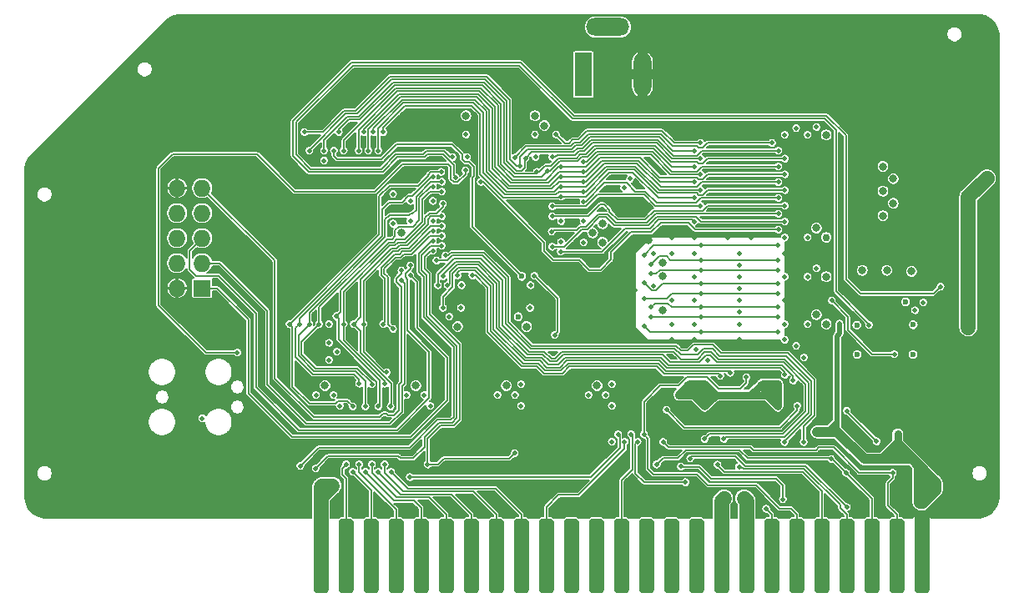
<source format=gbl>
G04 #@! TF.GenerationSoftware,KiCad,Pcbnew,(5.1.5-0-10_14)*
G04 #@! TF.CreationDate,2020-10-17T17:20:30-04:00*
G04 #@! TF.ProjectId,GR8RAM,47523852-414d-42e6-9b69-6361645f7063,rev?*
G04 #@! TF.SameCoordinates,Original*
G04 #@! TF.FileFunction,Copper,L4,Bot*
G04 #@! TF.FilePolarity,Positive*
%FSLAX46Y46*%
G04 Gerber Fmt 4.6, Leading zero omitted, Abs format (unit mm)*
G04 Created by KiCad (PCBNEW (5.1.5-0-10_14)) date 2020-10-17 17:20:30*
%MOMM*%
%LPD*%
G04 APERTURE LIST*
%ADD10R,1.800000X4.400000*%
%ADD11O,1.800000X4.400000*%
%ADD12O,4.400000X1.800000*%
%ADD13R,1.727200X1.727200*%
%ADD14O,1.727200X1.727200*%
%ADD15C,0.100000*%
%ADD16C,2.000000*%
%ADD17C,0.800000*%
%ADD18C,1.524000*%
%ADD19C,0.500000*%
%ADD20C,0.762000*%
%ADD21C,0.600000*%
%ADD22C,0.508000*%
%ADD23C,0.800000*%
%ADD24C,1.524000*%
%ADD25C,1.000000*%
%ADD26C,0.500000*%
%ADD27C,0.150000*%
%ADD28C,0.152400*%
G04 APERTURE END LIST*
D10*
X102800000Y-86500000D03*
D11*
X108800000Y-86500000D03*
D12*
X105300000Y-81700000D03*
D13*
X64135000Y-108204000D03*
D14*
X61595000Y-108204000D03*
X64135000Y-105664000D03*
X61595000Y-105664000D03*
X64135000Y-103124000D03*
X61595000Y-103124000D03*
X64135000Y-100584000D03*
X61595000Y-100584000D03*
X64135000Y-98044000D03*
X61595000Y-98044000D03*
G04 #@! TA.AperFunction,SMDPad,CuDef*
D15*
G36*
X129958345Y-131613835D02*
G01*
X129995329Y-131619321D01*
X130031598Y-131628406D01*
X130066802Y-131641002D01*
X130100602Y-131656988D01*
X130132672Y-131676210D01*
X130162704Y-131698483D01*
X130190408Y-131723592D01*
X130215517Y-131751296D01*
X130237790Y-131781328D01*
X130257012Y-131813398D01*
X130272998Y-131847198D01*
X130285594Y-131882402D01*
X130294679Y-131918671D01*
X130300165Y-131955655D01*
X130302000Y-131993000D01*
X130302000Y-138771000D01*
X130300165Y-138808345D01*
X130294679Y-138845329D01*
X130285594Y-138881598D01*
X130272998Y-138916802D01*
X130257012Y-138950602D01*
X130237790Y-138982672D01*
X130215517Y-139012704D01*
X130190408Y-139040408D01*
X130162704Y-139065517D01*
X130132672Y-139087790D01*
X130100602Y-139107012D01*
X130066802Y-139122998D01*
X130031598Y-139135594D01*
X129995329Y-139144679D01*
X129958345Y-139150165D01*
X129921000Y-139152000D01*
X129159000Y-139152000D01*
X129121655Y-139150165D01*
X129084671Y-139144679D01*
X129048402Y-139135594D01*
X129013198Y-139122998D01*
X128979398Y-139107012D01*
X128947328Y-139087790D01*
X128917296Y-139065517D01*
X128889592Y-139040408D01*
X128864483Y-139012704D01*
X128842210Y-138982672D01*
X128822988Y-138950602D01*
X128807002Y-138916802D01*
X128794406Y-138881598D01*
X128785321Y-138845329D01*
X128779835Y-138808345D01*
X128778000Y-138771000D01*
X128778000Y-131993000D01*
X128779835Y-131955655D01*
X128785321Y-131918671D01*
X128794406Y-131882402D01*
X128807002Y-131847198D01*
X128822988Y-131813398D01*
X128842210Y-131781328D01*
X128864483Y-131751296D01*
X128889592Y-131723592D01*
X128917296Y-131698483D01*
X128947328Y-131676210D01*
X128979398Y-131656988D01*
X129013198Y-131641002D01*
X129048402Y-131628406D01*
X129084671Y-131619321D01*
X129121655Y-131613835D01*
X129159000Y-131612000D01*
X129921000Y-131612000D01*
X129958345Y-131613835D01*
G37*
G04 #@! TD.AperFunction*
G04 #@! TA.AperFunction,SMDPad,CuDef*
G36*
X127418345Y-131613835D02*
G01*
X127455329Y-131619321D01*
X127491598Y-131628406D01*
X127526802Y-131641002D01*
X127560602Y-131656988D01*
X127592672Y-131676210D01*
X127622704Y-131698483D01*
X127650408Y-131723592D01*
X127675517Y-131751296D01*
X127697790Y-131781328D01*
X127717012Y-131813398D01*
X127732998Y-131847198D01*
X127745594Y-131882402D01*
X127754679Y-131918671D01*
X127760165Y-131955655D01*
X127762000Y-131993000D01*
X127762000Y-138771000D01*
X127760165Y-138808345D01*
X127754679Y-138845329D01*
X127745594Y-138881598D01*
X127732998Y-138916802D01*
X127717012Y-138950602D01*
X127697790Y-138982672D01*
X127675517Y-139012704D01*
X127650408Y-139040408D01*
X127622704Y-139065517D01*
X127592672Y-139087790D01*
X127560602Y-139107012D01*
X127526802Y-139122998D01*
X127491598Y-139135594D01*
X127455329Y-139144679D01*
X127418345Y-139150165D01*
X127381000Y-139152000D01*
X126619000Y-139152000D01*
X126581655Y-139150165D01*
X126544671Y-139144679D01*
X126508402Y-139135594D01*
X126473198Y-139122998D01*
X126439398Y-139107012D01*
X126407328Y-139087790D01*
X126377296Y-139065517D01*
X126349592Y-139040408D01*
X126324483Y-139012704D01*
X126302210Y-138982672D01*
X126282988Y-138950602D01*
X126267002Y-138916802D01*
X126254406Y-138881598D01*
X126245321Y-138845329D01*
X126239835Y-138808345D01*
X126238000Y-138771000D01*
X126238000Y-131993000D01*
X126239835Y-131955655D01*
X126245321Y-131918671D01*
X126254406Y-131882402D01*
X126267002Y-131847198D01*
X126282988Y-131813398D01*
X126302210Y-131781328D01*
X126324483Y-131751296D01*
X126349592Y-131723592D01*
X126377296Y-131698483D01*
X126407328Y-131676210D01*
X126439398Y-131656988D01*
X126473198Y-131641002D01*
X126508402Y-131628406D01*
X126544671Y-131619321D01*
X126581655Y-131613835D01*
X126619000Y-131612000D01*
X127381000Y-131612000D01*
X127418345Y-131613835D01*
G37*
G04 #@! TD.AperFunction*
G04 #@! TA.AperFunction,SMDPad,CuDef*
G36*
X124878345Y-131613835D02*
G01*
X124915329Y-131619321D01*
X124951598Y-131628406D01*
X124986802Y-131641002D01*
X125020602Y-131656988D01*
X125052672Y-131676210D01*
X125082704Y-131698483D01*
X125110408Y-131723592D01*
X125135517Y-131751296D01*
X125157790Y-131781328D01*
X125177012Y-131813398D01*
X125192998Y-131847198D01*
X125205594Y-131882402D01*
X125214679Y-131918671D01*
X125220165Y-131955655D01*
X125222000Y-131993000D01*
X125222000Y-138771000D01*
X125220165Y-138808345D01*
X125214679Y-138845329D01*
X125205594Y-138881598D01*
X125192998Y-138916802D01*
X125177012Y-138950602D01*
X125157790Y-138982672D01*
X125135517Y-139012704D01*
X125110408Y-139040408D01*
X125082704Y-139065517D01*
X125052672Y-139087790D01*
X125020602Y-139107012D01*
X124986802Y-139122998D01*
X124951598Y-139135594D01*
X124915329Y-139144679D01*
X124878345Y-139150165D01*
X124841000Y-139152000D01*
X124079000Y-139152000D01*
X124041655Y-139150165D01*
X124004671Y-139144679D01*
X123968402Y-139135594D01*
X123933198Y-139122998D01*
X123899398Y-139107012D01*
X123867328Y-139087790D01*
X123837296Y-139065517D01*
X123809592Y-139040408D01*
X123784483Y-139012704D01*
X123762210Y-138982672D01*
X123742988Y-138950602D01*
X123727002Y-138916802D01*
X123714406Y-138881598D01*
X123705321Y-138845329D01*
X123699835Y-138808345D01*
X123698000Y-138771000D01*
X123698000Y-131993000D01*
X123699835Y-131955655D01*
X123705321Y-131918671D01*
X123714406Y-131882402D01*
X123727002Y-131847198D01*
X123742988Y-131813398D01*
X123762210Y-131781328D01*
X123784483Y-131751296D01*
X123809592Y-131723592D01*
X123837296Y-131698483D01*
X123867328Y-131676210D01*
X123899398Y-131656988D01*
X123933198Y-131641002D01*
X123968402Y-131628406D01*
X124004671Y-131619321D01*
X124041655Y-131613835D01*
X124079000Y-131612000D01*
X124841000Y-131612000D01*
X124878345Y-131613835D01*
G37*
G04 #@! TD.AperFunction*
G04 #@! TA.AperFunction,SMDPad,CuDef*
G36*
X122338345Y-131613835D02*
G01*
X122375329Y-131619321D01*
X122411598Y-131628406D01*
X122446802Y-131641002D01*
X122480602Y-131656988D01*
X122512672Y-131676210D01*
X122542704Y-131698483D01*
X122570408Y-131723592D01*
X122595517Y-131751296D01*
X122617790Y-131781328D01*
X122637012Y-131813398D01*
X122652998Y-131847198D01*
X122665594Y-131882402D01*
X122674679Y-131918671D01*
X122680165Y-131955655D01*
X122682000Y-131993000D01*
X122682000Y-138771000D01*
X122680165Y-138808345D01*
X122674679Y-138845329D01*
X122665594Y-138881598D01*
X122652998Y-138916802D01*
X122637012Y-138950602D01*
X122617790Y-138982672D01*
X122595517Y-139012704D01*
X122570408Y-139040408D01*
X122542704Y-139065517D01*
X122512672Y-139087790D01*
X122480602Y-139107012D01*
X122446802Y-139122998D01*
X122411598Y-139135594D01*
X122375329Y-139144679D01*
X122338345Y-139150165D01*
X122301000Y-139152000D01*
X121539000Y-139152000D01*
X121501655Y-139150165D01*
X121464671Y-139144679D01*
X121428402Y-139135594D01*
X121393198Y-139122998D01*
X121359398Y-139107012D01*
X121327328Y-139087790D01*
X121297296Y-139065517D01*
X121269592Y-139040408D01*
X121244483Y-139012704D01*
X121222210Y-138982672D01*
X121202988Y-138950602D01*
X121187002Y-138916802D01*
X121174406Y-138881598D01*
X121165321Y-138845329D01*
X121159835Y-138808345D01*
X121158000Y-138771000D01*
X121158000Y-131993000D01*
X121159835Y-131955655D01*
X121165321Y-131918671D01*
X121174406Y-131882402D01*
X121187002Y-131847198D01*
X121202988Y-131813398D01*
X121222210Y-131781328D01*
X121244483Y-131751296D01*
X121269592Y-131723592D01*
X121297296Y-131698483D01*
X121327328Y-131676210D01*
X121359398Y-131656988D01*
X121393198Y-131641002D01*
X121428402Y-131628406D01*
X121464671Y-131619321D01*
X121501655Y-131613835D01*
X121539000Y-131612000D01*
X122301000Y-131612000D01*
X122338345Y-131613835D01*
G37*
G04 #@! TD.AperFunction*
G04 #@! TA.AperFunction,SMDPad,CuDef*
G36*
X119798345Y-131613835D02*
G01*
X119835329Y-131619321D01*
X119871598Y-131628406D01*
X119906802Y-131641002D01*
X119940602Y-131656988D01*
X119972672Y-131676210D01*
X120002704Y-131698483D01*
X120030408Y-131723592D01*
X120055517Y-131751296D01*
X120077790Y-131781328D01*
X120097012Y-131813398D01*
X120112998Y-131847198D01*
X120125594Y-131882402D01*
X120134679Y-131918671D01*
X120140165Y-131955655D01*
X120142000Y-131993000D01*
X120142000Y-138771000D01*
X120140165Y-138808345D01*
X120134679Y-138845329D01*
X120125594Y-138881598D01*
X120112998Y-138916802D01*
X120097012Y-138950602D01*
X120077790Y-138982672D01*
X120055517Y-139012704D01*
X120030408Y-139040408D01*
X120002704Y-139065517D01*
X119972672Y-139087790D01*
X119940602Y-139107012D01*
X119906802Y-139122998D01*
X119871598Y-139135594D01*
X119835329Y-139144679D01*
X119798345Y-139150165D01*
X119761000Y-139152000D01*
X118999000Y-139152000D01*
X118961655Y-139150165D01*
X118924671Y-139144679D01*
X118888402Y-139135594D01*
X118853198Y-139122998D01*
X118819398Y-139107012D01*
X118787328Y-139087790D01*
X118757296Y-139065517D01*
X118729592Y-139040408D01*
X118704483Y-139012704D01*
X118682210Y-138982672D01*
X118662988Y-138950602D01*
X118647002Y-138916802D01*
X118634406Y-138881598D01*
X118625321Y-138845329D01*
X118619835Y-138808345D01*
X118618000Y-138771000D01*
X118618000Y-131993000D01*
X118619835Y-131955655D01*
X118625321Y-131918671D01*
X118634406Y-131882402D01*
X118647002Y-131847198D01*
X118662988Y-131813398D01*
X118682210Y-131781328D01*
X118704483Y-131751296D01*
X118729592Y-131723592D01*
X118757296Y-131698483D01*
X118787328Y-131676210D01*
X118819398Y-131656988D01*
X118853198Y-131641002D01*
X118888402Y-131628406D01*
X118924671Y-131619321D01*
X118961655Y-131613835D01*
X118999000Y-131612000D01*
X119761000Y-131612000D01*
X119798345Y-131613835D01*
G37*
G04 #@! TD.AperFunction*
G04 #@! TA.AperFunction,SMDPad,CuDef*
G36*
X117258345Y-131613835D02*
G01*
X117295329Y-131619321D01*
X117331598Y-131628406D01*
X117366802Y-131641002D01*
X117400602Y-131656988D01*
X117432672Y-131676210D01*
X117462704Y-131698483D01*
X117490408Y-131723592D01*
X117515517Y-131751296D01*
X117537790Y-131781328D01*
X117557012Y-131813398D01*
X117572998Y-131847198D01*
X117585594Y-131882402D01*
X117594679Y-131918671D01*
X117600165Y-131955655D01*
X117602000Y-131993000D01*
X117602000Y-138771000D01*
X117600165Y-138808345D01*
X117594679Y-138845329D01*
X117585594Y-138881598D01*
X117572998Y-138916802D01*
X117557012Y-138950602D01*
X117537790Y-138982672D01*
X117515517Y-139012704D01*
X117490408Y-139040408D01*
X117462704Y-139065517D01*
X117432672Y-139087790D01*
X117400602Y-139107012D01*
X117366802Y-139122998D01*
X117331598Y-139135594D01*
X117295329Y-139144679D01*
X117258345Y-139150165D01*
X117221000Y-139152000D01*
X116459000Y-139152000D01*
X116421655Y-139150165D01*
X116384671Y-139144679D01*
X116348402Y-139135594D01*
X116313198Y-139122998D01*
X116279398Y-139107012D01*
X116247328Y-139087790D01*
X116217296Y-139065517D01*
X116189592Y-139040408D01*
X116164483Y-139012704D01*
X116142210Y-138982672D01*
X116122988Y-138950602D01*
X116107002Y-138916802D01*
X116094406Y-138881598D01*
X116085321Y-138845329D01*
X116079835Y-138808345D01*
X116078000Y-138771000D01*
X116078000Y-131993000D01*
X116079835Y-131955655D01*
X116085321Y-131918671D01*
X116094406Y-131882402D01*
X116107002Y-131847198D01*
X116122988Y-131813398D01*
X116142210Y-131781328D01*
X116164483Y-131751296D01*
X116189592Y-131723592D01*
X116217296Y-131698483D01*
X116247328Y-131676210D01*
X116279398Y-131656988D01*
X116313198Y-131641002D01*
X116348402Y-131628406D01*
X116384671Y-131619321D01*
X116421655Y-131613835D01*
X116459000Y-131612000D01*
X117221000Y-131612000D01*
X117258345Y-131613835D01*
G37*
G04 #@! TD.AperFunction*
G04 #@! TA.AperFunction,SMDPad,CuDef*
G36*
X114718345Y-131613835D02*
G01*
X114755329Y-131619321D01*
X114791598Y-131628406D01*
X114826802Y-131641002D01*
X114860602Y-131656988D01*
X114892672Y-131676210D01*
X114922704Y-131698483D01*
X114950408Y-131723592D01*
X114975517Y-131751296D01*
X114997790Y-131781328D01*
X115017012Y-131813398D01*
X115032998Y-131847198D01*
X115045594Y-131882402D01*
X115054679Y-131918671D01*
X115060165Y-131955655D01*
X115062000Y-131993000D01*
X115062000Y-138771000D01*
X115060165Y-138808345D01*
X115054679Y-138845329D01*
X115045594Y-138881598D01*
X115032998Y-138916802D01*
X115017012Y-138950602D01*
X114997790Y-138982672D01*
X114975517Y-139012704D01*
X114950408Y-139040408D01*
X114922704Y-139065517D01*
X114892672Y-139087790D01*
X114860602Y-139107012D01*
X114826802Y-139122998D01*
X114791598Y-139135594D01*
X114755329Y-139144679D01*
X114718345Y-139150165D01*
X114681000Y-139152000D01*
X113919000Y-139152000D01*
X113881655Y-139150165D01*
X113844671Y-139144679D01*
X113808402Y-139135594D01*
X113773198Y-139122998D01*
X113739398Y-139107012D01*
X113707328Y-139087790D01*
X113677296Y-139065517D01*
X113649592Y-139040408D01*
X113624483Y-139012704D01*
X113602210Y-138982672D01*
X113582988Y-138950602D01*
X113567002Y-138916802D01*
X113554406Y-138881598D01*
X113545321Y-138845329D01*
X113539835Y-138808345D01*
X113538000Y-138771000D01*
X113538000Y-131993000D01*
X113539835Y-131955655D01*
X113545321Y-131918671D01*
X113554406Y-131882402D01*
X113567002Y-131847198D01*
X113582988Y-131813398D01*
X113602210Y-131781328D01*
X113624483Y-131751296D01*
X113649592Y-131723592D01*
X113677296Y-131698483D01*
X113707328Y-131676210D01*
X113739398Y-131656988D01*
X113773198Y-131641002D01*
X113808402Y-131628406D01*
X113844671Y-131619321D01*
X113881655Y-131613835D01*
X113919000Y-131612000D01*
X114681000Y-131612000D01*
X114718345Y-131613835D01*
G37*
G04 #@! TD.AperFunction*
G04 #@! TA.AperFunction,SMDPad,CuDef*
G36*
X112178345Y-131613835D02*
G01*
X112215329Y-131619321D01*
X112251598Y-131628406D01*
X112286802Y-131641002D01*
X112320602Y-131656988D01*
X112352672Y-131676210D01*
X112382704Y-131698483D01*
X112410408Y-131723592D01*
X112435517Y-131751296D01*
X112457790Y-131781328D01*
X112477012Y-131813398D01*
X112492998Y-131847198D01*
X112505594Y-131882402D01*
X112514679Y-131918671D01*
X112520165Y-131955655D01*
X112522000Y-131993000D01*
X112522000Y-138771000D01*
X112520165Y-138808345D01*
X112514679Y-138845329D01*
X112505594Y-138881598D01*
X112492998Y-138916802D01*
X112477012Y-138950602D01*
X112457790Y-138982672D01*
X112435517Y-139012704D01*
X112410408Y-139040408D01*
X112382704Y-139065517D01*
X112352672Y-139087790D01*
X112320602Y-139107012D01*
X112286802Y-139122998D01*
X112251598Y-139135594D01*
X112215329Y-139144679D01*
X112178345Y-139150165D01*
X112141000Y-139152000D01*
X111379000Y-139152000D01*
X111341655Y-139150165D01*
X111304671Y-139144679D01*
X111268402Y-139135594D01*
X111233198Y-139122998D01*
X111199398Y-139107012D01*
X111167328Y-139087790D01*
X111137296Y-139065517D01*
X111109592Y-139040408D01*
X111084483Y-139012704D01*
X111062210Y-138982672D01*
X111042988Y-138950602D01*
X111027002Y-138916802D01*
X111014406Y-138881598D01*
X111005321Y-138845329D01*
X110999835Y-138808345D01*
X110998000Y-138771000D01*
X110998000Y-131993000D01*
X110999835Y-131955655D01*
X111005321Y-131918671D01*
X111014406Y-131882402D01*
X111027002Y-131847198D01*
X111042988Y-131813398D01*
X111062210Y-131781328D01*
X111084483Y-131751296D01*
X111109592Y-131723592D01*
X111137296Y-131698483D01*
X111167328Y-131676210D01*
X111199398Y-131656988D01*
X111233198Y-131641002D01*
X111268402Y-131628406D01*
X111304671Y-131619321D01*
X111341655Y-131613835D01*
X111379000Y-131612000D01*
X112141000Y-131612000D01*
X112178345Y-131613835D01*
G37*
G04 #@! TD.AperFunction*
G04 #@! TA.AperFunction,SMDPad,CuDef*
G36*
X109638345Y-131613835D02*
G01*
X109675329Y-131619321D01*
X109711598Y-131628406D01*
X109746802Y-131641002D01*
X109780602Y-131656988D01*
X109812672Y-131676210D01*
X109842704Y-131698483D01*
X109870408Y-131723592D01*
X109895517Y-131751296D01*
X109917790Y-131781328D01*
X109937012Y-131813398D01*
X109952998Y-131847198D01*
X109965594Y-131882402D01*
X109974679Y-131918671D01*
X109980165Y-131955655D01*
X109982000Y-131993000D01*
X109982000Y-138771000D01*
X109980165Y-138808345D01*
X109974679Y-138845329D01*
X109965594Y-138881598D01*
X109952998Y-138916802D01*
X109937012Y-138950602D01*
X109917790Y-138982672D01*
X109895517Y-139012704D01*
X109870408Y-139040408D01*
X109842704Y-139065517D01*
X109812672Y-139087790D01*
X109780602Y-139107012D01*
X109746802Y-139122998D01*
X109711598Y-139135594D01*
X109675329Y-139144679D01*
X109638345Y-139150165D01*
X109601000Y-139152000D01*
X108839000Y-139152000D01*
X108801655Y-139150165D01*
X108764671Y-139144679D01*
X108728402Y-139135594D01*
X108693198Y-139122998D01*
X108659398Y-139107012D01*
X108627328Y-139087790D01*
X108597296Y-139065517D01*
X108569592Y-139040408D01*
X108544483Y-139012704D01*
X108522210Y-138982672D01*
X108502988Y-138950602D01*
X108487002Y-138916802D01*
X108474406Y-138881598D01*
X108465321Y-138845329D01*
X108459835Y-138808345D01*
X108458000Y-138771000D01*
X108458000Y-131993000D01*
X108459835Y-131955655D01*
X108465321Y-131918671D01*
X108474406Y-131882402D01*
X108487002Y-131847198D01*
X108502988Y-131813398D01*
X108522210Y-131781328D01*
X108544483Y-131751296D01*
X108569592Y-131723592D01*
X108597296Y-131698483D01*
X108627328Y-131676210D01*
X108659398Y-131656988D01*
X108693198Y-131641002D01*
X108728402Y-131628406D01*
X108764671Y-131619321D01*
X108801655Y-131613835D01*
X108839000Y-131612000D01*
X109601000Y-131612000D01*
X109638345Y-131613835D01*
G37*
G04 #@! TD.AperFunction*
G04 #@! TA.AperFunction,SMDPad,CuDef*
G36*
X107098345Y-131613835D02*
G01*
X107135329Y-131619321D01*
X107171598Y-131628406D01*
X107206802Y-131641002D01*
X107240602Y-131656988D01*
X107272672Y-131676210D01*
X107302704Y-131698483D01*
X107330408Y-131723592D01*
X107355517Y-131751296D01*
X107377790Y-131781328D01*
X107397012Y-131813398D01*
X107412998Y-131847198D01*
X107425594Y-131882402D01*
X107434679Y-131918671D01*
X107440165Y-131955655D01*
X107442000Y-131993000D01*
X107442000Y-138771000D01*
X107440165Y-138808345D01*
X107434679Y-138845329D01*
X107425594Y-138881598D01*
X107412998Y-138916802D01*
X107397012Y-138950602D01*
X107377790Y-138982672D01*
X107355517Y-139012704D01*
X107330408Y-139040408D01*
X107302704Y-139065517D01*
X107272672Y-139087790D01*
X107240602Y-139107012D01*
X107206802Y-139122998D01*
X107171598Y-139135594D01*
X107135329Y-139144679D01*
X107098345Y-139150165D01*
X107061000Y-139152000D01*
X106299000Y-139152000D01*
X106261655Y-139150165D01*
X106224671Y-139144679D01*
X106188402Y-139135594D01*
X106153198Y-139122998D01*
X106119398Y-139107012D01*
X106087328Y-139087790D01*
X106057296Y-139065517D01*
X106029592Y-139040408D01*
X106004483Y-139012704D01*
X105982210Y-138982672D01*
X105962988Y-138950602D01*
X105947002Y-138916802D01*
X105934406Y-138881598D01*
X105925321Y-138845329D01*
X105919835Y-138808345D01*
X105918000Y-138771000D01*
X105918000Y-131993000D01*
X105919835Y-131955655D01*
X105925321Y-131918671D01*
X105934406Y-131882402D01*
X105947002Y-131847198D01*
X105962988Y-131813398D01*
X105982210Y-131781328D01*
X106004483Y-131751296D01*
X106029592Y-131723592D01*
X106057296Y-131698483D01*
X106087328Y-131676210D01*
X106119398Y-131656988D01*
X106153198Y-131641002D01*
X106188402Y-131628406D01*
X106224671Y-131619321D01*
X106261655Y-131613835D01*
X106299000Y-131612000D01*
X107061000Y-131612000D01*
X107098345Y-131613835D01*
G37*
G04 #@! TD.AperFunction*
G04 #@! TA.AperFunction,SMDPad,CuDef*
G36*
X104558345Y-131613835D02*
G01*
X104595329Y-131619321D01*
X104631598Y-131628406D01*
X104666802Y-131641002D01*
X104700602Y-131656988D01*
X104732672Y-131676210D01*
X104762704Y-131698483D01*
X104790408Y-131723592D01*
X104815517Y-131751296D01*
X104837790Y-131781328D01*
X104857012Y-131813398D01*
X104872998Y-131847198D01*
X104885594Y-131882402D01*
X104894679Y-131918671D01*
X104900165Y-131955655D01*
X104902000Y-131993000D01*
X104902000Y-138771000D01*
X104900165Y-138808345D01*
X104894679Y-138845329D01*
X104885594Y-138881598D01*
X104872998Y-138916802D01*
X104857012Y-138950602D01*
X104837790Y-138982672D01*
X104815517Y-139012704D01*
X104790408Y-139040408D01*
X104762704Y-139065517D01*
X104732672Y-139087790D01*
X104700602Y-139107012D01*
X104666802Y-139122998D01*
X104631598Y-139135594D01*
X104595329Y-139144679D01*
X104558345Y-139150165D01*
X104521000Y-139152000D01*
X103759000Y-139152000D01*
X103721655Y-139150165D01*
X103684671Y-139144679D01*
X103648402Y-139135594D01*
X103613198Y-139122998D01*
X103579398Y-139107012D01*
X103547328Y-139087790D01*
X103517296Y-139065517D01*
X103489592Y-139040408D01*
X103464483Y-139012704D01*
X103442210Y-138982672D01*
X103422988Y-138950602D01*
X103407002Y-138916802D01*
X103394406Y-138881598D01*
X103385321Y-138845329D01*
X103379835Y-138808345D01*
X103378000Y-138771000D01*
X103378000Y-131993000D01*
X103379835Y-131955655D01*
X103385321Y-131918671D01*
X103394406Y-131882402D01*
X103407002Y-131847198D01*
X103422988Y-131813398D01*
X103442210Y-131781328D01*
X103464483Y-131751296D01*
X103489592Y-131723592D01*
X103517296Y-131698483D01*
X103547328Y-131676210D01*
X103579398Y-131656988D01*
X103613198Y-131641002D01*
X103648402Y-131628406D01*
X103684671Y-131619321D01*
X103721655Y-131613835D01*
X103759000Y-131612000D01*
X104521000Y-131612000D01*
X104558345Y-131613835D01*
G37*
G04 #@! TD.AperFunction*
G04 #@! TA.AperFunction,SMDPad,CuDef*
G36*
X102018345Y-131613835D02*
G01*
X102055329Y-131619321D01*
X102091598Y-131628406D01*
X102126802Y-131641002D01*
X102160602Y-131656988D01*
X102192672Y-131676210D01*
X102222704Y-131698483D01*
X102250408Y-131723592D01*
X102275517Y-131751296D01*
X102297790Y-131781328D01*
X102317012Y-131813398D01*
X102332998Y-131847198D01*
X102345594Y-131882402D01*
X102354679Y-131918671D01*
X102360165Y-131955655D01*
X102362000Y-131993000D01*
X102362000Y-138771000D01*
X102360165Y-138808345D01*
X102354679Y-138845329D01*
X102345594Y-138881598D01*
X102332998Y-138916802D01*
X102317012Y-138950602D01*
X102297790Y-138982672D01*
X102275517Y-139012704D01*
X102250408Y-139040408D01*
X102222704Y-139065517D01*
X102192672Y-139087790D01*
X102160602Y-139107012D01*
X102126802Y-139122998D01*
X102091598Y-139135594D01*
X102055329Y-139144679D01*
X102018345Y-139150165D01*
X101981000Y-139152000D01*
X101219000Y-139152000D01*
X101181655Y-139150165D01*
X101144671Y-139144679D01*
X101108402Y-139135594D01*
X101073198Y-139122998D01*
X101039398Y-139107012D01*
X101007328Y-139087790D01*
X100977296Y-139065517D01*
X100949592Y-139040408D01*
X100924483Y-139012704D01*
X100902210Y-138982672D01*
X100882988Y-138950602D01*
X100867002Y-138916802D01*
X100854406Y-138881598D01*
X100845321Y-138845329D01*
X100839835Y-138808345D01*
X100838000Y-138771000D01*
X100838000Y-131993000D01*
X100839835Y-131955655D01*
X100845321Y-131918671D01*
X100854406Y-131882402D01*
X100867002Y-131847198D01*
X100882988Y-131813398D01*
X100902210Y-131781328D01*
X100924483Y-131751296D01*
X100949592Y-131723592D01*
X100977296Y-131698483D01*
X101007328Y-131676210D01*
X101039398Y-131656988D01*
X101073198Y-131641002D01*
X101108402Y-131628406D01*
X101144671Y-131619321D01*
X101181655Y-131613835D01*
X101219000Y-131612000D01*
X101981000Y-131612000D01*
X102018345Y-131613835D01*
G37*
G04 #@! TD.AperFunction*
G04 #@! TA.AperFunction,SMDPad,CuDef*
G36*
X99478345Y-131613835D02*
G01*
X99515329Y-131619321D01*
X99551598Y-131628406D01*
X99586802Y-131641002D01*
X99620602Y-131656988D01*
X99652672Y-131676210D01*
X99682704Y-131698483D01*
X99710408Y-131723592D01*
X99735517Y-131751296D01*
X99757790Y-131781328D01*
X99777012Y-131813398D01*
X99792998Y-131847198D01*
X99805594Y-131882402D01*
X99814679Y-131918671D01*
X99820165Y-131955655D01*
X99822000Y-131993000D01*
X99822000Y-138771000D01*
X99820165Y-138808345D01*
X99814679Y-138845329D01*
X99805594Y-138881598D01*
X99792998Y-138916802D01*
X99777012Y-138950602D01*
X99757790Y-138982672D01*
X99735517Y-139012704D01*
X99710408Y-139040408D01*
X99682704Y-139065517D01*
X99652672Y-139087790D01*
X99620602Y-139107012D01*
X99586802Y-139122998D01*
X99551598Y-139135594D01*
X99515329Y-139144679D01*
X99478345Y-139150165D01*
X99441000Y-139152000D01*
X98679000Y-139152000D01*
X98641655Y-139150165D01*
X98604671Y-139144679D01*
X98568402Y-139135594D01*
X98533198Y-139122998D01*
X98499398Y-139107012D01*
X98467328Y-139087790D01*
X98437296Y-139065517D01*
X98409592Y-139040408D01*
X98384483Y-139012704D01*
X98362210Y-138982672D01*
X98342988Y-138950602D01*
X98327002Y-138916802D01*
X98314406Y-138881598D01*
X98305321Y-138845329D01*
X98299835Y-138808345D01*
X98298000Y-138771000D01*
X98298000Y-131993000D01*
X98299835Y-131955655D01*
X98305321Y-131918671D01*
X98314406Y-131882402D01*
X98327002Y-131847198D01*
X98342988Y-131813398D01*
X98362210Y-131781328D01*
X98384483Y-131751296D01*
X98409592Y-131723592D01*
X98437296Y-131698483D01*
X98467328Y-131676210D01*
X98499398Y-131656988D01*
X98533198Y-131641002D01*
X98568402Y-131628406D01*
X98604671Y-131619321D01*
X98641655Y-131613835D01*
X98679000Y-131612000D01*
X99441000Y-131612000D01*
X99478345Y-131613835D01*
G37*
G04 #@! TD.AperFunction*
G04 #@! TA.AperFunction,SMDPad,CuDef*
G36*
X96938345Y-131613835D02*
G01*
X96975329Y-131619321D01*
X97011598Y-131628406D01*
X97046802Y-131641002D01*
X97080602Y-131656988D01*
X97112672Y-131676210D01*
X97142704Y-131698483D01*
X97170408Y-131723592D01*
X97195517Y-131751296D01*
X97217790Y-131781328D01*
X97237012Y-131813398D01*
X97252998Y-131847198D01*
X97265594Y-131882402D01*
X97274679Y-131918671D01*
X97280165Y-131955655D01*
X97282000Y-131993000D01*
X97282000Y-138771000D01*
X97280165Y-138808345D01*
X97274679Y-138845329D01*
X97265594Y-138881598D01*
X97252998Y-138916802D01*
X97237012Y-138950602D01*
X97217790Y-138982672D01*
X97195517Y-139012704D01*
X97170408Y-139040408D01*
X97142704Y-139065517D01*
X97112672Y-139087790D01*
X97080602Y-139107012D01*
X97046802Y-139122998D01*
X97011598Y-139135594D01*
X96975329Y-139144679D01*
X96938345Y-139150165D01*
X96901000Y-139152000D01*
X96139000Y-139152000D01*
X96101655Y-139150165D01*
X96064671Y-139144679D01*
X96028402Y-139135594D01*
X95993198Y-139122998D01*
X95959398Y-139107012D01*
X95927328Y-139087790D01*
X95897296Y-139065517D01*
X95869592Y-139040408D01*
X95844483Y-139012704D01*
X95822210Y-138982672D01*
X95802988Y-138950602D01*
X95787002Y-138916802D01*
X95774406Y-138881598D01*
X95765321Y-138845329D01*
X95759835Y-138808345D01*
X95758000Y-138771000D01*
X95758000Y-131993000D01*
X95759835Y-131955655D01*
X95765321Y-131918671D01*
X95774406Y-131882402D01*
X95787002Y-131847198D01*
X95802988Y-131813398D01*
X95822210Y-131781328D01*
X95844483Y-131751296D01*
X95869592Y-131723592D01*
X95897296Y-131698483D01*
X95927328Y-131676210D01*
X95959398Y-131656988D01*
X95993198Y-131641002D01*
X96028402Y-131628406D01*
X96064671Y-131619321D01*
X96101655Y-131613835D01*
X96139000Y-131612000D01*
X96901000Y-131612000D01*
X96938345Y-131613835D01*
G37*
G04 #@! TD.AperFunction*
G04 #@! TA.AperFunction,SMDPad,CuDef*
G36*
X94398345Y-131613835D02*
G01*
X94435329Y-131619321D01*
X94471598Y-131628406D01*
X94506802Y-131641002D01*
X94540602Y-131656988D01*
X94572672Y-131676210D01*
X94602704Y-131698483D01*
X94630408Y-131723592D01*
X94655517Y-131751296D01*
X94677790Y-131781328D01*
X94697012Y-131813398D01*
X94712998Y-131847198D01*
X94725594Y-131882402D01*
X94734679Y-131918671D01*
X94740165Y-131955655D01*
X94742000Y-131993000D01*
X94742000Y-138771000D01*
X94740165Y-138808345D01*
X94734679Y-138845329D01*
X94725594Y-138881598D01*
X94712998Y-138916802D01*
X94697012Y-138950602D01*
X94677790Y-138982672D01*
X94655517Y-139012704D01*
X94630408Y-139040408D01*
X94602704Y-139065517D01*
X94572672Y-139087790D01*
X94540602Y-139107012D01*
X94506802Y-139122998D01*
X94471598Y-139135594D01*
X94435329Y-139144679D01*
X94398345Y-139150165D01*
X94361000Y-139152000D01*
X93599000Y-139152000D01*
X93561655Y-139150165D01*
X93524671Y-139144679D01*
X93488402Y-139135594D01*
X93453198Y-139122998D01*
X93419398Y-139107012D01*
X93387328Y-139087790D01*
X93357296Y-139065517D01*
X93329592Y-139040408D01*
X93304483Y-139012704D01*
X93282210Y-138982672D01*
X93262988Y-138950602D01*
X93247002Y-138916802D01*
X93234406Y-138881598D01*
X93225321Y-138845329D01*
X93219835Y-138808345D01*
X93218000Y-138771000D01*
X93218000Y-131993000D01*
X93219835Y-131955655D01*
X93225321Y-131918671D01*
X93234406Y-131882402D01*
X93247002Y-131847198D01*
X93262988Y-131813398D01*
X93282210Y-131781328D01*
X93304483Y-131751296D01*
X93329592Y-131723592D01*
X93357296Y-131698483D01*
X93387328Y-131676210D01*
X93419398Y-131656988D01*
X93453198Y-131641002D01*
X93488402Y-131628406D01*
X93524671Y-131619321D01*
X93561655Y-131613835D01*
X93599000Y-131612000D01*
X94361000Y-131612000D01*
X94398345Y-131613835D01*
G37*
G04 #@! TD.AperFunction*
G04 #@! TA.AperFunction,SMDPad,CuDef*
G36*
X91858345Y-131613835D02*
G01*
X91895329Y-131619321D01*
X91931598Y-131628406D01*
X91966802Y-131641002D01*
X92000602Y-131656988D01*
X92032672Y-131676210D01*
X92062704Y-131698483D01*
X92090408Y-131723592D01*
X92115517Y-131751296D01*
X92137790Y-131781328D01*
X92157012Y-131813398D01*
X92172998Y-131847198D01*
X92185594Y-131882402D01*
X92194679Y-131918671D01*
X92200165Y-131955655D01*
X92202000Y-131993000D01*
X92202000Y-138771000D01*
X92200165Y-138808345D01*
X92194679Y-138845329D01*
X92185594Y-138881598D01*
X92172998Y-138916802D01*
X92157012Y-138950602D01*
X92137790Y-138982672D01*
X92115517Y-139012704D01*
X92090408Y-139040408D01*
X92062704Y-139065517D01*
X92032672Y-139087790D01*
X92000602Y-139107012D01*
X91966802Y-139122998D01*
X91931598Y-139135594D01*
X91895329Y-139144679D01*
X91858345Y-139150165D01*
X91821000Y-139152000D01*
X91059000Y-139152000D01*
X91021655Y-139150165D01*
X90984671Y-139144679D01*
X90948402Y-139135594D01*
X90913198Y-139122998D01*
X90879398Y-139107012D01*
X90847328Y-139087790D01*
X90817296Y-139065517D01*
X90789592Y-139040408D01*
X90764483Y-139012704D01*
X90742210Y-138982672D01*
X90722988Y-138950602D01*
X90707002Y-138916802D01*
X90694406Y-138881598D01*
X90685321Y-138845329D01*
X90679835Y-138808345D01*
X90678000Y-138771000D01*
X90678000Y-131993000D01*
X90679835Y-131955655D01*
X90685321Y-131918671D01*
X90694406Y-131882402D01*
X90707002Y-131847198D01*
X90722988Y-131813398D01*
X90742210Y-131781328D01*
X90764483Y-131751296D01*
X90789592Y-131723592D01*
X90817296Y-131698483D01*
X90847328Y-131676210D01*
X90879398Y-131656988D01*
X90913198Y-131641002D01*
X90948402Y-131628406D01*
X90984671Y-131619321D01*
X91021655Y-131613835D01*
X91059000Y-131612000D01*
X91821000Y-131612000D01*
X91858345Y-131613835D01*
G37*
G04 #@! TD.AperFunction*
G04 #@! TA.AperFunction,SMDPad,CuDef*
G36*
X89318345Y-131613835D02*
G01*
X89355329Y-131619321D01*
X89391598Y-131628406D01*
X89426802Y-131641002D01*
X89460602Y-131656988D01*
X89492672Y-131676210D01*
X89522704Y-131698483D01*
X89550408Y-131723592D01*
X89575517Y-131751296D01*
X89597790Y-131781328D01*
X89617012Y-131813398D01*
X89632998Y-131847198D01*
X89645594Y-131882402D01*
X89654679Y-131918671D01*
X89660165Y-131955655D01*
X89662000Y-131993000D01*
X89662000Y-138771000D01*
X89660165Y-138808345D01*
X89654679Y-138845329D01*
X89645594Y-138881598D01*
X89632998Y-138916802D01*
X89617012Y-138950602D01*
X89597790Y-138982672D01*
X89575517Y-139012704D01*
X89550408Y-139040408D01*
X89522704Y-139065517D01*
X89492672Y-139087790D01*
X89460602Y-139107012D01*
X89426802Y-139122998D01*
X89391598Y-139135594D01*
X89355329Y-139144679D01*
X89318345Y-139150165D01*
X89281000Y-139152000D01*
X88519000Y-139152000D01*
X88481655Y-139150165D01*
X88444671Y-139144679D01*
X88408402Y-139135594D01*
X88373198Y-139122998D01*
X88339398Y-139107012D01*
X88307328Y-139087790D01*
X88277296Y-139065517D01*
X88249592Y-139040408D01*
X88224483Y-139012704D01*
X88202210Y-138982672D01*
X88182988Y-138950602D01*
X88167002Y-138916802D01*
X88154406Y-138881598D01*
X88145321Y-138845329D01*
X88139835Y-138808345D01*
X88138000Y-138771000D01*
X88138000Y-131993000D01*
X88139835Y-131955655D01*
X88145321Y-131918671D01*
X88154406Y-131882402D01*
X88167002Y-131847198D01*
X88182988Y-131813398D01*
X88202210Y-131781328D01*
X88224483Y-131751296D01*
X88249592Y-131723592D01*
X88277296Y-131698483D01*
X88307328Y-131676210D01*
X88339398Y-131656988D01*
X88373198Y-131641002D01*
X88408402Y-131628406D01*
X88444671Y-131619321D01*
X88481655Y-131613835D01*
X88519000Y-131612000D01*
X89281000Y-131612000D01*
X89318345Y-131613835D01*
G37*
G04 #@! TD.AperFunction*
G04 #@! TA.AperFunction,SMDPad,CuDef*
G36*
X86778345Y-131613835D02*
G01*
X86815329Y-131619321D01*
X86851598Y-131628406D01*
X86886802Y-131641002D01*
X86920602Y-131656988D01*
X86952672Y-131676210D01*
X86982704Y-131698483D01*
X87010408Y-131723592D01*
X87035517Y-131751296D01*
X87057790Y-131781328D01*
X87077012Y-131813398D01*
X87092998Y-131847198D01*
X87105594Y-131882402D01*
X87114679Y-131918671D01*
X87120165Y-131955655D01*
X87122000Y-131993000D01*
X87122000Y-138771000D01*
X87120165Y-138808345D01*
X87114679Y-138845329D01*
X87105594Y-138881598D01*
X87092998Y-138916802D01*
X87077012Y-138950602D01*
X87057790Y-138982672D01*
X87035517Y-139012704D01*
X87010408Y-139040408D01*
X86982704Y-139065517D01*
X86952672Y-139087790D01*
X86920602Y-139107012D01*
X86886802Y-139122998D01*
X86851598Y-139135594D01*
X86815329Y-139144679D01*
X86778345Y-139150165D01*
X86741000Y-139152000D01*
X85979000Y-139152000D01*
X85941655Y-139150165D01*
X85904671Y-139144679D01*
X85868402Y-139135594D01*
X85833198Y-139122998D01*
X85799398Y-139107012D01*
X85767328Y-139087790D01*
X85737296Y-139065517D01*
X85709592Y-139040408D01*
X85684483Y-139012704D01*
X85662210Y-138982672D01*
X85642988Y-138950602D01*
X85627002Y-138916802D01*
X85614406Y-138881598D01*
X85605321Y-138845329D01*
X85599835Y-138808345D01*
X85598000Y-138771000D01*
X85598000Y-131993000D01*
X85599835Y-131955655D01*
X85605321Y-131918671D01*
X85614406Y-131882402D01*
X85627002Y-131847198D01*
X85642988Y-131813398D01*
X85662210Y-131781328D01*
X85684483Y-131751296D01*
X85709592Y-131723592D01*
X85737296Y-131698483D01*
X85767328Y-131676210D01*
X85799398Y-131656988D01*
X85833198Y-131641002D01*
X85868402Y-131628406D01*
X85904671Y-131619321D01*
X85941655Y-131613835D01*
X85979000Y-131612000D01*
X86741000Y-131612000D01*
X86778345Y-131613835D01*
G37*
G04 #@! TD.AperFunction*
G04 #@! TA.AperFunction,SMDPad,CuDef*
G36*
X84238345Y-131613835D02*
G01*
X84275329Y-131619321D01*
X84311598Y-131628406D01*
X84346802Y-131641002D01*
X84380602Y-131656988D01*
X84412672Y-131676210D01*
X84442704Y-131698483D01*
X84470408Y-131723592D01*
X84495517Y-131751296D01*
X84517790Y-131781328D01*
X84537012Y-131813398D01*
X84552998Y-131847198D01*
X84565594Y-131882402D01*
X84574679Y-131918671D01*
X84580165Y-131955655D01*
X84582000Y-131993000D01*
X84582000Y-138771000D01*
X84580165Y-138808345D01*
X84574679Y-138845329D01*
X84565594Y-138881598D01*
X84552998Y-138916802D01*
X84537012Y-138950602D01*
X84517790Y-138982672D01*
X84495517Y-139012704D01*
X84470408Y-139040408D01*
X84442704Y-139065517D01*
X84412672Y-139087790D01*
X84380602Y-139107012D01*
X84346802Y-139122998D01*
X84311598Y-139135594D01*
X84275329Y-139144679D01*
X84238345Y-139150165D01*
X84201000Y-139152000D01*
X83439000Y-139152000D01*
X83401655Y-139150165D01*
X83364671Y-139144679D01*
X83328402Y-139135594D01*
X83293198Y-139122998D01*
X83259398Y-139107012D01*
X83227328Y-139087790D01*
X83197296Y-139065517D01*
X83169592Y-139040408D01*
X83144483Y-139012704D01*
X83122210Y-138982672D01*
X83102988Y-138950602D01*
X83087002Y-138916802D01*
X83074406Y-138881598D01*
X83065321Y-138845329D01*
X83059835Y-138808345D01*
X83058000Y-138771000D01*
X83058000Y-131993000D01*
X83059835Y-131955655D01*
X83065321Y-131918671D01*
X83074406Y-131882402D01*
X83087002Y-131847198D01*
X83102988Y-131813398D01*
X83122210Y-131781328D01*
X83144483Y-131751296D01*
X83169592Y-131723592D01*
X83197296Y-131698483D01*
X83227328Y-131676210D01*
X83259398Y-131656988D01*
X83293198Y-131641002D01*
X83328402Y-131628406D01*
X83364671Y-131619321D01*
X83401655Y-131613835D01*
X83439000Y-131612000D01*
X84201000Y-131612000D01*
X84238345Y-131613835D01*
G37*
G04 #@! TD.AperFunction*
G04 #@! TA.AperFunction,SMDPad,CuDef*
G36*
X81698345Y-131613835D02*
G01*
X81735329Y-131619321D01*
X81771598Y-131628406D01*
X81806802Y-131641002D01*
X81840602Y-131656988D01*
X81872672Y-131676210D01*
X81902704Y-131698483D01*
X81930408Y-131723592D01*
X81955517Y-131751296D01*
X81977790Y-131781328D01*
X81997012Y-131813398D01*
X82012998Y-131847198D01*
X82025594Y-131882402D01*
X82034679Y-131918671D01*
X82040165Y-131955655D01*
X82042000Y-131993000D01*
X82042000Y-138771000D01*
X82040165Y-138808345D01*
X82034679Y-138845329D01*
X82025594Y-138881598D01*
X82012998Y-138916802D01*
X81997012Y-138950602D01*
X81977790Y-138982672D01*
X81955517Y-139012704D01*
X81930408Y-139040408D01*
X81902704Y-139065517D01*
X81872672Y-139087790D01*
X81840602Y-139107012D01*
X81806802Y-139122998D01*
X81771598Y-139135594D01*
X81735329Y-139144679D01*
X81698345Y-139150165D01*
X81661000Y-139152000D01*
X80899000Y-139152000D01*
X80861655Y-139150165D01*
X80824671Y-139144679D01*
X80788402Y-139135594D01*
X80753198Y-139122998D01*
X80719398Y-139107012D01*
X80687328Y-139087790D01*
X80657296Y-139065517D01*
X80629592Y-139040408D01*
X80604483Y-139012704D01*
X80582210Y-138982672D01*
X80562988Y-138950602D01*
X80547002Y-138916802D01*
X80534406Y-138881598D01*
X80525321Y-138845329D01*
X80519835Y-138808345D01*
X80518000Y-138771000D01*
X80518000Y-131993000D01*
X80519835Y-131955655D01*
X80525321Y-131918671D01*
X80534406Y-131882402D01*
X80547002Y-131847198D01*
X80562988Y-131813398D01*
X80582210Y-131781328D01*
X80604483Y-131751296D01*
X80629592Y-131723592D01*
X80657296Y-131698483D01*
X80687328Y-131676210D01*
X80719398Y-131656988D01*
X80753198Y-131641002D01*
X80788402Y-131628406D01*
X80824671Y-131619321D01*
X80861655Y-131613835D01*
X80899000Y-131612000D01*
X81661000Y-131612000D01*
X81698345Y-131613835D01*
G37*
G04 #@! TD.AperFunction*
G04 #@! TA.AperFunction,SMDPad,CuDef*
G36*
X79158345Y-131613835D02*
G01*
X79195329Y-131619321D01*
X79231598Y-131628406D01*
X79266802Y-131641002D01*
X79300602Y-131656988D01*
X79332672Y-131676210D01*
X79362704Y-131698483D01*
X79390408Y-131723592D01*
X79415517Y-131751296D01*
X79437790Y-131781328D01*
X79457012Y-131813398D01*
X79472998Y-131847198D01*
X79485594Y-131882402D01*
X79494679Y-131918671D01*
X79500165Y-131955655D01*
X79502000Y-131993000D01*
X79502000Y-138771000D01*
X79500165Y-138808345D01*
X79494679Y-138845329D01*
X79485594Y-138881598D01*
X79472998Y-138916802D01*
X79457012Y-138950602D01*
X79437790Y-138982672D01*
X79415517Y-139012704D01*
X79390408Y-139040408D01*
X79362704Y-139065517D01*
X79332672Y-139087790D01*
X79300602Y-139107012D01*
X79266802Y-139122998D01*
X79231598Y-139135594D01*
X79195329Y-139144679D01*
X79158345Y-139150165D01*
X79121000Y-139152000D01*
X78359000Y-139152000D01*
X78321655Y-139150165D01*
X78284671Y-139144679D01*
X78248402Y-139135594D01*
X78213198Y-139122998D01*
X78179398Y-139107012D01*
X78147328Y-139087790D01*
X78117296Y-139065517D01*
X78089592Y-139040408D01*
X78064483Y-139012704D01*
X78042210Y-138982672D01*
X78022988Y-138950602D01*
X78007002Y-138916802D01*
X77994406Y-138881598D01*
X77985321Y-138845329D01*
X77979835Y-138808345D01*
X77978000Y-138771000D01*
X77978000Y-131993000D01*
X77979835Y-131955655D01*
X77985321Y-131918671D01*
X77994406Y-131882402D01*
X78007002Y-131847198D01*
X78022988Y-131813398D01*
X78042210Y-131781328D01*
X78064483Y-131751296D01*
X78089592Y-131723592D01*
X78117296Y-131698483D01*
X78147328Y-131676210D01*
X78179398Y-131656988D01*
X78213198Y-131641002D01*
X78248402Y-131628406D01*
X78284671Y-131619321D01*
X78321655Y-131613835D01*
X78359000Y-131612000D01*
X79121000Y-131612000D01*
X79158345Y-131613835D01*
G37*
G04 #@! TD.AperFunction*
G04 #@! TA.AperFunction,SMDPad,CuDef*
G36*
X76618345Y-131613835D02*
G01*
X76655329Y-131619321D01*
X76691598Y-131628406D01*
X76726802Y-131641002D01*
X76760602Y-131656988D01*
X76792672Y-131676210D01*
X76822704Y-131698483D01*
X76850408Y-131723592D01*
X76875517Y-131751296D01*
X76897790Y-131781328D01*
X76917012Y-131813398D01*
X76932998Y-131847198D01*
X76945594Y-131882402D01*
X76954679Y-131918671D01*
X76960165Y-131955655D01*
X76962000Y-131993000D01*
X76962000Y-138771000D01*
X76960165Y-138808345D01*
X76954679Y-138845329D01*
X76945594Y-138881598D01*
X76932998Y-138916802D01*
X76917012Y-138950602D01*
X76897790Y-138982672D01*
X76875517Y-139012704D01*
X76850408Y-139040408D01*
X76822704Y-139065517D01*
X76792672Y-139087790D01*
X76760602Y-139107012D01*
X76726802Y-139122998D01*
X76691598Y-139135594D01*
X76655329Y-139144679D01*
X76618345Y-139150165D01*
X76581000Y-139152000D01*
X75819000Y-139152000D01*
X75781655Y-139150165D01*
X75744671Y-139144679D01*
X75708402Y-139135594D01*
X75673198Y-139122998D01*
X75639398Y-139107012D01*
X75607328Y-139087790D01*
X75577296Y-139065517D01*
X75549592Y-139040408D01*
X75524483Y-139012704D01*
X75502210Y-138982672D01*
X75482988Y-138950602D01*
X75467002Y-138916802D01*
X75454406Y-138881598D01*
X75445321Y-138845329D01*
X75439835Y-138808345D01*
X75438000Y-138771000D01*
X75438000Y-131993000D01*
X75439835Y-131955655D01*
X75445321Y-131918671D01*
X75454406Y-131882402D01*
X75467002Y-131847198D01*
X75482988Y-131813398D01*
X75502210Y-131781328D01*
X75524483Y-131751296D01*
X75549592Y-131723592D01*
X75577296Y-131698483D01*
X75607328Y-131676210D01*
X75639398Y-131656988D01*
X75673198Y-131641002D01*
X75708402Y-131628406D01*
X75744671Y-131619321D01*
X75781655Y-131613835D01*
X75819000Y-131612000D01*
X76581000Y-131612000D01*
X76618345Y-131613835D01*
G37*
G04 #@! TD.AperFunction*
G04 #@! TA.AperFunction,SMDPad,CuDef*
G36*
X132498345Y-131613835D02*
G01*
X132535329Y-131619321D01*
X132571598Y-131628406D01*
X132606802Y-131641002D01*
X132640602Y-131656988D01*
X132672672Y-131676210D01*
X132702704Y-131698483D01*
X132730408Y-131723592D01*
X132755517Y-131751296D01*
X132777790Y-131781328D01*
X132797012Y-131813398D01*
X132812998Y-131847198D01*
X132825594Y-131882402D01*
X132834679Y-131918671D01*
X132840165Y-131955655D01*
X132842000Y-131993000D01*
X132842000Y-138771000D01*
X132840165Y-138808345D01*
X132834679Y-138845329D01*
X132825594Y-138881598D01*
X132812998Y-138916802D01*
X132797012Y-138950602D01*
X132777790Y-138982672D01*
X132755517Y-139012704D01*
X132730408Y-139040408D01*
X132702704Y-139065517D01*
X132672672Y-139087790D01*
X132640602Y-139107012D01*
X132606802Y-139122998D01*
X132571598Y-139135594D01*
X132535329Y-139144679D01*
X132498345Y-139150165D01*
X132461000Y-139152000D01*
X131699000Y-139152000D01*
X131661655Y-139150165D01*
X131624671Y-139144679D01*
X131588402Y-139135594D01*
X131553198Y-139122998D01*
X131519398Y-139107012D01*
X131487328Y-139087790D01*
X131457296Y-139065517D01*
X131429592Y-139040408D01*
X131404483Y-139012704D01*
X131382210Y-138982672D01*
X131362988Y-138950602D01*
X131347002Y-138916802D01*
X131334406Y-138881598D01*
X131325321Y-138845329D01*
X131319835Y-138808345D01*
X131318000Y-138771000D01*
X131318000Y-131993000D01*
X131319835Y-131955655D01*
X131325321Y-131918671D01*
X131334406Y-131882402D01*
X131347002Y-131847198D01*
X131362988Y-131813398D01*
X131382210Y-131781328D01*
X131404483Y-131751296D01*
X131429592Y-131723592D01*
X131457296Y-131698483D01*
X131487328Y-131676210D01*
X131519398Y-131656988D01*
X131553198Y-131641002D01*
X131588402Y-131628406D01*
X131624671Y-131619321D01*
X131661655Y-131613835D01*
X131699000Y-131612000D01*
X132461000Y-131612000D01*
X132498345Y-131613835D01*
G37*
G04 #@! TD.AperFunction*
G04 #@! TA.AperFunction,SMDPad,CuDef*
G36*
X135038345Y-131613835D02*
G01*
X135075329Y-131619321D01*
X135111598Y-131628406D01*
X135146802Y-131641002D01*
X135180602Y-131656988D01*
X135212672Y-131676210D01*
X135242704Y-131698483D01*
X135270408Y-131723592D01*
X135295517Y-131751296D01*
X135317790Y-131781328D01*
X135337012Y-131813398D01*
X135352998Y-131847198D01*
X135365594Y-131882402D01*
X135374679Y-131918671D01*
X135380165Y-131955655D01*
X135382000Y-131993000D01*
X135382000Y-138771000D01*
X135380165Y-138808345D01*
X135374679Y-138845329D01*
X135365594Y-138881598D01*
X135352998Y-138916802D01*
X135337012Y-138950602D01*
X135317790Y-138982672D01*
X135295517Y-139012704D01*
X135270408Y-139040408D01*
X135242704Y-139065517D01*
X135212672Y-139087790D01*
X135180602Y-139107012D01*
X135146802Y-139122998D01*
X135111598Y-139135594D01*
X135075329Y-139144679D01*
X135038345Y-139150165D01*
X135001000Y-139152000D01*
X134239000Y-139152000D01*
X134201655Y-139150165D01*
X134164671Y-139144679D01*
X134128402Y-139135594D01*
X134093198Y-139122998D01*
X134059398Y-139107012D01*
X134027328Y-139087790D01*
X133997296Y-139065517D01*
X133969592Y-139040408D01*
X133944483Y-139012704D01*
X133922210Y-138982672D01*
X133902988Y-138950602D01*
X133887002Y-138916802D01*
X133874406Y-138881598D01*
X133865321Y-138845329D01*
X133859835Y-138808345D01*
X133858000Y-138771000D01*
X133858000Y-131993000D01*
X133859835Y-131955655D01*
X133865321Y-131918671D01*
X133874406Y-131882402D01*
X133887002Y-131847198D01*
X133902988Y-131813398D01*
X133922210Y-131781328D01*
X133944483Y-131751296D01*
X133969592Y-131723592D01*
X133997296Y-131698483D01*
X134027328Y-131676210D01*
X134059398Y-131656988D01*
X134093198Y-131641002D01*
X134128402Y-131628406D01*
X134164671Y-131619321D01*
X134201655Y-131613835D01*
X134239000Y-131612000D01*
X135001000Y-131612000D01*
X135038345Y-131613835D01*
G37*
G04 #@! TD.AperFunction*
G04 #@! TA.AperFunction,SMDPad,CuDef*
G36*
X137578345Y-131613835D02*
G01*
X137615329Y-131619321D01*
X137651598Y-131628406D01*
X137686802Y-131641002D01*
X137720602Y-131656988D01*
X137752672Y-131676210D01*
X137782704Y-131698483D01*
X137810408Y-131723592D01*
X137835517Y-131751296D01*
X137857790Y-131781328D01*
X137877012Y-131813398D01*
X137892998Y-131847198D01*
X137905594Y-131882402D01*
X137914679Y-131918671D01*
X137920165Y-131955655D01*
X137922000Y-131993000D01*
X137922000Y-138771000D01*
X137920165Y-138808345D01*
X137914679Y-138845329D01*
X137905594Y-138881598D01*
X137892998Y-138916802D01*
X137877012Y-138950602D01*
X137857790Y-138982672D01*
X137835517Y-139012704D01*
X137810408Y-139040408D01*
X137782704Y-139065517D01*
X137752672Y-139087790D01*
X137720602Y-139107012D01*
X137686802Y-139122998D01*
X137651598Y-139135594D01*
X137615329Y-139144679D01*
X137578345Y-139150165D01*
X137541000Y-139152000D01*
X136779000Y-139152000D01*
X136741655Y-139150165D01*
X136704671Y-139144679D01*
X136668402Y-139135594D01*
X136633198Y-139122998D01*
X136599398Y-139107012D01*
X136567328Y-139087790D01*
X136537296Y-139065517D01*
X136509592Y-139040408D01*
X136484483Y-139012704D01*
X136462210Y-138982672D01*
X136442988Y-138950602D01*
X136427002Y-138916802D01*
X136414406Y-138881598D01*
X136405321Y-138845329D01*
X136399835Y-138808345D01*
X136398000Y-138771000D01*
X136398000Y-131993000D01*
X136399835Y-131955655D01*
X136405321Y-131918671D01*
X136414406Y-131882402D01*
X136427002Y-131847198D01*
X136442988Y-131813398D01*
X136462210Y-131781328D01*
X136484483Y-131751296D01*
X136509592Y-131723592D01*
X136537296Y-131698483D01*
X136567328Y-131676210D01*
X136599398Y-131656988D01*
X136633198Y-131641002D01*
X136668402Y-131628406D01*
X136704671Y-131619321D01*
X136741655Y-131613835D01*
X136779000Y-131612000D01*
X137541000Y-131612000D01*
X137578345Y-131613835D01*
G37*
G04 #@! TD.AperFunction*
D16*
X140462000Y-129540000D03*
D17*
X137160000Y-127000000D03*
X138303000Y-128270000D03*
D18*
X137160000Y-129794000D03*
D19*
X122550000Y-117900000D03*
X122550000Y-120200000D03*
X121750000Y-119050000D03*
D17*
X120850000Y-118050000D03*
D19*
X119950000Y-119050000D03*
X126500000Y-122800000D03*
X115100000Y-117900000D03*
X115100000Y-120200000D03*
X114300000Y-119050000D03*
X112500000Y-119050000D03*
D17*
X113400000Y-118100000D03*
D19*
X134700000Y-123000000D03*
X128800000Y-111800000D03*
X74803000Y-83820000D03*
X79883000Y-83820000D03*
X84963000Y-83820000D03*
X90043000Y-83693000D03*
X102743000Y-80645000D03*
X119850000Y-103050000D03*
X117450000Y-103050000D03*
X118650000Y-109450000D03*
X118650000Y-107050000D03*
X118650000Y-104650000D03*
X118650000Y-110650000D03*
X118650000Y-111850000D03*
X118650000Y-113450000D03*
X118650000Y-105850000D03*
X118650000Y-108250000D03*
X144780000Y-93345000D03*
X61722000Y-80645000D03*
X46355000Y-96012000D03*
X54102000Y-88138000D03*
X50292000Y-91948000D03*
X51435000Y-131318000D03*
X143002000Y-131318000D03*
X144780000Y-129540000D03*
X46355000Y-104521000D03*
X46355000Y-124841000D03*
X46355000Y-119761000D03*
X46355000Y-109601000D03*
X71755000Y-131318000D03*
X117983000Y-80645000D03*
X112903000Y-80645000D03*
X107823000Y-80645000D03*
X97663000Y-80645000D03*
X92583000Y-80645000D03*
X87503000Y-80645000D03*
X48133000Y-131318000D03*
X46355000Y-129540000D03*
X144780000Y-82423000D03*
X143002000Y-80645000D03*
X144780000Y-98425000D03*
X81788000Y-129349500D03*
X80073500Y-128270000D03*
X97790000Y-131318000D03*
X85090000Y-131318000D03*
X87630000Y-131318000D03*
X102870000Y-131318000D03*
X105410000Y-131318000D03*
X107950000Y-131318000D03*
X110490000Y-131318000D03*
X113030000Y-131318000D03*
X115570000Y-131318000D03*
X118110000Y-131318000D03*
X100330000Y-131318000D03*
X95250000Y-131318000D03*
X92710000Y-131318000D03*
X90170000Y-131318000D03*
X80010000Y-131318000D03*
X77470000Y-131318000D03*
X82550000Y-131318000D03*
X138303000Y-80645000D03*
X133223000Y-80645000D03*
X128143000Y-80645000D03*
X123063000Y-80645000D03*
X46355000Y-99441000D03*
X57785000Y-84455000D03*
X120650000Y-131318000D03*
X125730000Y-131318000D03*
X128270000Y-131318000D03*
X123190000Y-131318000D03*
X46355000Y-114681000D03*
X144780000Y-88265000D03*
X54102000Y-91948000D03*
X50419000Y-95631000D03*
X138430000Y-131318000D03*
D17*
X127450000Y-108550000D03*
X127450000Y-113350000D03*
D19*
X126450000Y-105400000D03*
X111750000Y-103050000D03*
X125550000Y-104650000D03*
D20*
X126450000Y-109500000D03*
D19*
X114050000Y-92650000D03*
X123250000Y-104650000D03*
X114050000Y-103050000D03*
X123250000Y-109450000D03*
D20*
X127450000Y-104550000D03*
D19*
X109950000Y-107950000D03*
D17*
X110850000Y-107000000D03*
D19*
X114050000Y-107050000D03*
X111750000Y-111850000D03*
X114050000Y-111850000D03*
X130810000Y-131318000D03*
X133350000Y-131318000D03*
X135890000Y-131318000D03*
D17*
X75600000Y-120550000D03*
D19*
X77475000Y-120550000D03*
D17*
X94000000Y-120550000D03*
D19*
X86675000Y-120550000D03*
X95875000Y-120550000D03*
D17*
X115443000Y-129540000D03*
X114300000Y-128270000D03*
X134366000Y-128270000D03*
X135509000Y-127000000D03*
X135509000Y-129540000D03*
X104200000Y-121500000D03*
X95000000Y-121500000D03*
D19*
X83950000Y-126100000D03*
X84600000Y-124950000D03*
X93150000Y-123800000D03*
X93150000Y-126100000D03*
X93800000Y-124950000D03*
X102350000Y-123800000D03*
X103000000Y-124950000D03*
X102350000Y-126100000D03*
X112200000Y-124950000D03*
X111550000Y-126100000D03*
X98200000Y-110200000D03*
X91200000Y-110200000D03*
D17*
X91550000Y-112100000D03*
X98550000Y-112100000D03*
X99550000Y-111100000D03*
D19*
X102850000Y-100400000D03*
X102850000Y-102750000D03*
X85250000Y-100150000D03*
X98700000Y-92600000D03*
D17*
X96400000Y-90700000D03*
X89400000Y-90700000D03*
X83350000Y-100150000D03*
X88450000Y-91700000D03*
D19*
X96300000Y-92599990D03*
X100550000Y-102800000D03*
X100550000Y-100400000D03*
X98650000Y-94900000D03*
X91150000Y-107900000D03*
X98150000Y-107900000D03*
D17*
X74549000Y-129540000D03*
X120777000Y-129540000D03*
X103200000Y-120550000D03*
D19*
X119000000Y-123800000D03*
X119650000Y-124950000D03*
X126450000Y-123800000D03*
X127100000Y-124950000D03*
X126450000Y-126100000D03*
X102875000Y-105150000D03*
D17*
X73406000Y-128524000D03*
D19*
X104750000Y-102600000D03*
D17*
X109450000Y-103350000D03*
D19*
X109800000Y-95500000D03*
X104000000Y-108100000D03*
X104700000Y-100200000D03*
D17*
X136100000Y-104600000D03*
X121920000Y-128270000D03*
D19*
X117500000Y-126350000D03*
X120850000Y-121400000D03*
X121750000Y-120750000D03*
X114300000Y-120750000D03*
X108850000Y-100650000D03*
X109450000Y-99850000D03*
X85200000Y-97150000D03*
X106350000Y-120150000D03*
X105050000Y-120550000D03*
X106850000Y-99500000D03*
X106350000Y-117950000D03*
X72000000Y-111850000D03*
X72000000Y-113750000D03*
X81500000Y-111850000D03*
X81500000Y-113750000D03*
X87600000Y-100100000D03*
X108050000Y-104350000D03*
D17*
X119850000Y-120700000D03*
X112400000Y-120700000D03*
D19*
X116400000Y-120200000D03*
D21*
X92400000Y-111100000D03*
D19*
X89300000Y-92550000D03*
X86650000Y-118250000D03*
X83200000Y-102750000D03*
X93000000Y-117250000D03*
X83900000Y-91450000D03*
X75400000Y-91450000D03*
X79100000Y-91750000D03*
X102200000Y-109400000D03*
X105250000Y-110100000D03*
X106500000Y-105550000D03*
X110750000Y-96450000D03*
X105650000Y-97000000D03*
X108200000Y-97750000D03*
X106000000Y-100300000D03*
X104950000Y-98200000D03*
X70100000Y-113300000D03*
X79650000Y-108150000D03*
X77700000Y-109150000D03*
X75500000Y-110900000D03*
X76750000Y-111150000D03*
X79700000Y-110850000D03*
X81000000Y-110700000D03*
X81250000Y-109700000D03*
X77850000Y-106300000D03*
X80250000Y-103850000D03*
X78700000Y-103150000D03*
X83100000Y-106450000D03*
X70250000Y-112200000D03*
X74050000Y-88700000D03*
X76000000Y-90050000D03*
X120500000Y-116800000D03*
X75650000Y-118200000D03*
X82600000Y-99300000D03*
X83950000Y-123800000D03*
X85450000Y-108550000D03*
D17*
X126450000Y-114300000D03*
D19*
X122900000Y-114300000D03*
X85800000Y-121400000D03*
X84900000Y-120700000D03*
X85150000Y-114450000D03*
X89150000Y-121050000D03*
X103750000Y-105850000D03*
X94250000Y-115650000D03*
X82650000Y-121450000D03*
X83850000Y-117050000D03*
X61341000Y-117792500D03*
X62611000Y-120713500D03*
X66350000Y-124450000D03*
X65786000Y-106299000D03*
X65786000Y-107696000D03*
D21*
X112900000Y-91950000D03*
D19*
X90750000Y-114250000D03*
X125600000Y-94150000D03*
D18*
X135250000Y-101050000D03*
X139550000Y-101050000D03*
D17*
X134850000Y-103650000D03*
X133600000Y-104700000D03*
X132350000Y-103650000D03*
X131100000Y-104700000D03*
D19*
X82423000Y-80645000D03*
X77343000Y-80645000D03*
X72263000Y-80645000D03*
X67183000Y-80645000D03*
D17*
X142250000Y-91700000D03*
X143500000Y-92750000D03*
D19*
X56515000Y-131318000D03*
X61595000Y-131318000D03*
X66675000Y-131318000D03*
X48895000Y-122301000D03*
X48895000Y-112141000D03*
X48895000Y-107061000D03*
X48895000Y-101981000D03*
X48895000Y-117221000D03*
X53975000Y-122301000D03*
X53975000Y-112141000D03*
X53975000Y-107061000D03*
X53975000Y-117221000D03*
X53975000Y-101981000D03*
X51435000Y-119761000D03*
X51435000Y-124841000D03*
X51435000Y-109601000D03*
X51435000Y-104521000D03*
X51435000Y-114681000D03*
X51435000Y-99441000D03*
X56515000Y-99441000D03*
X56388000Y-119761000D03*
X56388000Y-124841000D03*
X56388000Y-109601000D03*
X56388000Y-114681000D03*
X56515000Y-104521000D03*
X77343000Y-80645000D03*
X72263000Y-80645000D03*
X67183000Y-80645000D03*
X67183000Y-85725000D03*
X53848000Y-128016000D03*
X64008000Y-128016000D03*
X58928000Y-128016000D03*
X69088000Y-128016000D03*
X71755000Y-124841000D03*
X56515000Y-94361000D03*
X53975000Y-96901000D03*
X120523000Y-83185000D03*
X115443000Y-83185000D03*
X135763000Y-83185000D03*
X130683000Y-83185000D03*
X125603000Y-83185000D03*
X112903000Y-85725000D03*
X138303000Y-85725000D03*
X133223000Y-85725000D03*
X128143000Y-85725000D03*
X123063000Y-85725000D03*
X130683000Y-88265000D03*
X115443000Y-88265000D03*
X120523000Y-88265000D03*
X135763000Y-88265000D03*
X125603000Y-88265000D03*
X140843000Y-88265000D03*
X143383000Y-85725000D03*
X143433000Y-94835000D03*
X143433000Y-100015000D03*
X144780000Y-108585000D03*
X144780000Y-113665000D03*
X144780000Y-118745000D03*
X144780000Y-123825000D03*
X67183000Y-90805000D03*
X69723000Y-88265000D03*
X62103000Y-90805000D03*
X64643000Y-88265000D03*
X62103000Y-85725000D03*
X67183000Y-95885000D03*
X62103000Y-95885000D03*
X64643000Y-93345000D03*
X58166000Y-91059000D03*
X74900000Y-121450000D03*
X74150000Y-122100000D03*
X73450000Y-122800000D03*
X71000000Y-110050000D03*
X68650000Y-110500000D03*
X68650000Y-109100000D03*
X69350000Y-118700000D03*
X64643000Y-83820000D03*
X95123000Y-83693000D03*
X69723000Y-83820000D03*
X100203000Y-83693000D03*
X87503000Y-86106000D03*
X82423000Y-86106000D03*
X108550000Y-91600000D03*
D17*
X104750000Y-105200000D03*
D19*
X98700000Y-99500000D03*
X89450000Y-104100000D03*
X95700000Y-107600000D03*
X99750000Y-107350000D03*
X144400000Y-105550000D03*
X144400000Y-103550000D03*
D17*
X143450000Y-106800000D03*
D19*
X143450000Y-102450000D03*
D17*
X131500000Y-100850000D03*
X131500000Y-98350000D03*
X130450000Y-99600000D03*
X130450000Y-97100000D03*
X131500000Y-95850000D03*
X100000000Y-90250000D03*
X98750000Y-89200000D03*
D19*
X59055000Y-101981000D03*
X59055000Y-96901000D03*
X59563000Y-93345000D03*
X59563000Y-88265000D03*
X101100000Y-89200000D03*
X81600000Y-102550000D03*
X74500000Y-98950000D03*
X71700000Y-95450000D03*
X73050000Y-110700000D03*
X96150000Y-111850000D03*
X58050000Y-115200000D03*
X57400000Y-110050000D03*
X66700000Y-111150000D03*
X63100000Y-116150000D03*
X68450000Y-122350000D03*
X61800000Y-124450000D03*
X58750000Y-123850000D03*
X57400000Y-123900000D03*
X66700000Y-101300000D03*
X82100000Y-95600000D03*
X101150000Y-93000000D03*
X102850000Y-113350000D03*
X111500000Y-117400000D03*
X102500000Y-117600000D03*
X105800000Y-121500000D03*
X97650000Y-120800000D03*
X110750000Y-121800000D03*
X113400000Y-121400000D03*
X112500000Y-122500000D03*
X117800000Y-121850000D03*
X126250000Y-116800000D03*
X122250000Y-116800000D03*
X126500000Y-121650000D03*
X138150000Y-126150000D03*
X110050000Y-128400000D03*
X107200000Y-128400000D03*
X105200000Y-128700000D03*
X103150000Y-129100000D03*
X102100000Y-129700000D03*
X100500000Y-129700000D03*
X99550000Y-128350000D03*
X75750000Y-113800000D03*
X75500000Y-115500000D03*
X74700000Y-114650000D03*
X79700000Y-114000000D03*
X79650000Y-115850000D03*
X72800000Y-117950000D03*
X71250000Y-117800000D03*
X70300000Y-118250000D03*
X84400000Y-122800000D03*
X124200000Y-123450000D03*
X86850000Y-129950000D03*
X88050000Y-129650000D03*
X90300000Y-129350000D03*
X92550000Y-129050000D03*
X94500000Y-129900000D03*
X92550000Y-127950000D03*
X90900000Y-126300000D03*
X91950000Y-129850000D03*
X89400000Y-129850000D03*
X80750000Y-129900000D03*
X88400000Y-128050000D03*
X99750000Y-114850000D03*
X101000000Y-111550000D03*
X92700000Y-115650000D03*
X106900000Y-126800000D03*
X108900000Y-126800000D03*
D18*
X137400000Y-103000000D03*
D19*
X83350000Y-93200000D03*
X86200000Y-124100000D03*
X95123000Y-88138000D03*
X97450000Y-126900000D03*
X98550000Y-128050000D03*
X95000000Y-127900000D03*
X109450000Y-121500000D03*
X108450000Y-121500000D03*
X113200000Y-123250000D03*
X122650000Y-121750000D03*
X131700000Y-124600000D03*
X76150000Y-124900000D03*
X76400000Y-123850000D03*
X74900000Y-123850000D03*
X74100000Y-117850000D03*
X78750000Y-86950000D03*
X86150000Y-91450000D03*
X86350000Y-94100000D03*
X97150000Y-121700000D03*
X117000000Y-114300000D03*
X108900000Y-113400000D03*
X105800000Y-112450000D03*
X118350000Y-117900000D03*
X77100000Y-125750000D03*
X108100000Y-108450000D03*
D17*
X126450000Y-95100000D03*
X127450000Y-94150000D03*
D19*
X86500000Y-125200000D03*
X104300000Y-89800000D03*
X71000000Y-105600000D03*
X68350000Y-111600000D03*
X91050000Y-97250000D03*
X128950000Y-93200000D03*
X91600000Y-92600000D03*
X112900000Y-114050000D03*
X111800000Y-115200000D03*
X117500000Y-120750000D03*
X81800000Y-97100000D03*
X128150000Y-128350000D03*
X114050000Y-113450000D03*
X111750000Y-113450000D03*
X127100000Y-98500000D03*
X131200000Y-94250000D03*
X103300000Y-111350000D03*
X78700000Y-97600000D03*
X72000000Y-110350000D03*
X74450000Y-109700000D03*
X73800000Y-106600000D03*
X72750000Y-102700000D03*
X68650000Y-101850000D03*
X72400000Y-115550000D03*
X61850000Y-112900000D03*
X65000000Y-114250000D03*
D21*
X110800000Y-102450000D03*
D19*
X95450000Y-99500000D03*
X98300000Y-103750000D03*
X95200000Y-104350000D03*
X60200000Y-109750000D03*
X60200000Y-106850000D03*
X85150000Y-116050000D03*
X73800000Y-116100000D03*
D21*
X129500000Y-122150000D03*
X135500000Y-111050000D03*
X135500000Y-108150000D03*
D17*
X134250000Y-94650000D03*
D19*
X136450000Y-107350000D03*
X137300000Y-108150000D03*
X91700000Y-94900000D03*
D21*
X140875000Y-118225000D03*
X135150000Y-118225000D03*
X140100000Y-119700000D03*
X134350000Y-116700000D03*
X140100000Y-116700000D03*
D19*
X135950000Y-123000000D03*
D21*
X134300000Y-119750000D03*
D19*
X87650000Y-117050000D03*
X131100000Y-107250000D03*
X84350000Y-96450000D03*
X83500000Y-97250000D03*
X97663000Y-85344000D03*
X128950000Y-105900000D03*
X141100000Y-123200000D03*
X88350000Y-95100000D03*
X111750000Y-92500000D03*
X97200000Y-117900000D03*
X83300000Y-126850000D03*
X82650000Y-126100000D03*
X79400000Y-126850000D03*
X82000000Y-126850000D03*
X78750000Y-126100000D03*
X80050000Y-126100000D03*
X80700000Y-126850000D03*
X81350000Y-126100000D03*
D17*
X77343000Y-128270000D03*
X76200000Y-129540000D03*
X119126000Y-129540000D03*
X117094000Y-129540000D03*
D19*
X106350000Y-123050000D03*
X85200000Y-127381000D03*
X111250000Y-120550000D03*
X124500000Y-120150000D03*
X108300000Y-123800000D03*
X113150000Y-127900000D03*
X118600000Y-126350000D03*
X116416000Y-126118000D03*
X108950000Y-123050000D03*
X119350000Y-117250000D03*
X132550000Y-123750000D03*
X129550000Y-120650000D03*
X112700000Y-126300000D03*
X123050000Y-129650000D03*
X121350000Y-130600000D03*
X107650000Y-123050000D03*
X107000000Y-123800000D03*
X110250000Y-126100000D03*
X129450000Y-126950000D03*
X127950000Y-125550000D03*
X110916000Y-123818000D03*
X134200000Y-126950000D03*
X85250000Y-106900000D03*
X84350000Y-107400000D03*
X85250000Y-105900000D03*
X84350000Y-106400000D03*
X88450000Y-102900000D03*
X83500000Y-112350000D03*
X73000000Y-111850000D03*
X79400000Y-120200000D03*
X88400000Y-96400000D03*
X74000000Y-111850000D03*
X87550000Y-96900000D03*
X80050000Y-117900000D03*
X75000000Y-111850000D03*
X88450000Y-97400000D03*
X80700000Y-120200000D03*
X76000000Y-111850000D03*
X87550000Y-97900000D03*
X81350000Y-117950000D03*
X88450000Y-98400000D03*
X82000000Y-120200000D03*
X77750000Y-111050000D03*
X78500000Y-111850000D03*
X88550000Y-99650000D03*
X82650000Y-117900000D03*
X79500000Y-111850000D03*
X88450000Y-100900000D03*
X83250000Y-120200000D03*
X80500000Y-111850000D03*
X88450000Y-101900000D03*
X82850000Y-116750000D03*
D22*
X123250000Y-113450000D03*
D19*
X124400000Y-91950000D03*
D17*
X126450000Y-110900000D03*
X127450000Y-107050000D03*
D22*
X123250000Y-103050000D03*
D17*
X127450000Y-111850000D03*
D22*
X123250000Y-111850000D03*
D19*
X125550000Y-103050000D03*
X125550000Y-107050000D03*
D20*
X127450000Y-103050000D03*
D19*
X123250000Y-107050000D03*
X125550000Y-92650000D03*
X114050000Y-104650000D03*
X111750000Y-109450000D03*
X114050000Y-109450000D03*
X126450000Y-106200000D03*
X123250000Y-92650000D03*
X125550000Y-111850000D03*
X111750000Y-104650000D03*
D17*
X110850000Y-110450000D03*
X110850000Y-105600000D03*
D19*
X109950000Y-104650000D03*
X75700000Y-119050000D03*
X77475000Y-119050000D03*
D17*
X76600000Y-118100000D03*
X104750000Y-103550000D03*
X84350000Y-102600000D03*
X98850000Y-91700000D03*
D19*
X100550000Y-103500000D03*
X100550000Y-101400000D03*
X97950000Y-94900000D03*
X87550000Y-99350000D03*
X87550000Y-101400000D03*
X90450000Y-107900000D03*
D17*
X97900000Y-90700000D03*
D19*
X102850000Y-101400000D03*
X85250000Y-101400000D03*
X90900000Y-92600000D03*
X85250000Y-99350000D03*
X97900000Y-92600000D03*
D17*
X97050000Y-112100000D03*
D19*
X102850000Y-103550000D03*
X97400000Y-110200000D03*
D17*
X90900000Y-90700000D03*
D19*
X90400000Y-110200000D03*
D17*
X104750000Y-101650000D03*
X95000000Y-118100000D03*
D19*
X86675000Y-119050000D03*
X84900000Y-119050000D03*
X105075000Y-119050000D03*
X105700000Y-123800000D03*
D17*
X85800000Y-118100000D03*
D19*
X94100000Y-119050000D03*
X95875000Y-119050000D03*
D17*
X103750000Y-102600000D03*
D19*
X106950000Y-98000000D03*
X107550000Y-97100000D03*
X89200000Y-111100000D03*
D17*
X136100000Y-106500000D03*
D19*
X105700000Y-120150000D03*
X96500000Y-120150000D03*
X96500000Y-117950000D03*
X103350000Y-119050000D03*
X97450000Y-107900000D03*
X77000000Y-113750000D03*
X77000000Y-111850000D03*
X76500000Y-95250000D03*
X105700000Y-117950000D03*
D21*
X96200000Y-111100000D03*
D17*
X90050000Y-112100000D03*
D19*
X87300000Y-120150000D03*
X78100000Y-120150000D03*
D17*
X104200000Y-118100000D03*
D19*
X124400000Y-114050000D03*
X64135000Y-121412000D03*
X126450000Y-91850000D03*
X125200000Y-115250000D03*
D17*
X133600000Y-106400000D03*
X131100000Y-106400000D03*
X133200000Y-98350000D03*
X134250000Y-99600000D03*
X133200000Y-100850000D03*
X133200000Y-95850000D03*
X134250000Y-97100000D03*
D19*
X77000000Y-115500000D03*
X77800000Y-114650000D03*
D17*
X126450000Y-102100000D03*
X127450000Y-92650000D03*
D19*
X115450000Y-115500000D03*
X114200000Y-114450000D03*
X83500000Y-101650000D03*
X83500000Y-98650000D03*
D21*
X135500000Y-109600000D03*
D19*
X137300000Y-109650000D03*
X136450000Y-110450000D03*
X91000000Y-94900000D03*
D21*
X136275000Y-111925000D03*
X136250000Y-114950000D03*
X130550000Y-111950000D03*
X130600000Y-114950000D03*
D19*
X129540000Y-130429000D03*
X113650000Y-125500000D03*
X97850000Y-106950000D03*
X99900000Y-112950000D03*
X87550000Y-102400000D03*
X82500000Y-111850000D03*
X88050000Y-107900000D03*
X117050000Y-123500000D03*
X88550000Y-107000000D03*
X115100000Y-123500000D03*
X91550000Y-106900000D03*
X116700000Y-117100000D03*
X90050000Y-106900000D03*
X117700000Y-116800000D03*
X87900000Y-105400000D03*
X123216000Y-123818000D03*
X88800000Y-104900000D03*
X125166000Y-123818000D03*
X67700000Y-114750000D03*
X90850000Y-96250000D03*
X87550000Y-104400000D03*
X95850000Y-124950000D03*
X87000000Y-126100000D03*
X88450000Y-103900000D03*
X75650000Y-126500000D03*
D22*
X114750000Y-112650000D03*
X122550000Y-112650000D03*
D19*
X108950000Y-112050000D03*
D22*
X122550000Y-111150000D03*
X114750000Y-111150000D03*
D19*
X109700000Y-111150000D03*
X114750000Y-108750000D03*
D22*
X122550000Y-108750000D03*
D19*
X108950000Y-109250000D03*
X114750000Y-110150000D03*
X122550000Y-110150000D03*
X109700000Y-110150000D03*
X114750000Y-105350000D03*
X122550000Y-105350000D03*
X109700000Y-105750000D03*
X114750000Y-103850000D03*
D22*
X122550000Y-103850000D03*
D19*
X108950000Y-104850000D03*
D22*
X122550000Y-106350000D03*
D19*
X114750000Y-106350000D03*
X109700000Y-106750000D03*
X114750000Y-107750000D03*
X122550000Y-107750000D03*
X108950000Y-107650000D03*
X122600000Y-102250000D03*
X92400000Y-97400000D03*
X99650000Y-104000000D03*
X123250000Y-101450000D03*
X122600000Y-100650000D03*
X99600000Y-102450000D03*
X99650000Y-100900000D03*
X123250000Y-99850000D03*
X102850000Y-99400000D03*
X122600000Y-99050000D03*
X102850000Y-95400000D03*
X122600000Y-95850000D03*
X95850000Y-94950000D03*
X121950000Y-93450000D03*
X100050000Y-92600000D03*
X114700000Y-93450000D03*
X99650000Y-94900000D03*
X114700000Y-95050000D03*
X99650000Y-99900000D03*
X114700000Y-99850000D03*
X100500000Y-104500000D03*
X114050000Y-101450000D03*
D21*
X96550000Y-107000000D03*
D19*
X77500000Y-94250000D03*
X89050000Y-107900000D03*
X124100000Y-117600000D03*
X87550000Y-103400000D03*
X74100000Y-126250000D03*
X89550000Y-94900000D03*
X131800000Y-111950000D03*
D18*
X143750000Y-97050000D03*
D17*
X141850000Y-112200000D03*
D19*
X82500000Y-92350000D03*
X100550000Y-98900000D03*
X114050000Y-99050000D03*
X82000000Y-94250000D03*
X102850000Y-98400000D03*
X123250000Y-98250000D03*
X81500000Y-92350000D03*
X100550000Y-97900000D03*
X114700000Y-98250000D03*
X81000000Y-94250000D03*
X102850000Y-97400000D03*
X122600000Y-97450000D03*
X80500000Y-92350000D03*
X100550000Y-96900000D03*
X114050000Y-97450000D03*
X80000000Y-94250000D03*
X102850000Y-96400000D03*
X123250000Y-96650000D03*
X100550000Y-95900000D03*
X114700000Y-96650000D03*
X78500000Y-94250000D03*
X114050000Y-95850000D03*
X78000000Y-92350000D03*
X99150000Y-96300000D03*
X123250000Y-95050000D03*
X76500000Y-94250000D03*
X98100000Y-96400000D03*
X96950000Y-95000000D03*
X122600000Y-94250000D03*
X75000000Y-94250000D03*
X74500000Y-92350000D03*
X96350000Y-95800000D03*
X114050000Y-94250000D03*
X88550000Y-110200000D03*
X123250000Y-117000000D03*
X134350000Y-114900000D03*
X128000000Y-109450000D03*
X139050000Y-108050000D03*
X89850000Y-96950000D03*
D23*
X137160000Y-129794000D02*
X137160000Y-129413000D01*
X137160000Y-127000000D02*
X137160000Y-127960000D01*
D24*
X137160000Y-129794000D02*
X137160000Y-127000000D01*
X138303000Y-128651000D02*
X137160000Y-129794000D01*
X138303000Y-128270000D02*
X138303000Y-128651000D01*
X138303000Y-128143000D02*
X137160000Y-127000000D01*
X138303000Y-128270000D02*
X138303000Y-128143000D01*
D23*
X138112500Y-127952500D02*
X137160000Y-127000000D01*
X138620500Y-127952500D02*
X138112500Y-127952500D01*
X137160000Y-127000000D02*
X136906000Y-127000000D01*
X136915002Y-127000000D02*
X137160000Y-127000000D01*
X121000000Y-117900000D02*
X120850000Y-118050000D01*
X122550000Y-117900000D02*
X121000000Y-117900000D01*
X119950000Y-118950000D02*
X119950000Y-119050000D01*
X120850000Y-118050000D02*
X119950000Y-118950000D01*
X121750000Y-118950000D02*
X121750000Y-119050000D01*
X120850000Y-118050000D02*
X121750000Y-118950000D01*
X122550000Y-117900000D02*
X122550000Y-120200000D01*
X121400000Y-119050000D02*
X122550000Y-120200000D01*
X119950000Y-119050000D02*
X121400000Y-119050000D01*
X121400000Y-119050000D02*
X122550000Y-117900000D01*
X121750000Y-118700000D02*
X122550000Y-117900000D01*
X121750000Y-119050000D02*
X121750000Y-118700000D01*
X122550000Y-119750000D02*
X120850000Y-118050000D01*
X122550000Y-120200000D02*
X122550000Y-119750000D01*
X120850000Y-118150000D02*
X121750000Y-119050000D01*
X120850000Y-118050000D02*
X120850000Y-118150000D01*
D25*
X137160000Y-127000000D02*
X136850000Y-126690000D01*
X136850000Y-126690000D02*
X136850000Y-126250000D01*
X136850000Y-126250000D02*
X136150000Y-125550000D01*
X128550000Y-122800000D02*
X126500000Y-122800000D01*
X131300000Y-125550000D02*
X128550000Y-122800000D01*
X137160000Y-129794000D02*
X136850000Y-129484000D01*
X136850000Y-129484000D02*
X136850000Y-126250000D01*
X136150000Y-125550000D02*
X138600000Y-128000000D01*
X138620500Y-127952500D02*
X138620500Y-128739490D01*
X138620500Y-128739490D02*
X137259990Y-130100000D01*
X137259990Y-130100000D02*
X136959001Y-130100000D01*
X136850000Y-129990999D02*
X136850000Y-129484000D01*
X136959001Y-130100000D02*
X136850000Y-129990999D01*
X136218000Y-125550000D02*
X136150000Y-125550000D01*
X138620500Y-127952500D02*
X136218000Y-125550000D01*
D23*
X112500000Y-119000000D02*
X112500000Y-119050000D01*
X113400000Y-118100000D02*
X112500000Y-119000000D01*
X114300000Y-119000000D02*
X114300000Y-119050000D01*
X113400000Y-118100000D02*
X114300000Y-119000000D01*
X114250000Y-119050000D02*
X114300000Y-119000000D01*
X112500000Y-119050000D02*
X114250000Y-119050000D01*
X113400000Y-118500000D02*
X115100000Y-120200000D01*
X113400000Y-118100000D02*
X113400000Y-118500000D01*
X114900000Y-118100000D02*
X115100000Y-117900000D01*
X113400000Y-118100000D02*
X114900000Y-118100000D01*
X115100000Y-117900000D02*
X115100000Y-120200000D01*
X115100000Y-118250000D02*
X114300000Y-119050000D01*
X115100000Y-117900000D02*
X115100000Y-118250000D01*
X119950000Y-119050000D02*
X114300000Y-119050000D01*
X116250000Y-119050000D02*
X115100000Y-117900000D01*
X119950000Y-119050000D02*
X116250000Y-119050000D01*
X116250000Y-119050000D02*
X115100000Y-120200000D01*
X113600000Y-117900000D02*
X113400000Y-118100000D01*
X115100000Y-117900000D02*
X113600000Y-117900000D01*
D25*
X134700000Y-124032000D02*
X136218000Y-125550000D01*
D23*
X134700000Y-123000000D02*
X134700000Y-124032000D01*
D25*
X133182000Y-125550000D02*
X131300000Y-125550000D01*
X134700000Y-124032000D02*
X133182000Y-125550000D01*
X134700000Y-124032000D02*
X134700000Y-125550000D01*
X134700000Y-125550000D02*
X131300000Y-125550000D01*
X136150000Y-125550000D02*
X134700000Y-125550000D01*
D26*
X131300000Y-125550000D02*
X131300000Y-125200000D01*
X131300000Y-125200000D02*
X128550000Y-122450000D01*
X128550000Y-122450000D02*
X128550000Y-113050000D01*
X128800000Y-112800000D02*
X128800000Y-111800000D01*
X128550000Y-113050000D02*
X128800000Y-112800000D01*
X126500000Y-122800000D02*
X127500000Y-122800000D01*
X128550000Y-121750000D02*
X128550000Y-113050000D01*
X127500000Y-122800000D02*
X128550000Y-121750000D01*
D24*
X137160000Y-135382000D02*
X137160000Y-131572000D01*
D27*
X136906000Y-131318000D02*
X137160000Y-131572000D01*
X135890000Y-131318000D02*
X136906000Y-131318000D01*
X137414000Y-131318000D02*
X137160000Y-131572000D01*
X138430000Y-131318000D02*
X137414000Y-131318000D01*
X69300000Y-128050000D02*
X69250000Y-128000000D01*
X69300000Y-128400000D02*
X69300000Y-128050000D01*
D25*
X108800000Y-86500000D02*
X109850000Y-86500000D01*
X108800000Y-86500000D02*
X108800000Y-84150000D01*
X108800000Y-86500000D02*
X107750000Y-86500000D01*
X108800000Y-86500000D02*
X108800000Y-88850000D01*
D27*
X96520000Y-131191000D02*
X96520000Y-135382000D01*
X93879000Y-128550000D02*
X96520000Y-131191000D01*
X85000000Y-128550000D02*
X93879000Y-128550000D01*
X83300000Y-126850000D02*
X85000000Y-128550000D01*
X93980000Y-131191000D02*
X93980000Y-135382000D01*
X91639000Y-128850000D02*
X93980000Y-131191000D01*
X84527000Y-128850000D02*
X91639000Y-128850000D01*
X82650000Y-126973000D02*
X84527000Y-128850000D01*
X82650000Y-126100000D02*
X82650000Y-126973000D01*
X81280000Y-128730000D02*
X79400000Y-126850000D01*
X81280000Y-135382000D02*
X81280000Y-128730000D01*
X89399000Y-129150000D02*
X91440000Y-131191000D01*
X84300000Y-129150000D02*
X89399000Y-129150000D01*
X91440000Y-131191000D02*
X91440000Y-135382000D01*
X82000000Y-126850000D02*
X84300000Y-129150000D01*
X78350000Y-126500000D02*
X78750000Y-126100000D01*
X78350000Y-127150000D02*
X78350000Y-126500000D01*
X78350000Y-127150000D02*
X78750000Y-127550000D01*
X78750000Y-127550000D02*
X78750000Y-135372000D01*
X78750000Y-135372000D02*
X78740000Y-135382000D01*
X83820000Y-130683000D02*
X83820000Y-131064000D01*
X80050000Y-126913000D02*
X83820000Y-130683000D01*
X83820000Y-131064000D02*
X83820000Y-135382000D01*
X80050000Y-126100000D02*
X80050000Y-126913000D01*
X86360000Y-130492500D02*
X86360000Y-135382000D01*
X85617500Y-129750000D02*
X86360000Y-130492500D01*
X83600000Y-129750000D02*
X85617500Y-129750000D01*
X80700000Y-126850000D02*
X83600000Y-129750000D01*
X88900000Y-131191000D02*
X88900000Y-135382000D01*
X87159000Y-129450000D02*
X88900000Y-131191000D01*
X83857000Y-129450000D02*
X87159000Y-129450000D01*
X81350000Y-126943000D02*
X83857000Y-129450000D01*
X81350000Y-126100000D02*
X81350000Y-126943000D01*
D24*
X76200000Y-129540000D02*
X76200000Y-129413000D01*
X76200000Y-129413000D02*
X77343000Y-128270000D01*
X76200000Y-135382000D02*
X76200000Y-129540000D01*
X77343000Y-128270000D02*
X76327000Y-128270000D01*
X76200000Y-128397000D02*
X76200000Y-129540000D01*
X76327000Y-128270000D02*
X76200000Y-128397000D01*
X119380000Y-135382000D02*
X119380000Y-129794000D01*
X119380000Y-129794000D02*
X119126000Y-129540000D01*
X116840000Y-129794000D02*
X117094000Y-129540000D01*
X116840000Y-135382000D02*
X116840000Y-129794000D01*
D27*
X106500000Y-123200000D02*
X106350000Y-123050000D01*
X106500000Y-124450000D02*
X106500000Y-123200000D01*
X103569000Y-127381000D02*
X106500000Y-124450000D01*
X85200000Y-127381000D02*
X103569000Y-127381000D01*
X113050000Y-122350000D02*
X111250000Y-120550000D01*
X122750000Y-122350000D02*
X113050000Y-122350000D01*
X124500000Y-120600000D02*
X122750000Y-122350000D01*
X124500000Y-120150000D02*
X124500000Y-120600000D01*
X108100000Y-124000000D02*
X108300000Y-123800000D01*
X108100000Y-127000000D02*
X108100000Y-124000000D01*
X109000000Y-127900000D02*
X108100000Y-127000000D01*
X113150000Y-127900000D02*
X109000000Y-127900000D01*
X129540000Y-131191000D02*
X129540000Y-135382000D01*
X128849000Y-130199000D02*
X128849000Y-130500000D01*
X119050000Y-126550000D02*
X125200000Y-126550000D01*
X128849000Y-130500000D02*
X129540000Y-131191000D01*
X125200000Y-126550000D02*
X128849000Y-130199000D01*
X118850000Y-126350000D02*
X119050000Y-126550000D01*
X118600000Y-126350000D02*
X118850000Y-126350000D01*
X116416000Y-126167000D02*
X116416000Y-126118000D01*
X117099000Y-126850000D02*
X116416000Y-126167000D01*
X125050000Y-126850000D02*
X117099000Y-126850000D01*
X127000000Y-128800000D02*
X125050000Y-126850000D01*
X127000000Y-135382000D02*
X127000000Y-128800000D01*
X109350000Y-123450000D02*
X108950000Y-123050000D01*
X109350000Y-126550000D02*
X109350000Y-123450000D01*
X109900000Y-127100000D02*
X109350000Y-126550000D01*
X114348000Y-127100000D02*
X109900000Y-127100000D01*
X115448000Y-128200000D02*
X114348000Y-127100000D01*
X120348000Y-128200000D02*
X115448000Y-128200000D01*
X122704000Y-130556000D02*
X120348000Y-128200000D01*
X123854000Y-130556000D02*
X122704000Y-130556000D01*
X124460000Y-131162000D02*
X123854000Y-130556000D01*
X124460000Y-135382000D02*
X124460000Y-131162000D01*
X129550000Y-120750000D02*
X129550000Y-120650000D01*
X132550000Y-123750000D02*
X129550000Y-120750000D01*
X108950000Y-119750000D02*
X108950000Y-123050000D01*
X110600000Y-118100000D02*
X108950000Y-119750000D01*
X112500000Y-118100000D02*
X110600000Y-118100000D01*
X113350000Y-117250000D02*
X112500000Y-118100000D01*
X115350000Y-117250000D02*
X113350000Y-117250000D01*
X116500000Y-118400000D02*
X115350000Y-117250000D01*
X118750000Y-118400000D02*
X116500000Y-118400000D01*
X119350000Y-117800000D02*
X118750000Y-118400000D01*
X119350000Y-117250000D02*
X119350000Y-117800000D01*
X121920000Y-131170000D02*
X121920000Y-135382000D01*
X121350000Y-130600000D02*
X121920000Y-131170000D01*
X112750000Y-126350000D02*
X112700000Y-126300000D01*
X114550000Y-126350000D02*
X112750000Y-126350000D01*
X123050000Y-128202000D02*
X122398000Y-127550000D01*
X115750000Y-127550000D02*
X114550000Y-126350000D01*
X122398000Y-127550000D02*
X115750000Y-127550000D01*
X123050000Y-129650000D02*
X123050000Y-128202000D01*
X106680000Y-127720000D02*
X106680000Y-135382000D01*
X107800000Y-126600000D02*
X106680000Y-127720000D01*
X107800000Y-123200000D02*
X107800000Y-126600000D01*
X107650000Y-123050000D02*
X107800000Y-123200000D01*
X99060000Y-130440000D02*
X99060000Y-135382000D01*
X100300000Y-129200000D02*
X99060000Y-130440000D01*
X102321000Y-129200000D02*
X100300000Y-129200000D01*
X107000000Y-124521000D02*
X102321000Y-129200000D01*
X107000000Y-123800000D02*
X107000000Y-124521000D01*
X132080000Y-129580000D02*
X132080000Y-135382000D01*
X129450000Y-126950000D02*
X132080000Y-129580000D01*
X128050000Y-125550000D02*
X127950000Y-125550000D01*
X129450000Y-126950000D02*
X128050000Y-125550000D01*
X127950000Y-125550000D02*
X127850000Y-125450000D01*
X119450000Y-125450000D02*
X118650000Y-124650000D01*
X127850000Y-125450000D02*
X119450000Y-125450000D01*
X110900000Y-125450000D02*
X110250000Y-126100000D01*
X112400000Y-125450000D02*
X110900000Y-125450000D01*
X113200000Y-124650000D02*
X112400000Y-125450000D01*
X118650000Y-124650000D02*
X113200000Y-124650000D01*
X119750000Y-124350000D02*
X111448000Y-124350000D01*
X120050000Y-124650000D02*
X119750000Y-124350000D01*
X126400000Y-124650000D02*
X120050000Y-124650000D01*
X126700000Y-124350000D02*
X126400000Y-124650000D01*
X128200000Y-124350000D02*
X126700000Y-124350000D01*
X134189000Y-126939000D02*
X130789000Y-126939000D01*
X134200000Y-126950000D02*
X134189000Y-126939000D01*
X111448000Y-124350000D02*
X110916000Y-123818000D01*
X134620000Y-131191000D02*
X134620000Y-135382000D01*
X133700000Y-130271000D02*
X134620000Y-131191000D01*
X133700000Y-128000000D02*
X133700000Y-130271000D01*
X134200000Y-127500000D02*
X133700000Y-128000000D01*
X134200000Y-126950000D02*
X134200000Y-127500000D01*
X130789000Y-126939000D02*
X128200000Y-124350000D01*
X85950000Y-112200000D02*
X85950000Y-107600000D01*
X89000000Y-115250000D02*
X85950000Y-112200000D01*
X85300000Y-123300000D02*
X89000000Y-119600000D01*
X68850000Y-118900000D02*
X73250000Y-123300000D01*
X68850000Y-111395000D02*
X68850000Y-118900000D01*
X65659000Y-108204000D02*
X68850000Y-111395000D01*
X85950000Y-107600000D02*
X85250000Y-106900000D01*
X73250000Y-123300000D02*
X85300000Y-123300000D01*
X89000000Y-119600000D02*
X89000000Y-115250000D01*
X64135000Y-108204000D02*
X65659000Y-108204000D01*
X65913000Y-105664000D02*
X64135000Y-105664000D01*
X70750000Y-110501000D02*
X65913000Y-105664000D01*
X70750000Y-118000000D02*
X70750000Y-110501000D01*
X74700000Y-121950000D02*
X70750000Y-118000000D01*
X83200000Y-121950000D02*
X74700000Y-121950000D01*
X84400000Y-120750000D02*
X83200000Y-121950000D01*
X84400000Y-118150000D02*
X84400000Y-120750000D01*
X84650000Y-117900000D02*
X84400000Y-118150000D01*
X84650000Y-107700000D02*
X84650000Y-117900000D01*
X84350000Y-107400000D02*
X84650000Y-107700000D01*
X85250000Y-106200000D02*
X85250000Y-105900000D01*
X84750000Y-106700000D02*
X85250000Y-106200000D01*
X84750000Y-107100000D02*
X84750000Y-106700000D01*
X84950000Y-107300000D02*
X84750000Y-107100000D01*
X84950000Y-112450000D02*
X84950000Y-107300000D01*
X63500000Y-106934000D02*
X65786000Y-106934000D01*
X87150000Y-119350000D02*
X87150000Y-114650000D01*
X83900000Y-122600000D02*
X87150000Y-119350000D01*
X73950000Y-122600000D02*
X83900000Y-122600000D01*
X69600000Y-118250000D02*
X73950000Y-122600000D01*
X69600000Y-110748000D02*
X69600000Y-118250000D01*
X65786000Y-106934000D02*
X69600000Y-110748000D01*
X87150000Y-114650000D02*
X84950000Y-112450000D01*
X64135000Y-103124000D02*
X62865000Y-104394000D01*
X62865000Y-104394000D02*
X62865000Y-106299000D01*
X62865000Y-106299000D02*
X63500000Y-106934000D01*
X71500000Y-117350000D02*
X71500000Y-105409000D01*
X82450000Y-120950000D02*
X82115000Y-121285000D01*
X84100000Y-118000000D02*
X84100000Y-120600000D01*
X84350000Y-117750000D02*
X84100000Y-118000000D01*
X83000000Y-121100000D02*
X82850000Y-120950000D01*
X84100000Y-120600000D02*
X83600000Y-121100000D01*
X84350000Y-108100000D02*
X84350000Y-117750000D01*
X82115000Y-121285000D02*
X75435000Y-121285000D01*
X82850000Y-120950000D02*
X82450000Y-120950000D01*
X83850000Y-107600000D02*
X84350000Y-108100000D01*
X75435000Y-121285000D02*
X71500000Y-117350000D01*
X83600000Y-121100000D02*
X83000000Y-121100000D01*
X71500000Y-105409000D02*
X64135000Y-98044000D01*
X83850000Y-107200000D02*
X83850000Y-107600000D01*
X84350000Y-106700000D02*
X83850000Y-107200000D01*
X84350000Y-106400000D02*
X84350000Y-106700000D01*
X87250000Y-102900000D02*
X88450000Y-102900000D01*
X85400000Y-104750000D02*
X87250000Y-102900000D01*
X84600000Y-104750000D02*
X85400000Y-104750000D01*
X84250000Y-105100000D02*
X84600000Y-104750000D01*
X83750000Y-105100000D02*
X84250000Y-105100000D01*
X82600000Y-106700000D02*
X82600000Y-106250000D01*
X83000000Y-107100000D02*
X82600000Y-106700000D01*
X82600000Y-106250000D02*
X83750000Y-105100000D01*
X83000000Y-111850000D02*
X83000000Y-107100000D01*
X83500000Y-112350000D02*
X83000000Y-111850000D01*
X73300000Y-118200000D02*
X73300000Y-112150000D01*
X75000000Y-119900000D02*
X73300000Y-118200000D01*
X73300000Y-112150000D02*
X73000000Y-111850000D01*
X77900000Y-119650000D02*
X77650000Y-119900000D01*
X77650000Y-119900000D02*
X75000000Y-119900000D01*
X78850000Y-119650000D02*
X77900000Y-119650000D01*
X79400000Y-120200000D02*
X78850000Y-119650000D01*
X86050000Y-97800000D02*
X83150000Y-97800000D01*
X87050000Y-96800000D02*
X86050000Y-97800000D01*
X88400000Y-96400000D02*
X87350000Y-96400000D01*
X83150000Y-97800000D02*
X82100000Y-98850000D01*
X82100000Y-98850000D02*
X82100000Y-102750000D01*
X87350000Y-96400000D02*
X87050000Y-96700000D01*
X87050000Y-96700000D02*
X87050000Y-96800000D01*
X82100000Y-102750000D02*
X73000000Y-111850000D01*
X73600000Y-115200000D02*
X73600000Y-112250000D01*
X73600000Y-112250000D02*
X74000000Y-111850000D01*
X75350000Y-116950000D02*
X73600000Y-115200000D01*
X79550000Y-116950000D02*
X75350000Y-116950000D01*
X80050000Y-117450000D02*
X79550000Y-116950000D01*
X80050000Y-117900000D02*
X80050000Y-117450000D01*
X82400000Y-102875000D02*
X82400000Y-100200000D01*
X83100000Y-99500000D02*
X84400000Y-99500000D01*
X84400000Y-99500000D02*
X85050000Y-98850000D01*
X82400000Y-100200000D02*
X83100000Y-99500000D01*
X85050000Y-98850000D02*
X85450000Y-98850000D01*
X87400000Y-96900000D02*
X87550000Y-96900000D01*
X74000000Y-111275000D02*
X82400000Y-102875000D01*
X74000000Y-111850000D02*
X74000000Y-111275000D01*
X85450000Y-98850000D02*
X87400000Y-96900000D01*
X75150000Y-111850000D02*
X75000000Y-111850000D01*
X82700000Y-101250000D02*
X82700000Y-103000000D01*
X83150000Y-100800000D02*
X82700000Y-101250000D01*
X85150000Y-100800000D02*
X83150000Y-100800000D01*
X85300000Y-100650000D02*
X85150000Y-100800000D01*
X85850000Y-100250000D02*
X85450000Y-100650000D01*
X75000000Y-110700000D02*
X75000000Y-111850000D01*
X85850000Y-98900000D02*
X85850000Y-100250000D01*
X87350000Y-97400000D02*
X85850000Y-98900000D01*
X85450000Y-100650000D02*
X85300000Y-100650000D01*
X82700000Y-103000000D02*
X75000000Y-110700000D01*
X88450000Y-97400000D02*
X87350000Y-97400000D01*
X73900000Y-112950000D02*
X75000000Y-111850000D01*
X73900000Y-115050000D02*
X73900000Y-112950000D01*
X75500000Y-116650000D02*
X73900000Y-115050000D01*
X79675000Y-116650000D02*
X75500000Y-116650000D01*
X80700000Y-117675000D02*
X79675000Y-116650000D01*
X80700000Y-120200000D02*
X80700000Y-117675000D01*
X87300000Y-97900000D02*
X87550000Y-97900000D01*
X86150000Y-99050000D02*
X87300000Y-97900000D01*
X86150000Y-101300000D02*
X86150000Y-99050000D01*
X85500000Y-101950000D02*
X86150000Y-101300000D01*
X84100000Y-101950000D02*
X85500000Y-101950000D01*
X83700000Y-102350000D02*
X84100000Y-101950000D01*
X83700000Y-102950000D02*
X83700000Y-102350000D01*
X83400000Y-103250000D02*
X83700000Y-102950000D01*
X82900000Y-103250000D02*
X83400000Y-103250000D01*
X76000000Y-110150000D02*
X82900000Y-103250000D01*
X76000000Y-111850000D02*
X76000000Y-110150000D01*
X74200000Y-113650000D02*
X76000000Y-111850000D01*
X74200000Y-114900000D02*
X74200000Y-113650000D01*
X75650000Y-116350000D02*
X74200000Y-114900000D01*
X79850000Y-116350000D02*
X75650000Y-116350000D01*
X81350000Y-117850000D02*
X79850000Y-116350000D01*
X81350000Y-117950000D02*
X81350000Y-117850000D01*
X86450000Y-99200000D02*
X87250000Y-98400000D01*
X87250000Y-98400000D02*
X88450000Y-98400000D01*
X86450000Y-101450000D02*
X86450000Y-99200000D01*
X84650000Y-103250000D02*
X86450000Y-101450000D01*
X83850000Y-103250000D02*
X84650000Y-103250000D01*
X83550000Y-103550000D02*
X83850000Y-103250000D01*
X83050000Y-103550000D02*
X83550000Y-103550000D01*
X78200000Y-108400000D02*
X83050000Y-103550000D01*
X78200000Y-110600000D02*
X78200000Y-108400000D01*
X77750000Y-111050000D02*
X78200000Y-110600000D01*
X78000000Y-113450000D02*
X82150000Y-117600000D01*
X78000000Y-111300000D02*
X78000000Y-113450000D01*
X82150000Y-120050000D02*
X82000000Y-120200000D01*
X82150000Y-117600000D02*
X82150000Y-120050000D01*
X77750000Y-111050000D02*
X78000000Y-111300000D01*
X87200000Y-100600000D02*
X87900000Y-100600000D01*
X87900000Y-100600000D02*
X88550000Y-99950000D01*
X88550000Y-99950000D02*
X88550000Y-99650000D01*
X83700000Y-103850000D02*
X84000000Y-103550000D01*
X86750000Y-101050000D02*
X87200000Y-100600000D01*
X84000000Y-103550000D02*
X84800000Y-103550000D01*
X84800000Y-103550000D02*
X86750000Y-101600000D01*
X83200000Y-103850000D02*
X83700000Y-103850000D01*
X86750000Y-101600000D02*
X86750000Y-101050000D01*
X78500000Y-111850000D02*
X78500000Y-108550000D01*
X78500000Y-108550000D02*
X83200000Y-103850000D01*
X82650000Y-117675000D02*
X78500000Y-113525000D01*
X78500000Y-113525000D02*
X78500000Y-111850000D01*
X82650000Y-117900000D02*
X82650000Y-117675000D01*
X87050000Y-101200000D02*
X87350000Y-100900000D01*
X87050000Y-101750000D02*
X87050000Y-101200000D01*
X87350000Y-100900000D02*
X88450000Y-100900000D01*
X84950000Y-103850000D02*
X87050000Y-101750000D01*
X84150000Y-103850000D02*
X84950000Y-103850000D01*
X83850000Y-104150000D02*
X84150000Y-103850000D01*
X83350000Y-104150000D02*
X83850000Y-104150000D01*
X80200000Y-107300000D02*
X83350000Y-104150000D01*
X80200000Y-111150000D02*
X80200000Y-107300000D01*
X79500000Y-111850000D02*
X80200000Y-111150000D01*
X80200000Y-112550000D02*
X79500000Y-111850000D01*
X80200000Y-114775000D02*
X80200000Y-112550000D01*
X83300000Y-117875000D02*
X80200000Y-114775000D01*
X83300000Y-120150000D02*
X83300000Y-117875000D01*
X83250000Y-120200000D02*
X83300000Y-120150000D01*
X87350000Y-101900000D02*
X88450000Y-101900000D01*
X84300000Y-104150000D02*
X85100000Y-104150000D01*
X85100000Y-104150000D02*
X87350000Y-101900000D01*
X84000000Y-104450000D02*
X84300000Y-104150000D01*
X80500000Y-107450000D02*
X83500000Y-104450000D01*
X83500000Y-104450000D02*
X84000000Y-104450000D01*
X80500000Y-111850000D02*
X80500000Y-107450000D01*
X80500000Y-112199998D02*
X80500000Y-111850000D01*
X80500000Y-114650000D02*
X80500000Y-112199998D01*
X82600000Y-116750000D02*
X80500000Y-114650000D01*
X82850000Y-116750000D02*
X82600000Y-116750000D01*
X129286000Y-130175000D02*
X129540000Y-130429000D01*
X125361000Y-126250000D02*
X129286000Y-130175000D01*
X118250000Y-125300000D02*
X119200000Y-126250000D01*
X119200000Y-126250000D02*
X125361000Y-126250000D01*
X113850000Y-125300000D02*
X118250000Y-125300000D01*
X113650000Y-125500000D02*
X113850000Y-125300000D01*
X97900000Y-106950000D02*
X97850000Y-106950000D01*
X100200000Y-109250000D02*
X97900000Y-106950000D01*
X100200000Y-112650000D02*
X100200000Y-109250000D01*
X99900000Y-112950000D02*
X100200000Y-112650000D01*
X82700000Y-111650000D02*
X82500000Y-111850000D01*
X82700000Y-107250000D02*
X82700000Y-111650000D01*
X82300000Y-106850000D02*
X82700000Y-107250000D01*
X82300000Y-106100000D02*
X82300000Y-106850000D01*
X83649990Y-104750010D02*
X82300000Y-106100000D01*
X84149990Y-104750010D02*
X83649990Y-104750010D01*
X84450000Y-104450000D02*
X84149990Y-104750010D01*
X85250000Y-104450000D02*
X84450000Y-104450000D01*
X87300000Y-102400000D02*
X85250000Y-104450000D01*
X87550000Y-102400000D02*
X87300000Y-102400000D01*
X117250000Y-123300000D02*
X117050000Y-123500000D01*
X123200000Y-123300000D02*
X117250000Y-123300000D01*
X125650000Y-120850000D02*
X123200000Y-123300000D01*
X125650000Y-117800000D02*
X125650000Y-120850000D01*
X123250000Y-115400000D02*
X125650000Y-117800000D01*
X116500000Y-115400000D02*
X123250000Y-115400000D01*
X115800000Y-114700000D02*
X116500000Y-115400000D01*
X115100000Y-114700000D02*
X115800000Y-114700000D01*
X114400000Y-115400000D02*
X115100000Y-114700000D01*
X100650000Y-114650000D02*
X111950000Y-114650000D01*
X99950000Y-115350000D02*
X100650000Y-114650000D01*
X99550000Y-115350000D02*
X99950000Y-115350000D01*
X98850000Y-114650000D02*
X99550000Y-115350000D01*
X97300000Y-114650000D02*
X98850000Y-114650000D01*
X94600000Y-111950000D02*
X97300000Y-114650000D01*
X92400000Y-105200000D02*
X94600000Y-107400000D01*
X94600000Y-107400000D02*
X94600000Y-111950000D01*
X112700000Y-115400000D02*
X114400000Y-115400000D01*
X111950000Y-114650000D02*
X112700000Y-115400000D01*
X89650000Y-105200000D02*
X92400000Y-105200000D01*
X88050000Y-106800000D02*
X89650000Y-105200000D01*
X88050000Y-107900000D02*
X88050000Y-106800000D01*
X88550000Y-106800000D02*
X88550000Y-107000000D01*
X89850000Y-105500000D02*
X88550000Y-106800000D01*
X92250000Y-105500000D02*
X89850000Y-105500000D01*
X94300000Y-107550000D02*
X92250000Y-105500000D01*
X94300000Y-112100000D02*
X94300000Y-107550000D01*
X97150000Y-114950000D02*
X94300000Y-112100000D01*
X98700000Y-114950000D02*
X97150000Y-114950000D01*
X99400000Y-115650000D02*
X98700000Y-114950000D01*
X100100000Y-115650000D02*
X99400000Y-115650000D01*
X100800000Y-114950000D02*
X100100000Y-115650000D01*
X110850000Y-114950000D02*
X100800000Y-114950000D01*
X111600000Y-115700000D02*
X110850000Y-114950000D01*
X114550000Y-115700000D02*
X111600000Y-115700000D01*
X115250000Y-115000000D02*
X114550000Y-115700000D01*
X115650000Y-115000000D02*
X115250000Y-115000000D01*
X125350000Y-117950000D02*
X123100000Y-115700000D01*
X123100000Y-115700000D02*
X116350000Y-115700000D01*
X115600000Y-123000000D02*
X123050000Y-123000000D01*
X115100000Y-123500000D02*
X115600000Y-123000000D01*
X123050000Y-123000000D02*
X125350000Y-120700000D01*
X125350000Y-120700000D02*
X125350000Y-117950000D01*
X116350000Y-115700000D02*
X115650000Y-115000000D01*
X93100000Y-112675000D02*
X93100000Y-108150000D01*
X91850000Y-106900000D02*
X91550000Y-106900000D01*
X98100000Y-116150000D02*
X96575000Y-116150000D01*
X116500000Y-116900000D02*
X111000000Y-116900000D01*
X100700000Y-116850000D02*
X98800000Y-116850000D01*
X101400000Y-116150000D02*
X100700000Y-116850000D01*
X110250000Y-116150000D02*
X101400000Y-116150000D01*
X93100000Y-108150000D02*
X91850000Y-106900000D01*
X98800000Y-116850000D02*
X98100000Y-116150000D01*
X111000000Y-116900000D02*
X110250000Y-116150000D01*
X96575000Y-116150000D02*
X93100000Y-112675000D01*
X116700000Y-117100000D02*
X116500000Y-116900000D01*
X117500000Y-116600000D02*
X117700000Y-116800000D01*
X111150000Y-116600000D02*
X117500000Y-116600000D01*
X100550000Y-116550000D02*
X101250000Y-115850000D01*
X98950000Y-116550000D02*
X100550000Y-116550000D01*
X91800000Y-106400000D02*
X93400000Y-108000000D01*
X98250000Y-115850000D02*
X98950000Y-116550000D01*
X101250000Y-115850000D02*
X110400000Y-115850000D01*
X96725000Y-115850000D02*
X98250000Y-115850000D01*
X93400000Y-112525000D02*
X96725000Y-115850000D01*
X93400000Y-108000000D02*
X93400000Y-112525000D01*
X90050000Y-106900000D02*
X90050000Y-106650000D01*
X110400000Y-115850000D02*
X111150000Y-116600000D01*
X90300000Y-106400000D02*
X91800000Y-106400000D01*
X90050000Y-106650000D02*
X90300000Y-106400000D01*
X89000000Y-105400000D02*
X87900000Y-105400000D01*
X89500000Y-104900000D02*
X89000000Y-105400000D01*
X92550000Y-104900000D02*
X89500000Y-104900000D01*
X94900000Y-107250000D02*
X92550000Y-104900000D01*
X94900000Y-111800000D02*
X94900000Y-107250000D01*
X97450000Y-114350000D02*
X94900000Y-111800000D01*
X112074278Y-114350000D02*
X97450000Y-114350000D01*
X114400000Y-114950000D02*
X112674278Y-114950000D01*
X112674278Y-114950000D02*
X112074278Y-114350000D01*
X115000000Y-114350000D02*
X114400000Y-114950000D01*
X115900000Y-114350000D02*
X115000000Y-114350000D01*
X116650000Y-115100000D02*
X115900000Y-114350000D01*
X123216000Y-123734000D02*
X125950000Y-121000000D01*
X123216000Y-123818000D02*
X123216000Y-123734000D01*
X123400000Y-115100000D02*
X116650000Y-115100000D01*
X125950000Y-117650000D02*
X123400000Y-115100000D01*
X125950000Y-121000000D02*
X125950000Y-117650000D01*
X125166000Y-122234000D02*
X125166000Y-123818000D01*
X126250000Y-121150000D02*
X125166000Y-122234000D01*
X126250000Y-117500000D02*
X126250000Y-121150000D01*
X123550000Y-114800000D02*
X126250000Y-117500000D01*
X116800000Y-114800000D02*
X123550000Y-114800000D01*
X115950000Y-113950000D02*
X116800000Y-114800000D01*
X114000000Y-113950000D02*
X115950000Y-113950000D01*
X113400000Y-114550000D02*
X114000000Y-113950000D01*
X112698556Y-114550000D02*
X113400000Y-114550000D01*
X112198556Y-114050000D02*
X112698556Y-114550000D01*
X97600000Y-114050000D02*
X112198556Y-114050000D01*
X95200000Y-111650000D02*
X97600000Y-114050000D01*
X95200000Y-107100000D02*
X95200000Y-111650000D01*
X92700000Y-104600000D02*
X95200000Y-107100000D01*
X89375000Y-104600000D02*
X92700000Y-104600000D01*
X89075000Y-104900000D02*
X89375000Y-104600000D01*
X88800000Y-104900000D02*
X89075000Y-104900000D01*
X90850000Y-96650000D02*
X90850000Y-96250000D01*
X90050000Y-97450000D02*
X90850000Y-96650000D01*
X89650000Y-97450000D02*
X90050000Y-97450000D01*
X89350000Y-97150000D02*
X89650000Y-97450000D01*
X89350000Y-95850000D02*
X89350000Y-97150000D01*
X84450000Y-95600000D02*
X89100000Y-95600000D01*
X89100000Y-95600000D02*
X89350000Y-95850000D01*
X81650000Y-98400000D02*
X84450000Y-95600000D01*
X73500000Y-98400000D02*
X81650000Y-98400000D01*
X69700000Y-94600000D02*
X73500000Y-98400000D01*
X61150000Y-94600000D02*
X69700000Y-94600000D01*
X59700000Y-96050000D02*
X61150000Y-94600000D01*
X59700000Y-109950000D02*
X59700000Y-96050000D01*
X64500000Y-114750000D02*
X59700000Y-109950000D01*
X67700000Y-114750000D02*
X64500000Y-114750000D01*
X87300000Y-104400000D02*
X87550000Y-104400000D01*
X86700000Y-105000000D02*
X87300000Y-104400000D01*
X86700000Y-106250000D02*
X86700000Y-105000000D01*
X87200000Y-106750000D02*
X86700000Y-106250000D01*
X87200000Y-110850000D02*
X87200000Y-106750000D01*
X89650000Y-122150000D02*
X90250000Y-121550000D01*
X88300000Y-122150000D02*
X89650000Y-122150000D01*
X87000000Y-126100000D02*
X87000000Y-123450000D01*
X87000000Y-123450000D02*
X88300000Y-122150000D01*
X90250000Y-113900000D02*
X87200000Y-110850000D01*
X90250000Y-121550000D02*
X90250000Y-113900000D01*
X95300000Y-125500000D02*
X95850000Y-124950000D01*
X88650000Y-125500000D02*
X95300000Y-125500000D01*
X88050000Y-126100000D02*
X88650000Y-125500000D01*
X87000000Y-126100000D02*
X88050000Y-126100000D01*
X76900000Y-125250000D02*
X75650000Y-126500000D01*
X84250000Y-125450000D02*
X84050000Y-125250000D01*
X86700000Y-124300000D02*
X85550000Y-125450000D01*
X86700000Y-123300000D02*
X86700000Y-124300000D01*
X89500000Y-121850000D02*
X88150000Y-121850000D01*
X88150000Y-121850000D02*
X86700000Y-123300000D01*
X89950000Y-121400000D02*
X89500000Y-121850000D01*
X86400000Y-104850000D02*
X86400000Y-106400000D01*
X89950000Y-114050000D02*
X89950000Y-121400000D01*
X84050000Y-125250000D02*
X76900000Y-125250000D01*
X85550000Y-125450000D02*
X84250000Y-125450000D01*
X86400000Y-106400000D02*
X86900000Y-106900000D01*
X86900000Y-111000000D02*
X89950000Y-114050000D01*
X86900000Y-106900000D02*
X86900000Y-111000000D01*
X87350000Y-103900000D02*
X86400000Y-104850000D01*
X88450000Y-103900000D02*
X87350000Y-103900000D01*
X122550000Y-112650000D02*
X114750000Y-112650000D01*
X109550000Y-112650000D02*
X108950000Y-112050000D01*
X114750000Y-112650000D02*
X109550000Y-112650000D01*
X118400002Y-111150000D02*
X122550000Y-111150000D01*
X114750000Y-111150000D02*
X118400002Y-111150000D01*
X114750000Y-111150000D02*
X109700000Y-111150000D01*
X120890662Y-108750000D02*
X122550000Y-108750000D01*
X114750000Y-108750000D02*
X120890662Y-108750000D01*
X111250000Y-109250000D02*
X108950000Y-109250000D01*
X111750000Y-108750000D02*
X111250000Y-109250000D01*
X114750000Y-108750000D02*
X111750000Y-108750000D01*
X114750000Y-110150000D02*
X114650000Y-110250000D01*
X122550000Y-110150000D02*
X114750000Y-110150000D01*
X110100000Y-109750000D02*
X109700000Y-110150000D01*
X111350000Y-109750000D02*
X110100000Y-109750000D01*
X111750000Y-110150000D02*
X111350000Y-109750000D01*
X114750000Y-110150000D02*
X111750000Y-110150000D01*
X114750000Y-105350000D02*
X122550000Y-105350000D01*
X111650000Y-105350000D02*
X114750000Y-105350000D01*
X110500000Y-104950000D02*
X111250000Y-104950000D01*
X111250000Y-104950000D02*
X111650000Y-105350000D01*
X109700000Y-105750000D02*
X110500000Y-104950000D01*
X122550000Y-103850000D02*
X114750000Y-103850000D01*
X114750000Y-103850000D02*
X109950000Y-103850000D01*
X109950000Y-103850000D02*
X108950000Y-104850000D01*
X122550000Y-106350000D02*
X114750000Y-106350000D01*
X110600000Y-106350000D02*
X110200000Y-106750000D01*
X110200000Y-106750000D02*
X109700000Y-106750000D01*
X114750000Y-106350000D02*
X110600000Y-106350000D01*
X116300002Y-107750000D02*
X122550000Y-107750000D01*
X114750000Y-107750000D02*
X116300002Y-107750000D01*
X110850000Y-107750000D02*
X110150000Y-108450000D01*
X109750000Y-108450000D02*
X108950000Y-107650000D01*
X114750000Y-107750000D02*
X110850000Y-107750000D01*
X110150000Y-108450000D02*
X109750000Y-108450000D01*
X92400000Y-97400000D02*
X92650000Y-97400000D01*
X92650000Y-97400000D02*
X98800000Y-103550000D01*
X102400000Y-105350000D02*
X103400000Y-106350000D01*
X113450000Y-101550000D02*
X114150000Y-102250000D01*
X98800000Y-103550000D02*
X98800000Y-104400000D01*
X98800000Y-104400000D02*
X99750000Y-105350000D01*
X105600000Y-104550000D02*
X107650000Y-102500000D01*
X99750000Y-105350000D02*
X102400000Y-105350000D01*
X103400000Y-106350000D02*
X104550000Y-106350000D01*
X110650000Y-101550000D02*
X113450000Y-101550000D01*
X104550000Y-106350000D02*
X105600000Y-105300000D01*
X105600000Y-105300000D02*
X105600000Y-104550000D01*
X107650000Y-102500000D02*
X109700000Y-102500000D01*
X109700000Y-102500000D02*
X110650000Y-101550000D01*
X114150000Y-102250000D02*
X122600000Y-102250000D01*
X105100000Y-101000000D02*
X104450000Y-101000000D01*
X114750000Y-101450000D02*
X114250000Y-100950000D01*
X102650000Y-102250000D02*
X100900000Y-104000000D01*
X104450000Y-101000000D02*
X103200000Y-102250000D01*
X105950000Y-101850000D02*
X105100000Y-101000000D01*
X109400000Y-101850000D02*
X105950000Y-101850000D01*
X100900000Y-104000000D02*
X99650000Y-104000000D01*
X110300000Y-100950000D02*
X109400000Y-101850000D01*
X114250000Y-100950000D02*
X110300000Y-100950000D01*
X103200000Y-102250000D02*
X102650000Y-102250000D01*
X123250000Y-101450000D02*
X114750000Y-101450000D01*
X110150000Y-100650000D02*
X122600000Y-100650000D01*
X106100000Y-101550000D02*
X109250000Y-101550000D01*
X105250000Y-100700000D02*
X106100000Y-101550000D01*
X104300000Y-100700000D02*
X105250000Y-100700000D01*
X102500000Y-101950000D02*
X103050000Y-101950000D01*
X99600000Y-102450000D02*
X99750000Y-102300000D01*
X102150000Y-102300000D02*
X102500000Y-101950000D01*
X103050000Y-101950000D02*
X104300000Y-100700000D01*
X109250000Y-101550000D02*
X110150000Y-100650000D01*
X99750000Y-102300000D02*
X102150000Y-102300000D01*
X105450000Y-100250000D02*
X104900000Y-99700000D01*
X105450000Y-100450000D02*
X105450000Y-100250000D01*
X103300000Y-100900000D02*
X99650000Y-100900000D01*
X106250000Y-101250000D02*
X105450000Y-100450000D01*
X109100000Y-101250000D02*
X106250000Y-101250000D01*
X110000000Y-100350000D02*
X109100000Y-101250000D01*
X104500000Y-99700000D02*
X103300000Y-100900000D01*
X104900000Y-99700000D02*
X104500000Y-99700000D01*
X114900000Y-100350000D02*
X110000000Y-100350000D01*
X115400000Y-99850000D02*
X114900000Y-100350000D01*
X123250000Y-99850000D02*
X115400000Y-99850000D01*
X104950000Y-97500000D02*
X103050000Y-99400000D01*
X107200000Y-97500000D02*
X104950000Y-97500000D01*
X108100000Y-98400000D02*
X107200000Y-97500000D01*
X109100000Y-98400000D02*
X108100000Y-98400000D01*
X110250000Y-99550000D02*
X109100000Y-98400000D01*
X114250000Y-99550000D02*
X110250000Y-99550000D01*
X114750000Y-99050000D02*
X114250000Y-99550000D01*
X103050000Y-99400000D02*
X102850000Y-99400000D01*
X122600000Y-99050000D02*
X114750000Y-99050000D01*
X103125000Y-95400000D02*
X102850000Y-95400000D01*
X104175000Y-94350000D02*
X103125000Y-95400000D01*
X109800000Y-94350000D02*
X104175000Y-94350000D01*
X111800000Y-96350000D02*
X109800000Y-94350000D01*
X114300000Y-96350000D02*
X111800000Y-96350000D01*
X114800000Y-95850000D02*
X114300000Y-96350000D01*
X122600000Y-95850000D02*
X114800000Y-95850000D01*
X115400000Y-93450000D02*
X114900000Y-93950000D01*
X111850000Y-93750000D02*
X110650000Y-92550000D01*
X114300000Y-93750000D02*
X111850000Y-93750000D01*
X101500000Y-93800000D02*
X97000000Y-93800000D01*
X114500000Y-93950000D02*
X114300000Y-93750000D01*
X97000000Y-93800000D02*
X95850000Y-94950000D01*
X114900000Y-93950000D02*
X114500000Y-93950000D01*
X121950000Y-93450000D02*
X115400000Y-93450000D01*
X110650000Y-92550000D02*
X103300000Y-92550000D01*
X103300000Y-92550000D02*
X102450000Y-93400000D01*
X101900000Y-93400000D02*
X101500000Y-93800000D01*
X102450000Y-93400000D02*
X101900000Y-93400000D01*
X113950002Y-93450000D02*
X114700000Y-93450000D01*
X112000000Y-93450000D02*
X113950002Y-93450000D01*
X110800000Y-92250000D02*
X112000000Y-93450000D01*
X103150000Y-92250000D02*
X110800000Y-92250000D01*
X102300000Y-93100000D02*
X103150000Y-92250000D01*
X101750000Y-93100000D02*
X102300000Y-93100000D01*
X101350000Y-93500000D02*
X101750000Y-93100000D01*
X100950000Y-93500000D02*
X101350000Y-93500000D01*
X100050000Y-92600000D02*
X100950000Y-93500000D01*
X111825000Y-95050000D02*
X114700000Y-95050000D01*
X110225000Y-93450000D02*
X111825000Y-95050000D01*
X100150000Y-94700000D02*
X101950000Y-94700000D01*
X99950000Y-94900000D02*
X100150000Y-94700000D01*
X99650000Y-94900000D02*
X99950000Y-94900000D01*
X101950000Y-94700000D02*
X102350000Y-94300000D01*
X102350000Y-94300000D02*
X102900000Y-94300000D01*
X103750000Y-93450000D02*
X110225000Y-93450000D01*
X102900000Y-94300000D02*
X103750000Y-93450000D01*
X103075000Y-99900000D02*
X99650000Y-99900000D01*
X104275000Y-98700000D02*
X103075000Y-99900000D01*
X110125000Y-99850000D02*
X108975000Y-98700000D01*
X108975000Y-98700000D02*
X104275000Y-98700000D01*
X114700000Y-99850000D02*
X110125000Y-99850000D01*
X107050000Y-102150000D02*
X104700000Y-104500000D01*
X104700000Y-104500000D02*
X100500000Y-104500000D01*
X113850000Y-101250000D02*
X110450000Y-101250000D01*
X109550000Y-102150000D02*
X107050000Y-102150000D01*
X110450000Y-101250000D02*
X109550000Y-102150000D01*
X114050000Y-101450000D02*
X113850000Y-101250000D01*
X91700000Y-95850000D02*
X91700000Y-96850000D01*
X91550000Y-97000000D02*
X91550000Y-102000000D01*
X91700000Y-96850000D02*
X91550000Y-97000000D01*
X90800000Y-95400000D02*
X91250000Y-95400000D01*
X90500000Y-94600000D02*
X90500000Y-95100000D01*
X83850000Y-93600000D02*
X89500000Y-93600000D01*
X91550000Y-102000000D02*
X96550000Y-107000000D01*
X90500000Y-95100000D02*
X90800000Y-95400000D01*
X91250000Y-95400000D02*
X91700000Y-95850000D01*
X77500000Y-94250000D02*
X77500000Y-94800000D01*
X89500000Y-93600000D02*
X90500000Y-94600000D01*
X82350000Y-95100000D02*
X83850000Y-93600000D01*
X77800000Y-95100000D02*
X82350000Y-95100000D01*
X77500000Y-94800000D02*
X77800000Y-95100000D01*
X124100000Y-117150000D02*
X124100000Y-117600000D01*
X111450000Y-116000000D02*
X122950000Y-116000000D01*
X110700000Y-115250000D02*
X111450000Y-116000000D01*
X100250000Y-115950000D02*
X100950000Y-115250000D01*
X97000000Y-115250000D02*
X98550000Y-115250000D01*
X98550000Y-115250000D02*
X99250000Y-115950000D01*
X99250000Y-115950000D02*
X100250000Y-115950000D01*
X89050000Y-107900000D02*
X89250000Y-107700000D01*
X94000000Y-112250000D02*
X97000000Y-115250000D01*
X92100000Y-105800000D02*
X94000000Y-107700000D01*
X122950000Y-116000000D02*
X124100000Y-117150000D01*
X94000000Y-107700000D02*
X94000000Y-112250000D01*
X100950000Y-115250000D02*
X110700000Y-115250000D01*
X90000000Y-105800000D02*
X92100000Y-105800000D01*
X89250000Y-107700000D02*
X89250000Y-106550000D01*
X89250000Y-106550000D02*
X90000000Y-105800000D01*
X87400000Y-103400000D02*
X87550000Y-103400000D01*
X86100000Y-104700000D02*
X87400000Y-103400000D01*
X86100000Y-106550000D02*
X86100000Y-104700000D01*
X89650000Y-121250000D02*
X89650000Y-114200000D01*
X86600000Y-107050000D02*
X86100000Y-106550000D01*
X89650000Y-114200000D02*
X86600000Y-111150000D01*
X85175000Y-124400000D02*
X88025000Y-121550000D01*
X89350000Y-121550000D02*
X89650000Y-121250000D01*
X86600000Y-111150000D02*
X86600000Y-107050000D01*
X88025000Y-121550000D02*
X89350000Y-121550000D01*
X75950000Y-124400000D02*
X85175000Y-124400000D01*
X74100000Y-126250000D02*
X75950000Y-124400000D01*
X131800000Y-111850000D02*
X131800000Y-111950000D01*
X128450000Y-108500000D02*
X131800000Y-111850000D01*
X127300000Y-91000000D02*
X128450000Y-92150000D01*
X96312500Y-85600000D02*
X101712500Y-91000000D01*
X128450000Y-92150000D02*
X128450000Y-108500000D01*
X79400000Y-85600000D02*
X96312500Y-85600000D01*
X73650000Y-91350000D02*
X79400000Y-85600000D01*
X101712500Y-91000000D02*
X127300000Y-91000000D01*
X73650000Y-94650000D02*
X73650000Y-91350000D01*
X75100000Y-96100000D02*
X73650000Y-94650000D01*
X82300000Y-96100000D02*
X75100000Y-96100000D01*
X83800000Y-94600000D02*
X82300000Y-96100000D01*
X86550000Y-94600000D02*
X83800000Y-94600000D01*
X89300000Y-94900000D02*
X88700000Y-94300000D01*
X89550000Y-94900000D02*
X89300000Y-94900000D01*
X86850000Y-94300000D02*
X86550000Y-94600000D01*
X88700000Y-94300000D02*
X86850000Y-94300000D01*
D24*
X141850000Y-98950000D02*
X143750000Y-97050000D01*
X141850000Y-112200000D02*
X141850000Y-98950000D01*
D27*
X105475000Y-96450000D02*
X103025000Y-98900000D01*
X107800000Y-96450000D02*
X105475000Y-96450000D01*
X103025000Y-98900000D02*
X100550000Y-98900000D01*
X110400000Y-99050000D02*
X107800000Y-96450000D01*
X114050000Y-99050000D02*
X110400000Y-99050000D01*
X82500000Y-91900000D02*
X82500000Y-92350000D01*
X84700000Y-89700000D02*
X82500000Y-91900000D01*
X91500000Y-89700000D02*
X84700000Y-89700000D01*
X92350000Y-90550000D02*
X91500000Y-89700000D01*
X92350000Y-96650000D02*
X92350000Y-90550000D01*
X94700000Y-99000000D02*
X92350000Y-96650000D01*
X100450000Y-99000000D02*
X94700000Y-99000000D01*
X100550000Y-98900000D02*
X100450000Y-99000000D01*
X105287500Y-96150000D02*
X103037500Y-98400000D01*
X107950000Y-96150000D02*
X105287500Y-96150000D01*
X110350000Y-98550000D02*
X107950000Y-96150000D01*
X114500000Y-98750000D02*
X114300000Y-98550000D01*
X114300000Y-98550000D02*
X110350000Y-98550000D01*
X114900000Y-98750000D02*
X114500000Y-98750000D01*
X115400000Y-98250000D02*
X114900000Y-98750000D01*
X103037500Y-98400000D02*
X102850000Y-98400000D01*
X123250000Y-98250000D02*
X115400000Y-98250000D01*
X82000000Y-91950000D02*
X82000000Y-94250000D01*
X84550000Y-89400000D02*
X82000000Y-91950000D01*
X91650000Y-89400000D02*
X84550000Y-89400000D01*
X92650000Y-90400000D02*
X91650000Y-89400000D01*
X92650000Y-96500000D02*
X92650000Y-90400000D01*
X94850000Y-98700000D02*
X92650000Y-96500000D01*
X100050000Y-98700000D02*
X94850000Y-98700000D01*
X100350000Y-98400000D02*
X100050000Y-98700000D01*
X102850000Y-98400000D02*
X100350000Y-98400000D01*
X103050000Y-97900000D02*
X100550000Y-97900000D01*
X105100000Y-95850000D02*
X103050000Y-97900000D01*
X108100000Y-95850000D02*
X105100000Y-95850000D01*
X110500000Y-98250000D02*
X108100000Y-95850000D01*
X114700000Y-98250000D02*
X110500000Y-98250000D01*
X100350000Y-97900000D02*
X100550000Y-97900000D01*
X99850000Y-98400000D02*
X100350000Y-97900000D01*
X95000000Y-98400000D02*
X99850000Y-98400000D01*
X92950000Y-96350000D02*
X95000000Y-98400000D01*
X92950000Y-90250000D02*
X92950000Y-96350000D01*
X91800000Y-89100000D02*
X92950000Y-90250000D01*
X84400000Y-89100000D02*
X91800000Y-89100000D01*
X81500000Y-92000000D02*
X84400000Y-89100000D01*
X81500000Y-92350000D02*
X81500000Y-92000000D01*
X103050000Y-97400000D02*
X102850000Y-97400000D01*
X104900000Y-95550000D02*
X103050000Y-97400000D01*
X108250000Y-95550000D02*
X104900000Y-95550000D01*
X110650000Y-97950000D02*
X108250000Y-95550000D01*
X114300000Y-97950000D02*
X110650000Y-97950000D01*
X114800000Y-97450000D02*
X114300000Y-97950000D01*
X122600000Y-97450000D02*
X114800000Y-97450000D01*
X81000000Y-92050000D02*
X81000000Y-94250000D01*
X84250000Y-88800000D02*
X81000000Y-92050000D01*
X91950000Y-88800000D02*
X84250000Y-88800000D01*
X93250000Y-90100000D02*
X91950000Y-88800000D01*
X93250000Y-96200000D02*
X93250000Y-90100000D01*
X95150000Y-98100000D02*
X93250000Y-96200000D01*
X99625000Y-98100000D02*
X95150000Y-98100000D01*
X100325000Y-97400000D02*
X99625000Y-98100000D01*
X102850000Y-97400000D02*
X100325000Y-97400000D01*
X103050000Y-96900000D02*
X100550000Y-96900000D01*
X104700000Y-95250000D02*
X103050000Y-96900000D01*
X108400000Y-95250000D02*
X104700000Y-95250000D01*
X110600000Y-97450000D02*
X108400000Y-95250000D01*
X114050000Y-97450000D02*
X110600000Y-97450000D01*
X100350000Y-96900000D02*
X100550000Y-96900000D01*
X99450000Y-97800000D02*
X100350000Y-96900000D01*
X95300000Y-97800000D02*
X99450000Y-97800000D01*
X93550000Y-96050000D02*
X95300000Y-97800000D01*
X93550000Y-89950000D02*
X93550000Y-96050000D01*
X92100000Y-88500000D02*
X93550000Y-89950000D01*
X80500000Y-92100000D02*
X84100000Y-88500000D01*
X84100000Y-88500000D02*
X92100000Y-88500000D01*
X80500000Y-92350000D02*
X80500000Y-92100000D01*
X103050000Y-96400000D02*
X102850000Y-96400000D01*
X108550000Y-94950000D02*
X104500000Y-94950000D01*
X110550000Y-96950000D02*
X108550000Y-94950000D01*
X115400000Y-96650000D02*
X114900000Y-97150000D01*
X114300000Y-96950000D02*
X110550000Y-96950000D01*
X114500000Y-97150000D02*
X114300000Y-96950000D01*
X104500000Y-94950000D02*
X103050000Y-96400000D01*
X114900000Y-97150000D02*
X114500000Y-97150000D01*
X123250000Y-96650000D02*
X115400000Y-96650000D01*
X80000000Y-92150000D02*
X80000000Y-94250000D01*
X83950000Y-88200000D02*
X80000000Y-92150000D01*
X99250000Y-97500000D02*
X95450000Y-97500000D01*
X95450000Y-97500000D02*
X93850000Y-95900000D01*
X92250000Y-88200000D02*
X83950000Y-88200000D01*
X93850000Y-89800000D02*
X92250000Y-88200000D01*
X93850000Y-95900000D02*
X93850000Y-89800000D01*
X100350000Y-96400000D02*
X99250000Y-97500000D01*
X102850000Y-96400000D02*
X100350000Y-96400000D01*
X111650000Y-96650000D02*
X109650000Y-94650000D01*
X103050000Y-95900000D02*
X100550000Y-95900000D01*
X114700000Y-96650000D02*
X111650000Y-96650000D01*
X109650000Y-94650000D02*
X104300000Y-94650000D01*
X104300000Y-94650000D02*
X103050000Y-95900000D01*
X95600000Y-97200000D02*
X99000000Y-97200000D01*
X94150000Y-95750000D02*
X95600000Y-97200000D01*
X94150000Y-89650000D02*
X94150000Y-95750000D01*
X100300000Y-95900000D02*
X100550000Y-95900000D01*
X83800000Y-87900000D02*
X92400000Y-87900000D01*
X99000000Y-97200000D02*
X100300000Y-95900000D01*
X92400000Y-87900000D02*
X94150000Y-89650000D01*
X78500000Y-93200000D02*
X83800000Y-87900000D01*
X78500000Y-94250000D02*
X78500000Y-93200000D01*
X111750000Y-95850000D02*
X114050000Y-95850000D01*
X103200000Y-94900000D02*
X104050000Y-94050000D01*
X102650000Y-94900000D02*
X103200000Y-94900000D01*
X102250000Y-95300000D02*
X102650000Y-94900000D01*
X104050000Y-94050000D02*
X109950000Y-94050000D01*
X100450000Y-95300000D02*
X102250000Y-95300000D01*
X99150000Y-96300000D02*
X99450000Y-96300000D01*
X99450000Y-96300000D02*
X100450000Y-95300000D01*
X109950000Y-94050000D02*
X111750000Y-95850000D01*
X79000000Y-91100000D02*
X78000000Y-92100000D01*
X80150000Y-91100000D02*
X79000000Y-91100000D01*
X92550000Y-87600000D02*
X83650000Y-87600000D01*
X83650000Y-87600000D02*
X80150000Y-91100000D01*
X94450000Y-89500000D02*
X92550000Y-87600000D01*
X78000000Y-92100000D02*
X78000000Y-92350000D01*
X95750000Y-96900000D02*
X94450000Y-95600000D01*
X98550000Y-96900000D02*
X95750000Y-96900000D01*
X94450000Y-95600000D02*
X94450000Y-89500000D01*
X99150000Y-96300000D02*
X98550000Y-96900000D01*
X114500000Y-95550000D02*
X114900000Y-95550000D01*
X114900000Y-95550000D02*
X115400000Y-95050000D01*
X103050000Y-94600000D02*
X103900000Y-93750000D01*
X114300000Y-95350000D02*
X114500000Y-95550000D01*
X99500000Y-95800000D02*
X100300000Y-95000000D01*
X102100000Y-95000000D02*
X102500000Y-94600000D01*
X115400000Y-95050000D02*
X123250000Y-95050000D01*
X98950000Y-95800000D02*
X99500000Y-95800000D01*
X103900000Y-93750000D02*
X110100000Y-93750000D01*
X98350000Y-96400000D02*
X98950000Y-95800000D01*
X100300000Y-95000000D02*
X102100000Y-95000000D01*
X110100000Y-93750000D02*
X111700000Y-95350000D01*
X111700000Y-95350000D02*
X114300000Y-95350000D01*
X102500000Y-94600000D02*
X103050000Y-94600000D01*
X98100000Y-96400000D02*
X98350000Y-96400000D01*
X78850000Y-90800000D02*
X76500000Y-93150000D01*
X76500000Y-93150000D02*
X76500000Y-94250000D01*
X80000000Y-90800000D02*
X78850000Y-90800000D01*
X83500000Y-87300000D02*
X80000000Y-90800000D01*
X92700000Y-87300000D02*
X83500000Y-87300000D01*
X94750000Y-89350000D02*
X92700000Y-87300000D01*
X98100000Y-96400000D02*
X97900000Y-96600000D01*
X94750000Y-95450000D02*
X94750000Y-89350000D01*
X95900000Y-96600000D02*
X94750000Y-95450000D01*
X97900000Y-96600000D02*
X95900000Y-96600000D01*
X97550000Y-94400000D02*
X96950000Y-95000000D01*
X101800000Y-94400000D02*
X97550000Y-94400000D01*
X111950000Y-94750000D02*
X110350000Y-93150000D01*
X114300000Y-94750000D02*
X111950000Y-94750000D01*
X114800000Y-94250000D02*
X114300000Y-94750000D01*
X122600000Y-94250000D02*
X114800000Y-94250000D01*
X110350000Y-93150000D02*
X103600000Y-93150000D01*
X103600000Y-93150000D02*
X102750000Y-94000000D01*
X102200000Y-94000000D02*
X101800000Y-94400000D01*
X102750000Y-94000000D02*
X102200000Y-94000000D01*
X96850000Y-95100000D02*
X96950000Y-95000000D01*
X96550000Y-96300000D02*
X96850000Y-96000000D01*
X83350000Y-87000000D02*
X92850000Y-87000000D01*
X95050000Y-95300000D02*
X96050000Y-96300000D01*
X96050000Y-96300000D02*
X96550000Y-96300000D01*
X92850000Y-87000000D02*
X95050000Y-89200000D01*
X78700000Y-90500000D02*
X79850000Y-90500000D01*
X79850000Y-90500000D02*
X83350000Y-87000000D01*
X95050000Y-89200000D02*
X95050000Y-95300000D01*
X75000000Y-94200000D02*
X78700000Y-90500000D01*
X96850000Y-96000000D02*
X96850000Y-95100000D01*
X75000000Y-94250000D02*
X75000000Y-94200000D01*
X111900000Y-94250000D02*
X114050000Y-94250000D01*
X97150000Y-94100000D02*
X101650000Y-94100000D01*
X110500000Y-92850000D02*
X111900000Y-94250000D01*
X96350000Y-94900000D02*
X97150000Y-94100000D01*
X96350000Y-95800000D02*
X96350000Y-94900000D01*
X101650000Y-94100000D02*
X102050000Y-93700000D01*
X102050000Y-93700000D02*
X102600000Y-93700000D01*
X103450000Y-92850000D02*
X110500000Y-92850000D01*
X102600000Y-93700000D02*
X103450000Y-92850000D01*
X79700000Y-90200000D02*
X78550000Y-90200000D01*
X83200000Y-86700000D02*
X79700000Y-90200000D01*
X76400000Y-92350000D02*
X74500000Y-92350000D01*
X92975000Y-86700000D02*
X83200000Y-86700000D01*
X95350000Y-89075000D02*
X92975000Y-86700000D01*
X78550000Y-90200000D02*
X76400000Y-92350000D01*
X95350000Y-95150000D02*
X95350000Y-89075000D01*
X96000000Y-95800000D02*
X95350000Y-95150000D01*
X96350000Y-95800000D02*
X96000000Y-95800000D01*
X89550000Y-108100000D02*
X88550000Y-109100000D01*
X90150000Y-106100000D02*
X89550000Y-106700000D01*
X91950000Y-106100000D02*
X90150000Y-106100000D01*
X100400000Y-116250000D02*
X99100000Y-116250000D01*
X93700000Y-107850000D02*
X91950000Y-106100000D01*
X93700000Y-112400000D02*
X93700000Y-107850000D01*
X88550000Y-109100000D02*
X88550000Y-110200000D01*
X101100000Y-115550000D02*
X100400000Y-116250000D01*
X89550000Y-106700000D02*
X89550000Y-108100000D01*
X110550000Y-115550000D02*
X101100000Y-115550000D01*
X111300000Y-116300000D02*
X110550000Y-115550000D01*
X99100000Y-116250000D02*
X98400000Y-115550000D01*
X123250000Y-116750000D02*
X122800000Y-116300000D01*
X123250000Y-117000000D02*
X123250000Y-116750000D01*
X122800000Y-116300000D02*
X111300000Y-116300000D01*
X96850000Y-115550000D02*
X93700000Y-112400000D01*
X98400000Y-115550000D02*
X96850000Y-115550000D01*
X129650000Y-111100000D02*
X128000000Y-109450000D01*
X129650000Y-112450000D02*
X129650000Y-111100000D01*
X132100000Y-114900000D02*
X129650000Y-112450000D01*
X134350000Y-114900000D02*
X132100000Y-114900000D01*
X138350000Y-108750000D02*
X139050000Y-108050000D01*
X130900000Y-108750000D02*
X138350000Y-108750000D01*
X129450000Y-107300000D02*
X130900000Y-108750000D01*
X129450000Y-92700000D02*
X129450000Y-107300000D01*
X127450000Y-90700000D02*
X129450000Y-92700000D01*
X101850000Y-90700000D02*
X127450000Y-90700000D01*
X96450000Y-85300000D02*
X101850000Y-90700000D01*
X79250000Y-85300000D02*
X96450000Y-85300000D01*
X73350000Y-91200000D02*
X79250000Y-85300000D01*
X73350000Y-94800000D02*
X73350000Y-91200000D01*
X74950000Y-96400000D02*
X73350000Y-94800000D01*
X83950000Y-94900000D02*
X82450000Y-96400000D01*
X82450000Y-96400000D02*
X74950000Y-96400000D01*
X89850000Y-96950000D02*
X89650000Y-96750000D01*
X88550000Y-94600000D02*
X87000000Y-94600000D01*
X87000000Y-94600000D02*
X86700000Y-94900000D01*
X86700000Y-94900000D02*
X83950000Y-94900000D01*
X89650000Y-95700000D02*
X88550000Y-94600000D01*
X89650000Y-96750000D02*
X89650000Y-95700000D01*
D28*
G36*
X143609112Y-80590131D02*
G01*
X144224750Y-80959514D01*
X144590376Y-81325140D01*
X144834281Y-81812951D01*
X144957800Y-82430544D01*
X144957800Y-129532456D01*
X144834281Y-130150049D01*
X144590376Y-130637860D01*
X144099860Y-131128376D01*
X143612049Y-131372281D01*
X142994456Y-131495800D01*
X138119097Y-131495800D01*
X138112994Y-131484382D01*
X138084427Y-131449573D01*
X138049618Y-131421006D01*
X138009905Y-131399779D01*
X137966813Y-131386708D01*
X137922000Y-131382294D01*
X137290950Y-131383400D01*
X137233800Y-131440550D01*
X137233800Y-131495800D01*
X137086200Y-131495800D01*
X137086200Y-131440550D01*
X137029050Y-131383400D01*
X136398000Y-131382294D01*
X136353187Y-131386708D01*
X136310095Y-131399779D01*
X136270382Y-131421006D01*
X136235573Y-131449573D01*
X136207006Y-131484382D01*
X136200903Y-131495800D01*
X135353185Y-131495800D01*
X135340290Y-131485217D01*
X135234707Y-131428781D01*
X135120143Y-131394029D01*
X135001000Y-131382294D01*
X134923600Y-131382294D01*
X134923600Y-131205903D01*
X134925068Y-131190999D01*
X134919206Y-131131483D01*
X134906060Y-131088147D01*
X134901846Y-131074256D01*
X134873655Y-131021513D01*
X134835716Y-130975284D01*
X134824140Y-130965784D01*
X134003600Y-130145246D01*
X134003600Y-128125754D01*
X134404133Y-127725222D01*
X134415716Y-127715716D01*
X134453655Y-127669487D01*
X134481846Y-127616744D01*
X134499206Y-127559516D01*
X134503600Y-127514904D01*
X134505068Y-127500000D01*
X134503600Y-127485096D01*
X134503600Y-127322749D01*
X134505090Y-127321753D01*
X134571753Y-127255090D01*
X134624130Y-127176702D01*
X134660208Y-127089603D01*
X134678600Y-126997138D01*
X134678600Y-126902862D01*
X134660208Y-126810397D01*
X134624130Y-126723298D01*
X134571753Y-126644910D01*
X134505090Y-126578247D01*
X134426702Y-126525870D01*
X134339603Y-126489792D01*
X134247138Y-126471400D01*
X134152862Y-126471400D01*
X134060397Y-126489792D01*
X133973298Y-126525870D01*
X133894910Y-126578247D01*
X133837757Y-126635400D01*
X130914755Y-126635400D01*
X128425226Y-124145872D01*
X128415716Y-124134284D01*
X128369487Y-124096345D01*
X128316744Y-124068154D01*
X128259516Y-124050794D01*
X128214904Y-124046400D01*
X128200000Y-124044932D01*
X128185096Y-124046400D01*
X126714903Y-124046400D01*
X126699999Y-124044932D01*
X126640484Y-124050794D01*
X126583256Y-124068154D01*
X126530513Y-124096345D01*
X126484284Y-124134284D01*
X126474778Y-124145867D01*
X126274246Y-124346400D01*
X120175755Y-124346400D01*
X119975226Y-124145872D01*
X119965716Y-124134284D01*
X119919487Y-124096345D01*
X119866744Y-124068154D01*
X119809516Y-124050794D01*
X119764904Y-124046400D01*
X119750000Y-124044932D01*
X119735096Y-124046400D01*
X111573755Y-124046400D01*
X111394250Y-123866896D01*
X111394600Y-123865138D01*
X111394600Y-123770862D01*
X111376208Y-123678397D01*
X111340130Y-123591298D01*
X111287753Y-123512910D01*
X111221090Y-123446247D01*
X111142702Y-123393870D01*
X111055603Y-123357792D01*
X110963138Y-123339400D01*
X110868862Y-123339400D01*
X110776397Y-123357792D01*
X110689298Y-123393870D01*
X110610910Y-123446247D01*
X110544247Y-123512910D01*
X110491870Y-123591298D01*
X110455792Y-123678397D01*
X110437400Y-123770862D01*
X110437400Y-123865138D01*
X110455792Y-123957603D01*
X110491870Y-124044702D01*
X110544247Y-124123090D01*
X110610910Y-124189753D01*
X110689298Y-124242130D01*
X110776397Y-124278208D01*
X110868862Y-124296600D01*
X110963138Y-124296600D01*
X110964896Y-124296250D01*
X111222778Y-124554133D01*
X111232284Y-124565716D01*
X111278513Y-124603655D01*
X111331256Y-124631846D01*
X111374395Y-124644932D01*
X111388484Y-124649206D01*
X111448000Y-124655068D01*
X111462904Y-124653600D01*
X112767045Y-124653600D01*
X112274246Y-125146400D01*
X110914904Y-125146400D01*
X110900000Y-125144932D01*
X110885096Y-125146400D01*
X110840484Y-125150794D01*
X110783256Y-125168154D01*
X110730513Y-125196345D01*
X110684284Y-125234284D01*
X110674779Y-125245867D01*
X110298896Y-125621750D01*
X110297138Y-125621400D01*
X110202862Y-125621400D01*
X110110397Y-125639792D01*
X110023298Y-125675870D01*
X109944910Y-125728247D01*
X109878247Y-125794910D01*
X109825870Y-125873298D01*
X109789792Y-125960397D01*
X109771400Y-126052862D01*
X109771400Y-126147138D01*
X109789792Y-126239603D01*
X109825870Y-126326702D01*
X109878247Y-126405090D01*
X109944910Y-126471753D01*
X110023298Y-126524130D01*
X110110397Y-126560208D01*
X110202862Y-126578600D01*
X110297138Y-126578600D01*
X110389603Y-126560208D01*
X110476702Y-126524130D01*
X110555090Y-126471753D01*
X110621753Y-126405090D01*
X110674130Y-126326702D01*
X110704715Y-126252862D01*
X112221400Y-126252862D01*
X112221400Y-126347138D01*
X112239792Y-126439603D01*
X112275870Y-126526702D01*
X112328247Y-126605090D01*
X112394910Y-126671753D01*
X112473298Y-126724130D01*
X112560397Y-126760208D01*
X112652862Y-126778600D01*
X112747138Y-126778600D01*
X112839603Y-126760208D01*
X112926702Y-126724130D01*
X113005090Y-126671753D01*
X113023243Y-126653600D01*
X114424246Y-126653600D01*
X115524782Y-127754138D01*
X115534284Y-127765716D01*
X115580513Y-127803655D01*
X115633256Y-127831846D01*
X115690484Y-127849206D01*
X115749999Y-127855068D01*
X115764903Y-127853600D01*
X122272246Y-127853600D01*
X122746401Y-128327757D01*
X122746400Y-129277251D01*
X122744910Y-129278247D01*
X122678247Y-129344910D01*
X122625870Y-129423298D01*
X122589792Y-129510397D01*
X122571400Y-129602862D01*
X122571400Y-129697138D01*
X122589792Y-129789603D01*
X122625870Y-129876702D01*
X122678247Y-129955090D01*
X122744910Y-130021753D01*
X122823298Y-130074130D01*
X122910397Y-130110208D01*
X123002862Y-130128600D01*
X123097138Y-130128600D01*
X123189603Y-130110208D01*
X123276702Y-130074130D01*
X123355090Y-130021753D01*
X123421753Y-129955090D01*
X123474130Y-129876702D01*
X123510208Y-129789603D01*
X123528600Y-129697138D01*
X123528600Y-129602862D01*
X123510208Y-129510397D01*
X123474130Y-129423298D01*
X123421753Y-129344910D01*
X123355090Y-129278247D01*
X123353600Y-129277251D01*
X123353600Y-128216903D01*
X123355068Y-128201999D01*
X123349206Y-128142484D01*
X123345647Y-128130751D01*
X123331846Y-128085256D01*
X123303655Y-128032513D01*
X123265716Y-127986284D01*
X123254139Y-127976783D01*
X122623226Y-127345872D01*
X122613716Y-127334284D01*
X122567487Y-127296345D01*
X122514744Y-127268154D01*
X122457516Y-127250794D01*
X122412904Y-127246400D01*
X122398000Y-127244932D01*
X122383096Y-127246400D01*
X115875756Y-127246400D01*
X114775226Y-126145872D01*
X114765716Y-126134284D01*
X114719487Y-126096345D01*
X114666744Y-126068154D01*
X114609516Y-126050794D01*
X114564904Y-126046400D01*
X114550000Y-126044932D01*
X114535096Y-126046400D01*
X113106157Y-126046400D01*
X113071753Y-125994910D01*
X113005090Y-125928247D01*
X112926702Y-125875870D01*
X112839603Y-125839792D01*
X112747138Y-125821400D01*
X112652862Y-125821400D01*
X112560397Y-125839792D01*
X112473298Y-125875870D01*
X112394910Y-125928247D01*
X112328247Y-125994910D01*
X112275870Y-126073298D01*
X112239792Y-126160397D01*
X112221400Y-126252862D01*
X110704715Y-126252862D01*
X110710208Y-126239603D01*
X110728600Y-126147138D01*
X110728600Y-126052862D01*
X110728250Y-126051104D01*
X111025755Y-125753600D01*
X112385096Y-125753600D01*
X112400000Y-125755068D01*
X112414904Y-125753600D01*
X112459516Y-125749206D01*
X112516744Y-125731846D01*
X112569487Y-125703655D01*
X112615716Y-125665716D01*
X112625226Y-125654128D01*
X113325755Y-124953600D01*
X118524246Y-124953600D01*
X119224779Y-125654134D01*
X119234284Y-125665716D01*
X119280513Y-125703655D01*
X119333256Y-125731846D01*
X119380730Y-125746247D01*
X119390484Y-125749206D01*
X119450000Y-125755068D01*
X119464904Y-125753600D01*
X127516301Y-125753600D01*
X127525870Y-125776702D01*
X127578247Y-125855090D01*
X127644910Y-125921753D01*
X127723298Y-125974130D01*
X127810397Y-126010208D01*
X127902862Y-126028600D01*
X127997138Y-126028600D01*
X128082305Y-126011660D01*
X128971750Y-126901104D01*
X128971400Y-126902862D01*
X128971400Y-126997138D01*
X128989792Y-127089603D01*
X129025870Y-127176702D01*
X129078247Y-127255090D01*
X129144910Y-127321753D01*
X129223298Y-127374130D01*
X129310397Y-127410208D01*
X129402862Y-127428600D01*
X129497138Y-127428600D01*
X129498896Y-127428250D01*
X131776400Y-129705755D01*
X131776400Y-131382294D01*
X131699000Y-131382294D01*
X131579857Y-131394029D01*
X131465293Y-131428781D01*
X131359710Y-131485217D01*
X131346815Y-131495800D01*
X130273185Y-131495800D01*
X130260290Y-131485217D01*
X130154707Y-131428781D01*
X130040143Y-131394029D01*
X129921000Y-131382294D01*
X129843600Y-131382294D01*
X129843600Y-131205904D01*
X129845068Y-131191000D01*
X129839206Y-131131484D01*
X129832836Y-131110485D01*
X129821846Y-131074256D01*
X129793655Y-131021513D01*
X129755716Y-130975284D01*
X129744135Y-130965780D01*
X129669560Y-130891206D01*
X129679603Y-130889208D01*
X129766702Y-130853130D01*
X129845090Y-130800753D01*
X129911753Y-130734090D01*
X129964130Y-130655702D01*
X130000208Y-130568603D01*
X130018600Y-130476138D01*
X130018600Y-130381862D01*
X130000208Y-130289397D01*
X129964130Y-130202298D01*
X129911753Y-130123910D01*
X129845090Y-130057247D01*
X129766702Y-130004870D01*
X129679603Y-129968792D01*
X129587138Y-129950400D01*
X129492862Y-129950400D01*
X129491105Y-129950749D01*
X125586226Y-126045872D01*
X125576716Y-126034284D01*
X125530487Y-125996345D01*
X125477744Y-125968154D01*
X125420516Y-125950794D01*
X125375904Y-125946400D01*
X125361000Y-125944932D01*
X125346096Y-125946400D01*
X119325755Y-125946400D01*
X118475226Y-125095872D01*
X118465716Y-125084284D01*
X118419487Y-125046345D01*
X118366744Y-125018154D01*
X118309516Y-125000794D01*
X118264904Y-124996400D01*
X118250000Y-124994932D01*
X118235096Y-124996400D01*
X113864904Y-124996400D01*
X113850000Y-124994932D01*
X113835096Y-124996400D01*
X113790484Y-125000794D01*
X113733256Y-125018154D01*
X113719034Y-125025755D01*
X113697138Y-125021400D01*
X113602862Y-125021400D01*
X113510397Y-125039792D01*
X113423298Y-125075870D01*
X113344910Y-125128247D01*
X113278247Y-125194910D01*
X113225870Y-125273298D01*
X113189792Y-125360397D01*
X113171400Y-125452862D01*
X113171400Y-125547138D01*
X113189792Y-125639603D01*
X113225870Y-125726702D01*
X113278247Y-125805090D01*
X113344910Y-125871753D01*
X113423298Y-125924130D01*
X113510397Y-125960208D01*
X113602862Y-125978600D01*
X113697138Y-125978600D01*
X113789603Y-125960208D01*
X113876702Y-125924130D01*
X113955090Y-125871753D01*
X114021753Y-125805090D01*
X114074130Y-125726702D01*
X114110208Y-125639603D01*
X114117369Y-125603600D01*
X118124246Y-125603600D01*
X118425070Y-125904425D01*
X118373298Y-125925870D01*
X118294910Y-125978247D01*
X118228247Y-126044910D01*
X118175870Y-126123298D01*
X118139792Y-126210397D01*
X118121400Y-126302862D01*
X118121400Y-126397138D01*
X118139792Y-126489603D01*
X118163318Y-126546400D01*
X117224755Y-126546400D01*
X116886121Y-126207766D01*
X116894600Y-126165138D01*
X116894600Y-126070862D01*
X116876208Y-125978397D01*
X116840130Y-125891298D01*
X116787753Y-125812910D01*
X116721090Y-125746247D01*
X116642702Y-125693870D01*
X116555603Y-125657792D01*
X116463138Y-125639400D01*
X116368862Y-125639400D01*
X116276397Y-125657792D01*
X116189298Y-125693870D01*
X116110910Y-125746247D01*
X116044247Y-125812910D01*
X115991870Y-125891298D01*
X115955792Y-125978397D01*
X115937400Y-126070862D01*
X115937400Y-126165138D01*
X115955792Y-126257603D01*
X115991870Y-126344702D01*
X116044247Y-126423090D01*
X116110910Y-126489753D01*
X116189298Y-126542130D01*
X116276397Y-126578208D01*
X116368862Y-126596600D01*
X116416246Y-126596600D01*
X116873779Y-127054133D01*
X116883284Y-127065716D01*
X116929513Y-127103655D01*
X116982256Y-127131846D01*
X117019481Y-127143138D01*
X117039484Y-127149206D01*
X117099000Y-127155068D01*
X117113904Y-127153600D01*
X124924246Y-127153600D01*
X126696401Y-128925757D01*
X126696401Y-131382294D01*
X126619000Y-131382294D01*
X126499857Y-131394029D01*
X126385293Y-131428781D01*
X126279710Y-131485217D01*
X126266815Y-131495800D01*
X125193185Y-131495800D01*
X125180290Y-131485217D01*
X125074707Y-131428781D01*
X124960143Y-131394029D01*
X124841000Y-131382294D01*
X124763600Y-131382294D01*
X124763600Y-131176903D01*
X124765068Y-131161999D01*
X124759206Y-131102483D01*
X124750640Y-131074247D01*
X124741846Y-131045256D01*
X124713655Y-130992513D01*
X124675716Y-130946284D01*
X124664139Y-130936783D01*
X124079226Y-130351872D01*
X124069716Y-130340284D01*
X124023487Y-130302345D01*
X123970744Y-130274154D01*
X123913516Y-130256794D01*
X123868904Y-130252400D01*
X123854000Y-130250932D01*
X123839096Y-130252400D01*
X122829756Y-130252400D01*
X120573226Y-127995872D01*
X120563716Y-127984284D01*
X120517487Y-127946345D01*
X120464744Y-127918154D01*
X120407516Y-127900794D01*
X120362904Y-127896400D01*
X120348000Y-127894932D01*
X120333096Y-127896400D01*
X115573755Y-127896400D01*
X114573226Y-126895872D01*
X114563716Y-126884284D01*
X114517487Y-126846345D01*
X114464744Y-126818154D01*
X114407516Y-126800794D01*
X114362904Y-126796400D01*
X114348000Y-126794932D01*
X114333096Y-126796400D01*
X110025756Y-126796400D01*
X109653600Y-126424246D01*
X109653600Y-123464903D01*
X109655068Y-123449999D01*
X109649206Y-123390483D01*
X109638626Y-123355606D01*
X109631846Y-123333256D01*
X109603655Y-123280513D01*
X109565716Y-123234284D01*
X109554139Y-123224783D01*
X109428250Y-123098895D01*
X109428600Y-123097138D01*
X109428600Y-123002862D01*
X109410208Y-122910397D01*
X109374130Y-122823298D01*
X109321753Y-122744910D01*
X109255090Y-122678247D01*
X109253600Y-122677251D01*
X109253600Y-120502862D01*
X110771400Y-120502862D01*
X110771400Y-120597138D01*
X110789792Y-120689603D01*
X110825870Y-120776702D01*
X110878247Y-120855090D01*
X110944910Y-120921753D01*
X111023298Y-120974130D01*
X111110397Y-121010208D01*
X111202862Y-121028600D01*
X111297138Y-121028600D01*
X111298896Y-121028250D01*
X112824783Y-122554139D01*
X112834284Y-122565716D01*
X112880513Y-122603655D01*
X112933256Y-122631846D01*
X112965563Y-122641646D01*
X112990483Y-122649206D01*
X113049999Y-122655068D01*
X113064903Y-122653600D01*
X122735096Y-122653600D01*
X122750000Y-122655068D01*
X122764904Y-122653600D01*
X122809516Y-122649206D01*
X122866744Y-122631846D01*
X122919487Y-122603655D01*
X122965716Y-122565716D01*
X122975226Y-122554128D01*
X124704134Y-120825221D01*
X124715716Y-120815716D01*
X124753655Y-120769487D01*
X124781846Y-120716744D01*
X124799206Y-120659516D01*
X124803600Y-120614904D01*
X124805068Y-120600000D01*
X124803600Y-120585096D01*
X124803600Y-120522749D01*
X124805090Y-120521753D01*
X124871753Y-120455090D01*
X124924130Y-120376702D01*
X124960208Y-120289603D01*
X124978600Y-120197138D01*
X124978600Y-120102862D01*
X124960208Y-120010397D01*
X124924130Y-119923298D01*
X124871753Y-119844910D01*
X124805090Y-119778247D01*
X124726702Y-119725870D01*
X124639603Y-119689792D01*
X124547138Y-119671400D01*
X124452862Y-119671400D01*
X124360397Y-119689792D01*
X124273298Y-119725870D01*
X124194910Y-119778247D01*
X124128247Y-119844910D01*
X124075870Y-119923298D01*
X124039792Y-120010397D01*
X124021400Y-120102862D01*
X124021400Y-120197138D01*
X124039792Y-120289603D01*
X124075870Y-120376702D01*
X124128247Y-120455090D01*
X124171901Y-120498744D01*
X122624246Y-122046400D01*
X113175756Y-122046400D01*
X111728250Y-120598896D01*
X111728600Y-120597138D01*
X111728600Y-120502862D01*
X111710208Y-120410397D01*
X111674130Y-120323298D01*
X111621753Y-120244910D01*
X111555090Y-120178247D01*
X111476702Y-120125870D01*
X111389603Y-120089792D01*
X111297138Y-120071400D01*
X111202862Y-120071400D01*
X111110397Y-120089792D01*
X111023298Y-120125870D01*
X110944910Y-120178247D01*
X110878247Y-120244910D01*
X110825870Y-120323298D01*
X110789792Y-120410397D01*
X110771400Y-120502862D01*
X109253600Y-120502862D01*
X109253600Y-119875754D01*
X110725756Y-118403600D01*
X112207426Y-118403600D01*
X112077351Y-118533675D01*
X112053362Y-118553362D01*
X111993858Y-118625870D01*
X111974810Y-118649080D01*
X111916440Y-118758282D01*
X111880496Y-118876774D01*
X111868359Y-119000000D01*
X111870821Y-119025000D01*
X111868359Y-119050000D01*
X111880496Y-119173227D01*
X111916440Y-119291719D01*
X111974810Y-119400921D01*
X112053362Y-119496638D01*
X112149079Y-119575190D01*
X112258281Y-119633560D01*
X112376773Y-119669504D01*
X112469125Y-119678600D01*
X112500000Y-119681641D01*
X112530875Y-119678600D01*
X113689626Y-119678600D01*
X114633685Y-120622660D01*
X114653363Y-120646638D01*
X114677341Y-120666316D01*
X114677344Y-120666319D01*
X114749079Y-120725190D01*
X114858281Y-120783560D01*
X114894225Y-120794463D01*
X114976774Y-120819504D01*
X115087862Y-120830445D01*
X115099999Y-120831641D01*
X115100000Y-120831641D01*
X115223227Y-120819504D01*
X115341719Y-120783560D01*
X115450921Y-120725190D01*
X115546638Y-120646638D01*
X115566325Y-120622649D01*
X116510375Y-119678600D01*
X119919125Y-119678600D01*
X119950000Y-119681641D01*
X119980875Y-119678600D01*
X121139626Y-119678600D01*
X122083680Y-120622655D01*
X122103362Y-120646638D01*
X122199079Y-120725190D01*
X122308281Y-120783560D01*
X122417678Y-120816745D01*
X122426773Y-120819504D01*
X122550000Y-120831641D01*
X122673227Y-120819504D01*
X122682322Y-120816745D01*
X122791719Y-120783560D01*
X122900921Y-120725190D01*
X122996638Y-120646638D01*
X123075190Y-120550921D01*
X123133560Y-120441719D01*
X123169504Y-120323227D01*
X123176998Y-120247138D01*
X123181641Y-120200000D01*
X123178600Y-120169125D01*
X123178600Y-119780872D01*
X123181641Y-119749999D01*
X123178600Y-119719125D01*
X123178600Y-117930875D01*
X123181641Y-117900000D01*
X123169504Y-117776773D01*
X123133560Y-117658281D01*
X123075190Y-117549079D01*
X122996638Y-117453362D01*
X122900921Y-117374810D01*
X122791719Y-117316440D01*
X122673227Y-117280496D01*
X122580875Y-117271400D01*
X122550000Y-117268359D01*
X122519125Y-117271400D01*
X121030874Y-117271400D01*
X120999999Y-117268359D01*
X120896023Y-117278600D01*
X120876773Y-117280496D01*
X120758281Y-117316440D01*
X120649079Y-117374810D01*
X120553362Y-117453362D01*
X120533675Y-117477351D01*
X120449294Y-117561732D01*
X120449291Y-117561734D01*
X120427346Y-117583679D01*
X120403362Y-117603362D01*
X120383680Y-117627345D01*
X119589626Y-118421400D01*
X119157954Y-118421400D01*
X119554133Y-118025221D01*
X119565716Y-118015716D01*
X119603655Y-117969487D01*
X119631846Y-117916744D01*
X119649206Y-117859516D01*
X119651611Y-117835096D01*
X119655068Y-117800001D01*
X119653600Y-117785096D01*
X119653600Y-117622749D01*
X119655090Y-117621753D01*
X119721753Y-117555090D01*
X119774130Y-117476702D01*
X119810208Y-117389603D01*
X119828600Y-117297138D01*
X119828600Y-117202862D01*
X119810208Y-117110397D01*
X119774130Y-117023298D01*
X119721753Y-116944910D01*
X119655090Y-116878247D01*
X119576702Y-116825870D01*
X119489603Y-116789792D01*
X119397138Y-116771400D01*
X119302862Y-116771400D01*
X119210397Y-116789792D01*
X119123298Y-116825870D01*
X119044910Y-116878247D01*
X118978247Y-116944910D01*
X118925870Y-117023298D01*
X118889792Y-117110397D01*
X118871400Y-117202862D01*
X118871400Y-117297138D01*
X118889792Y-117389603D01*
X118925870Y-117476702D01*
X118978247Y-117555090D01*
X119044910Y-117621753D01*
X119046401Y-117622749D01*
X119046401Y-117674244D01*
X118624246Y-118096400D01*
X116625755Y-118096400D01*
X115732954Y-117203600D01*
X116232631Y-117203600D01*
X116239792Y-117239603D01*
X116275870Y-117326702D01*
X116328247Y-117405090D01*
X116394910Y-117471753D01*
X116473298Y-117524130D01*
X116560397Y-117560208D01*
X116652862Y-117578600D01*
X116747138Y-117578600D01*
X116839603Y-117560208D01*
X116926702Y-117524130D01*
X117005090Y-117471753D01*
X117071753Y-117405090D01*
X117124130Y-117326702D01*
X117160208Y-117239603D01*
X117178600Y-117147138D01*
X117178600Y-117052862D01*
X117160208Y-116960397D01*
X117136682Y-116903600D01*
X117232631Y-116903600D01*
X117239792Y-116939603D01*
X117275870Y-117026702D01*
X117328247Y-117105090D01*
X117394910Y-117171753D01*
X117473298Y-117224130D01*
X117560397Y-117260208D01*
X117652862Y-117278600D01*
X117747138Y-117278600D01*
X117839603Y-117260208D01*
X117926702Y-117224130D01*
X118005090Y-117171753D01*
X118071753Y-117105090D01*
X118124130Y-117026702D01*
X118160208Y-116939603D01*
X118178600Y-116847138D01*
X118178600Y-116752862D01*
X118160208Y-116660397D01*
X118136682Y-116603600D01*
X122674246Y-116603600D01*
X122833109Y-116762464D01*
X122825870Y-116773298D01*
X122789792Y-116860397D01*
X122771400Y-116952862D01*
X122771400Y-117047138D01*
X122789792Y-117139603D01*
X122825870Y-117226702D01*
X122878247Y-117305090D01*
X122944910Y-117371753D01*
X123023298Y-117424130D01*
X123110397Y-117460208D01*
X123202862Y-117478600D01*
X123297138Y-117478600D01*
X123389603Y-117460208D01*
X123476702Y-117424130D01*
X123555090Y-117371753D01*
X123621753Y-117305090D01*
X123674130Y-117226702D01*
X123695575Y-117174930D01*
X123771901Y-117251256D01*
X123728247Y-117294910D01*
X123675870Y-117373298D01*
X123639792Y-117460397D01*
X123621400Y-117552862D01*
X123621400Y-117647138D01*
X123639792Y-117739603D01*
X123675870Y-117826702D01*
X123728247Y-117905090D01*
X123794910Y-117971753D01*
X123873298Y-118024130D01*
X123960397Y-118060208D01*
X124052862Y-118078600D01*
X124147138Y-118078600D01*
X124239603Y-118060208D01*
X124326702Y-118024130D01*
X124405090Y-117971753D01*
X124471753Y-117905090D01*
X124524130Y-117826702D01*
X124560208Y-117739603D01*
X124578600Y-117647138D01*
X124578600Y-117607955D01*
X125046401Y-118075756D01*
X125046400Y-120574244D01*
X122924246Y-122696400D01*
X115614904Y-122696400D01*
X115600000Y-122694932D01*
X115585096Y-122696400D01*
X115540484Y-122700794D01*
X115483256Y-122718154D01*
X115430513Y-122746345D01*
X115384284Y-122784284D01*
X115374778Y-122795867D01*
X115148896Y-123021750D01*
X115147138Y-123021400D01*
X115052862Y-123021400D01*
X114960397Y-123039792D01*
X114873298Y-123075870D01*
X114794910Y-123128247D01*
X114728247Y-123194910D01*
X114675870Y-123273298D01*
X114639792Y-123360397D01*
X114621400Y-123452862D01*
X114621400Y-123547138D01*
X114639792Y-123639603D01*
X114675870Y-123726702D01*
X114728247Y-123805090D01*
X114794910Y-123871753D01*
X114873298Y-123924130D01*
X114960397Y-123960208D01*
X115052862Y-123978600D01*
X115147138Y-123978600D01*
X115239603Y-123960208D01*
X115326702Y-123924130D01*
X115405090Y-123871753D01*
X115471753Y-123805090D01*
X115524130Y-123726702D01*
X115560208Y-123639603D01*
X115578600Y-123547138D01*
X115578600Y-123452862D01*
X115578250Y-123451104D01*
X115725755Y-123303600D01*
X116613318Y-123303600D01*
X116589792Y-123360397D01*
X116571400Y-123452862D01*
X116571400Y-123547138D01*
X116589792Y-123639603D01*
X116625870Y-123726702D01*
X116678247Y-123805090D01*
X116744910Y-123871753D01*
X116823298Y-123924130D01*
X116910397Y-123960208D01*
X117002862Y-123978600D01*
X117097138Y-123978600D01*
X117189603Y-123960208D01*
X117276702Y-123924130D01*
X117355090Y-123871753D01*
X117421753Y-123805090D01*
X117474130Y-123726702D01*
X117510208Y-123639603D01*
X117517369Y-123603600D01*
X122786774Y-123603600D01*
X122755792Y-123678397D01*
X122737400Y-123770862D01*
X122737400Y-123865138D01*
X122755792Y-123957603D01*
X122791870Y-124044702D01*
X122844247Y-124123090D01*
X122910910Y-124189753D01*
X122989298Y-124242130D01*
X123076397Y-124278208D01*
X123168862Y-124296600D01*
X123263138Y-124296600D01*
X123355603Y-124278208D01*
X123442702Y-124242130D01*
X123521090Y-124189753D01*
X123587753Y-124123090D01*
X123640130Y-124044702D01*
X123676208Y-123957603D01*
X123694600Y-123865138D01*
X123694600Y-123770862D01*
X123680314Y-123699040D01*
X124862400Y-122516954D01*
X124862401Y-123445251D01*
X124860910Y-123446247D01*
X124794247Y-123512910D01*
X124741870Y-123591298D01*
X124705792Y-123678397D01*
X124687400Y-123770862D01*
X124687400Y-123865138D01*
X124705792Y-123957603D01*
X124741870Y-124044702D01*
X124794247Y-124123090D01*
X124860910Y-124189753D01*
X124939298Y-124242130D01*
X125026397Y-124278208D01*
X125118862Y-124296600D01*
X125213138Y-124296600D01*
X125305603Y-124278208D01*
X125392702Y-124242130D01*
X125471090Y-124189753D01*
X125537753Y-124123090D01*
X125590130Y-124044702D01*
X125626208Y-123957603D01*
X125644600Y-123865138D01*
X125644600Y-123770862D01*
X125626208Y-123678397D01*
X125590130Y-123591298D01*
X125537753Y-123512910D01*
X125471090Y-123446247D01*
X125469600Y-123445251D01*
X125469600Y-122800000D01*
X125767875Y-122800000D01*
X125781943Y-122942831D01*
X125823605Y-123080172D01*
X125891260Y-123206747D01*
X125982309Y-123317691D01*
X126093253Y-123408740D01*
X126219828Y-123476395D01*
X126357169Y-123518057D01*
X126464211Y-123528600D01*
X128248205Y-123528600D01*
X130759491Y-126039887D01*
X130782309Y-126067691D01*
X130893253Y-126158740D01*
X131019828Y-126226395D01*
X131122707Y-126257603D01*
X131157169Y-126268057D01*
X131299999Y-126282125D01*
X131335788Y-126278600D01*
X133146211Y-126278600D01*
X133182000Y-126282125D01*
X133217789Y-126278600D01*
X134664211Y-126278600D01*
X134700000Y-126282125D01*
X134735789Y-126278600D01*
X135848205Y-126278600D01*
X136121400Y-126551796D01*
X136121400Y-126654211D01*
X136117875Y-126690000D01*
X136121401Y-126725797D01*
X136121400Y-129448211D01*
X136117875Y-129484000D01*
X136121400Y-129519788D01*
X136121400Y-129955210D01*
X136117875Y-129990999D01*
X136124965Y-130062980D01*
X136131943Y-130133829D01*
X136173605Y-130271170D01*
X136241260Y-130397745D01*
X136332309Y-130508689D01*
X136360115Y-130531509D01*
X136418487Y-130589881D01*
X136441310Y-130617691D01*
X136552254Y-130708740D01*
X136678829Y-130776395D01*
X136816170Y-130818057D01*
X136923212Y-130828600D01*
X136959001Y-130832125D01*
X136994790Y-130828600D01*
X137224201Y-130828600D01*
X137259990Y-130832125D01*
X137295779Y-130828600D01*
X137402821Y-130818057D01*
X137540162Y-130776395D01*
X137666737Y-130708740D01*
X137777681Y-130617691D01*
X137800504Y-130589881D01*
X139110386Y-129279999D01*
X139138191Y-129257181D01*
X139229240Y-129146237D01*
X139296895Y-129019662D01*
X139338557Y-128882321D01*
X139349100Y-128775279D01*
X139352625Y-128739490D01*
X139349100Y-128703701D01*
X139349100Y-127988288D01*
X139352625Y-127952499D01*
X139338557Y-127809669D01*
X139334369Y-127795862D01*
X139296895Y-127672328D01*
X139229240Y-127545753D01*
X139138190Y-127434809D01*
X139110391Y-127411995D01*
X138619150Y-126920754D01*
X142197400Y-126920754D01*
X142197400Y-127079246D01*
X142228320Y-127234693D01*
X142288973Y-127381121D01*
X142377026Y-127512903D01*
X142489097Y-127624974D01*
X142620879Y-127713027D01*
X142767307Y-127773680D01*
X142922754Y-127804600D01*
X143081246Y-127804600D01*
X143236693Y-127773680D01*
X143383121Y-127713027D01*
X143514903Y-127624974D01*
X143626974Y-127512903D01*
X143715027Y-127381121D01*
X143775680Y-127234693D01*
X143806600Y-127079246D01*
X143806600Y-126920754D01*
X143775680Y-126765307D01*
X143715027Y-126618879D01*
X143626974Y-126487097D01*
X143514903Y-126375026D01*
X143383121Y-126286973D01*
X143236693Y-126226320D01*
X143081246Y-126195400D01*
X142922754Y-126195400D01*
X142767307Y-126226320D01*
X142620879Y-126286973D01*
X142489097Y-126375026D01*
X142377026Y-126487097D01*
X142288973Y-126618879D01*
X142228320Y-126765307D01*
X142197400Y-126920754D01*
X138619150Y-126920754D01*
X136758514Y-125060119D01*
X136735691Y-125032309D01*
X136707887Y-125009491D01*
X135328600Y-123630205D01*
X135328600Y-122969125D01*
X135319504Y-122876773D01*
X135283560Y-122758281D01*
X135225190Y-122649079D01*
X135146638Y-122553362D01*
X135050920Y-122474810D01*
X134941718Y-122416440D01*
X134823226Y-122380496D01*
X134700000Y-122368359D01*
X134576773Y-122380496D01*
X134458281Y-122416440D01*
X134349079Y-122474810D01*
X134253362Y-122553362D01*
X134174810Y-122649080D01*
X134116440Y-122758282D01*
X134080496Y-122876774D01*
X134071400Y-122969126D01*
X134071401Y-123630203D01*
X132880205Y-124821400D01*
X131601796Y-124821400D01*
X129090514Y-122310119D01*
X129067691Y-122282309D01*
X129028600Y-122250228D01*
X129028600Y-121773494D01*
X129030914Y-121750001D01*
X129028600Y-121726507D01*
X129028600Y-120602862D01*
X129071400Y-120602862D01*
X129071400Y-120697138D01*
X129089792Y-120789603D01*
X129125870Y-120876702D01*
X129178247Y-120955090D01*
X129244910Y-121021753D01*
X129323298Y-121074130D01*
X129410397Y-121110208D01*
X129498348Y-121127702D01*
X132071750Y-123701104D01*
X132071400Y-123702862D01*
X132071400Y-123797138D01*
X132089792Y-123889603D01*
X132125870Y-123976702D01*
X132178247Y-124055090D01*
X132244910Y-124121753D01*
X132323298Y-124174130D01*
X132410397Y-124210208D01*
X132502862Y-124228600D01*
X132597138Y-124228600D01*
X132689603Y-124210208D01*
X132776702Y-124174130D01*
X132855090Y-124121753D01*
X132921753Y-124055090D01*
X132974130Y-123976702D01*
X133010208Y-123889603D01*
X133028600Y-123797138D01*
X133028600Y-123702862D01*
X133010208Y-123610397D01*
X132974130Y-123523298D01*
X132921753Y-123444910D01*
X132855090Y-123378247D01*
X132776702Y-123325870D01*
X132689603Y-123289792D01*
X132597138Y-123271400D01*
X132502862Y-123271400D01*
X132501104Y-123271750D01*
X130011660Y-120782305D01*
X130028600Y-120697138D01*
X130028600Y-120602862D01*
X130010208Y-120510397D01*
X129974130Y-120423298D01*
X129921753Y-120344910D01*
X129855090Y-120278247D01*
X129776702Y-120225870D01*
X129689603Y-120189792D01*
X129597138Y-120171400D01*
X129502862Y-120171400D01*
X129410397Y-120189792D01*
X129323298Y-120225870D01*
X129244910Y-120278247D01*
X129178247Y-120344910D01*
X129125870Y-120423298D01*
X129089792Y-120510397D01*
X129071400Y-120602862D01*
X129028600Y-120602862D01*
X129028600Y-114897937D01*
X130071400Y-114897937D01*
X130071400Y-115002063D01*
X130091713Y-115104187D01*
X130131560Y-115200386D01*
X130189409Y-115286963D01*
X130263037Y-115360591D01*
X130349614Y-115418440D01*
X130445813Y-115458287D01*
X130547937Y-115478600D01*
X130652063Y-115478600D01*
X130754187Y-115458287D01*
X130850386Y-115418440D01*
X130936963Y-115360591D01*
X131010591Y-115286963D01*
X131068440Y-115200386D01*
X131108287Y-115104187D01*
X131128600Y-115002063D01*
X131128600Y-114897937D01*
X131108287Y-114795813D01*
X131068440Y-114699614D01*
X131010591Y-114613037D01*
X130936963Y-114539409D01*
X130850386Y-114481560D01*
X130754187Y-114441713D01*
X130652063Y-114421400D01*
X130547937Y-114421400D01*
X130445813Y-114441713D01*
X130349614Y-114481560D01*
X130263037Y-114539409D01*
X130189409Y-114613037D01*
X130131560Y-114699614D01*
X130091713Y-114795813D01*
X130071400Y-114897937D01*
X129028600Y-114897937D01*
X129028600Y-113248241D01*
X129121795Y-113155046D01*
X129140058Y-113140058D01*
X129199866Y-113067182D01*
X129244308Y-112984038D01*
X129271674Y-112893822D01*
X129278600Y-112823504D01*
X129278600Y-112823495D01*
X129280914Y-112800001D01*
X129278600Y-112776507D01*
X129278600Y-111752862D01*
X129273989Y-111729679D01*
X129271674Y-111706178D01*
X129264820Y-111683581D01*
X129260208Y-111660397D01*
X129251163Y-111638561D01*
X129244308Y-111615962D01*
X129233174Y-111595133D01*
X129224130Y-111573298D01*
X129210999Y-111553646D01*
X129199866Y-111532818D01*
X129184886Y-111514564D01*
X129171753Y-111494910D01*
X129155037Y-111478194D01*
X129140058Y-111459942D01*
X129121806Y-111444963D01*
X129105090Y-111428247D01*
X129085436Y-111415114D01*
X129067182Y-111400134D01*
X129046354Y-111389001D01*
X129026702Y-111375870D01*
X129004867Y-111366826D01*
X128984038Y-111355692D01*
X128961439Y-111348837D01*
X128939603Y-111339792D01*
X128916419Y-111335180D01*
X128893822Y-111328326D01*
X128870321Y-111326011D01*
X128847138Y-111321400D01*
X128823504Y-111321400D01*
X128800000Y-111319085D01*
X128776497Y-111321400D01*
X128752862Y-111321400D01*
X128729678Y-111326011D01*
X128706179Y-111328326D01*
X128683584Y-111335180D01*
X128660397Y-111339792D01*
X128638558Y-111348838D01*
X128615963Y-111355692D01*
X128595137Y-111366824D01*
X128573298Y-111375870D01*
X128553642Y-111389004D01*
X128532819Y-111400134D01*
X128514570Y-111415111D01*
X128494910Y-111428247D01*
X128478190Y-111444967D01*
X128459943Y-111459942D01*
X128444968Y-111478189D01*
X128428247Y-111494910D01*
X128415110Y-111514571D01*
X128400135Y-111532818D01*
X128389006Y-111553638D01*
X128375870Y-111573298D01*
X128366822Y-111595141D01*
X128355693Y-111615962D01*
X128348841Y-111638552D01*
X128339792Y-111660397D01*
X128335179Y-111683591D01*
X128328327Y-111706178D01*
X128326013Y-111729669D01*
X128321400Y-111752862D01*
X128321400Y-111847138D01*
X128321401Y-111847143D01*
X128321400Y-112601758D01*
X128228196Y-112694962D01*
X128209943Y-112709942D01*
X128194964Y-112728194D01*
X128194959Y-112728199D01*
X128150134Y-112782819D01*
X128105693Y-112865962D01*
X128078326Y-112956179D01*
X128069086Y-113050000D01*
X128071401Y-113073506D01*
X128071401Y-117749206D01*
X128071400Y-121551758D01*
X127551758Y-122071400D01*
X126464211Y-122071400D01*
X126357169Y-122081943D01*
X126219828Y-122123605D01*
X126093253Y-122191260D01*
X125982309Y-122282309D01*
X125891260Y-122393253D01*
X125823605Y-122519828D01*
X125781943Y-122657169D01*
X125767875Y-122800000D01*
X125469600Y-122800000D01*
X125469600Y-122359754D01*
X126454134Y-121375221D01*
X126465716Y-121365716D01*
X126503655Y-121319487D01*
X126505671Y-121315715D01*
X126531846Y-121266745D01*
X126549206Y-121209516D01*
X126555068Y-121150000D01*
X126553600Y-121135096D01*
X126553600Y-117514904D01*
X126555068Y-117500000D01*
X126549206Y-117440484D01*
X126548996Y-117439792D01*
X126531846Y-117383256D01*
X126503655Y-117330513D01*
X126465716Y-117284284D01*
X126454135Y-117274780D01*
X124382217Y-115202862D01*
X124721400Y-115202862D01*
X124721400Y-115297138D01*
X124739792Y-115389603D01*
X124775870Y-115476702D01*
X124828247Y-115555090D01*
X124894910Y-115621753D01*
X124973298Y-115674130D01*
X125060397Y-115710208D01*
X125152862Y-115728600D01*
X125247138Y-115728600D01*
X125339603Y-115710208D01*
X125426702Y-115674130D01*
X125505090Y-115621753D01*
X125571753Y-115555090D01*
X125624130Y-115476702D01*
X125660208Y-115389603D01*
X125678600Y-115297138D01*
X125678600Y-115202862D01*
X125660208Y-115110397D01*
X125624130Y-115023298D01*
X125571753Y-114944910D01*
X125505090Y-114878247D01*
X125426702Y-114825870D01*
X125339603Y-114789792D01*
X125247138Y-114771400D01*
X125152862Y-114771400D01*
X125060397Y-114789792D01*
X124973298Y-114825870D01*
X124894910Y-114878247D01*
X124828247Y-114944910D01*
X124775870Y-115023298D01*
X124739792Y-115110397D01*
X124721400Y-115202862D01*
X124382217Y-115202862D01*
X123775226Y-114595872D01*
X123765716Y-114584284D01*
X123719487Y-114546345D01*
X123666744Y-114518154D01*
X123609516Y-114500794D01*
X123564904Y-114496400D01*
X123550000Y-114494932D01*
X123535096Y-114496400D01*
X116925755Y-114496400D01*
X116432217Y-114002862D01*
X123921400Y-114002862D01*
X123921400Y-114097138D01*
X123939792Y-114189603D01*
X123975870Y-114276702D01*
X124028247Y-114355090D01*
X124094910Y-114421753D01*
X124173298Y-114474130D01*
X124260397Y-114510208D01*
X124352862Y-114528600D01*
X124447138Y-114528600D01*
X124539603Y-114510208D01*
X124626702Y-114474130D01*
X124705090Y-114421753D01*
X124771753Y-114355090D01*
X124824130Y-114276702D01*
X124860208Y-114189603D01*
X124878600Y-114097138D01*
X124878600Y-114002862D01*
X124860208Y-113910397D01*
X124824130Y-113823298D01*
X124771753Y-113744910D01*
X124705090Y-113678247D01*
X124626702Y-113625870D01*
X124539603Y-113589792D01*
X124447138Y-113571400D01*
X124352862Y-113571400D01*
X124260397Y-113589792D01*
X124173298Y-113625870D01*
X124094910Y-113678247D01*
X124028247Y-113744910D01*
X123975870Y-113823298D01*
X123939792Y-113910397D01*
X123921400Y-114002862D01*
X116432217Y-114002862D01*
X116175226Y-113745872D01*
X116165716Y-113734284D01*
X116119487Y-113696345D01*
X116066744Y-113668154D01*
X116009516Y-113650794D01*
X115964904Y-113646400D01*
X115950000Y-113644932D01*
X115935096Y-113646400D01*
X114014903Y-113646400D01*
X113999999Y-113644932D01*
X113948545Y-113650000D01*
X113940484Y-113650794D01*
X113883256Y-113668154D01*
X113830513Y-113696345D01*
X113784284Y-113734284D01*
X113774779Y-113745867D01*
X113274246Y-114246400D01*
X112824311Y-114246400D01*
X112423782Y-113845872D01*
X112414272Y-113834284D01*
X112368043Y-113796345D01*
X112315300Y-113768154D01*
X112258072Y-113750794D01*
X112213460Y-113746400D01*
X112198556Y-113744932D01*
X112183652Y-113746400D01*
X97725755Y-113746400D01*
X96017443Y-112038088D01*
X96421400Y-112038088D01*
X96421400Y-112161912D01*
X96445556Y-112283356D01*
X96492941Y-112397754D01*
X96561734Y-112500709D01*
X96649291Y-112588266D01*
X96752246Y-112657059D01*
X96866644Y-112704444D01*
X96988088Y-112728600D01*
X97111912Y-112728600D01*
X97233356Y-112704444D01*
X97347754Y-112657059D01*
X97450709Y-112588266D01*
X97538266Y-112500709D01*
X97607059Y-112397754D01*
X97654444Y-112283356D01*
X97678600Y-112161912D01*
X97678600Y-112038088D01*
X97654444Y-111916644D01*
X97607059Y-111802246D01*
X97538266Y-111699291D01*
X97450709Y-111611734D01*
X97347754Y-111542941D01*
X97233356Y-111495556D01*
X97111912Y-111471400D01*
X96988088Y-111471400D01*
X96866644Y-111495556D01*
X96752246Y-111542941D01*
X96649291Y-111611734D01*
X96561734Y-111699291D01*
X96492941Y-111802246D01*
X96445556Y-111916644D01*
X96421400Y-112038088D01*
X96017443Y-112038088D01*
X95503600Y-111524246D01*
X95503600Y-111047937D01*
X95671400Y-111047937D01*
X95671400Y-111152063D01*
X95691713Y-111254187D01*
X95731560Y-111350386D01*
X95789409Y-111436963D01*
X95863037Y-111510591D01*
X95949614Y-111568440D01*
X96045813Y-111608287D01*
X96147937Y-111628600D01*
X96252063Y-111628600D01*
X96354187Y-111608287D01*
X96450386Y-111568440D01*
X96536963Y-111510591D01*
X96610591Y-111436963D01*
X96668440Y-111350386D01*
X96708287Y-111254187D01*
X96728600Y-111152063D01*
X96728600Y-111047937D01*
X96708287Y-110945813D01*
X96668440Y-110849614D01*
X96610591Y-110763037D01*
X96536963Y-110689409D01*
X96450386Y-110631560D01*
X96354187Y-110591713D01*
X96252063Y-110571400D01*
X96147937Y-110571400D01*
X96045813Y-110591713D01*
X95949614Y-110631560D01*
X95863037Y-110689409D01*
X95789409Y-110763037D01*
X95731560Y-110849614D01*
X95691713Y-110945813D01*
X95671400Y-111047937D01*
X95503600Y-111047937D01*
X95503600Y-110152862D01*
X96921400Y-110152862D01*
X96921400Y-110247138D01*
X96939792Y-110339603D01*
X96975870Y-110426702D01*
X97028247Y-110505090D01*
X97094910Y-110571753D01*
X97173298Y-110624130D01*
X97260397Y-110660208D01*
X97352862Y-110678600D01*
X97447138Y-110678600D01*
X97539603Y-110660208D01*
X97626702Y-110624130D01*
X97705090Y-110571753D01*
X97771753Y-110505090D01*
X97824130Y-110426702D01*
X97860208Y-110339603D01*
X97878600Y-110247138D01*
X97878600Y-110152862D01*
X97860208Y-110060397D01*
X97824130Y-109973298D01*
X97771753Y-109894910D01*
X97705090Y-109828247D01*
X97626702Y-109775870D01*
X97539603Y-109739792D01*
X97447138Y-109721400D01*
X97352862Y-109721400D01*
X97260397Y-109739792D01*
X97173298Y-109775870D01*
X97094910Y-109828247D01*
X97028247Y-109894910D01*
X96975870Y-109973298D01*
X96939792Y-110060397D01*
X96921400Y-110152862D01*
X95503600Y-110152862D01*
X95503600Y-107852862D01*
X96971400Y-107852862D01*
X96971400Y-107947138D01*
X96989792Y-108039603D01*
X97025870Y-108126702D01*
X97078247Y-108205090D01*
X97144910Y-108271753D01*
X97223298Y-108324130D01*
X97310397Y-108360208D01*
X97402862Y-108378600D01*
X97497138Y-108378600D01*
X97589603Y-108360208D01*
X97676702Y-108324130D01*
X97755090Y-108271753D01*
X97821753Y-108205090D01*
X97874130Y-108126702D01*
X97910208Y-108039603D01*
X97928600Y-107947138D01*
X97928600Y-107852862D01*
X97910208Y-107760397D01*
X97874130Y-107673298D01*
X97821753Y-107594910D01*
X97755090Y-107528247D01*
X97676702Y-107475870D01*
X97589603Y-107439792D01*
X97497138Y-107421400D01*
X97402862Y-107421400D01*
X97310397Y-107439792D01*
X97223298Y-107475870D01*
X97144910Y-107528247D01*
X97078247Y-107594910D01*
X97025870Y-107673298D01*
X96989792Y-107760397D01*
X96971400Y-107852862D01*
X95503600Y-107852862D01*
X95503600Y-107114903D01*
X95505068Y-107100000D01*
X95499206Y-107040484D01*
X95498939Y-107039603D01*
X95481846Y-106983256D01*
X95453655Y-106930513D01*
X95415716Y-106884284D01*
X95404135Y-106874780D01*
X92925226Y-104395872D01*
X92915716Y-104384284D01*
X92869487Y-104346345D01*
X92816744Y-104318154D01*
X92759516Y-104300794D01*
X92714904Y-104296400D01*
X92700000Y-104294932D01*
X92685096Y-104296400D01*
X89389903Y-104296400D01*
X89374999Y-104294932D01*
X89315484Y-104300794D01*
X89258256Y-104318154D01*
X89205513Y-104346345D01*
X89159284Y-104384284D01*
X89149778Y-104395867D01*
X89052523Y-104493123D01*
X89026702Y-104475870D01*
X88939603Y-104439792D01*
X88847138Y-104421400D01*
X88752862Y-104421400D01*
X88660397Y-104439792D01*
X88573298Y-104475870D01*
X88494910Y-104528247D01*
X88428247Y-104594910D01*
X88375870Y-104673298D01*
X88339792Y-104760397D01*
X88321400Y-104852862D01*
X88321400Y-104947138D01*
X88339792Y-105039603D01*
X88363318Y-105096400D01*
X88272749Y-105096400D01*
X88271753Y-105094910D01*
X88205090Y-105028247D01*
X88126702Y-104975870D01*
X88039603Y-104939792D01*
X87947138Y-104921400D01*
X87852862Y-104921400D01*
X87760397Y-104939792D01*
X87673298Y-104975870D01*
X87594910Y-105028247D01*
X87528247Y-105094910D01*
X87475870Y-105173298D01*
X87439792Y-105260397D01*
X87421400Y-105352862D01*
X87421400Y-105447138D01*
X87439792Y-105539603D01*
X87475870Y-105626702D01*
X87528247Y-105705090D01*
X87594910Y-105771753D01*
X87673298Y-105824130D01*
X87760397Y-105860208D01*
X87852862Y-105878600D01*
X87947138Y-105878600D01*
X88039603Y-105860208D01*
X88126702Y-105824130D01*
X88205090Y-105771753D01*
X88271753Y-105705090D01*
X88272749Y-105703600D01*
X88717045Y-105703600D01*
X87845867Y-106574779D01*
X87834285Y-106584284D01*
X87796346Y-106630513D01*
X87773478Y-106673298D01*
X87768155Y-106683256D01*
X87750794Y-106740485D01*
X87744932Y-106800000D01*
X87746401Y-106814914D01*
X87746400Y-107527251D01*
X87744910Y-107528247D01*
X87678247Y-107594910D01*
X87625870Y-107673298D01*
X87589792Y-107760397D01*
X87571400Y-107852862D01*
X87571400Y-107947138D01*
X87589792Y-108039603D01*
X87625870Y-108126702D01*
X87678247Y-108205090D01*
X87744910Y-108271753D01*
X87823298Y-108324130D01*
X87910397Y-108360208D01*
X88002862Y-108378600D01*
X88097138Y-108378600D01*
X88189603Y-108360208D01*
X88276702Y-108324130D01*
X88355090Y-108271753D01*
X88421753Y-108205090D01*
X88474130Y-108126702D01*
X88510208Y-108039603D01*
X88528600Y-107947138D01*
X88528600Y-107852862D01*
X88510208Y-107760397D01*
X88474130Y-107673298D01*
X88421753Y-107594910D01*
X88355090Y-107528247D01*
X88353600Y-107527251D01*
X88353600Y-107436682D01*
X88410397Y-107460208D01*
X88502862Y-107478600D01*
X88597138Y-107478600D01*
X88689603Y-107460208D01*
X88776702Y-107424130D01*
X88855090Y-107371753D01*
X88921753Y-107305090D01*
X88946400Y-107268202D01*
X88946400Y-107432631D01*
X88910397Y-107439792D01*
X88823298Y-107475870D01*
X88744910Y-107528247D01*
X88678247Y-107594910D01*
X88625870Y-107673298D01*
X88589792Y-107760397D01*
X88571400Y-107852862D01*
X88571400Y-107947138D01*
X88589792Y-108039603D01*
X88625870Y-108126702D01*
X88678247Y-108205090D01*
X88744910Y-108271753D01*
X88823298Y-108324130D01*
X88875070Y-108345575D01*
X88345872Y-108874774D01*
X88334284Y-108884284D01*
X88296345Y-108930514D01*
X88268154Y-108983257D01*
X88253415Y-109031845D01*
X88250794Y-109040485D01*
X88244932Y-109100000D01*
X88246400Y-109114904D01*
X88246401Y-109827251D01*
X88244910Y-109828247D01*
X88178247Y-109894910D01*
X88125870Y-109973298D01*
X88089792Y-110060397D01*
X88071400Y-110152862D01*
X88071400Y-110247138D01*
X88089792Y-110339603D01*
X88125870Y-110426702D01*
X88178247Y-110505090D01*
X88244910Y-110571753D01*
X88323298Y-110624130D01*
X88410397Y-110660208D01*
X88502862Y-110678600D01*
X88597138Y-110678600D01*
X88689603Y-110660208D01*
X88776702Y-110624130D01*
X88855090Y-110571753D01*
X88921753Y-110505090D01*
X88974130Y-110426702D01*
X89010208Y-110339603D01*
X89028600Y-110247138D01*
X89028600Y-110152862D01*
X89921400Y-110152862D01*
X89921400Y-110247138D01*
X89939792Y-110339603D01*
X89975870Y-110426702D01*
X90028247Y-110505090D01*
X90094910Y-110571753D01*
X90173298Y-110624130D01*
X90260397Y-110660208D01*
X90352862Y-110678600D01*
X90447138Y-110678600D01*
X90539603Y-110660208D01*
X90626702Y-110624130D01*
X90705090Y-110571753D01*
X90771753Y-110505090D01*
X90824130Y-110426702D01*
X90860208Y-110339603D01*
X90878600Y-110247138D01*
X90878600Y-110152862D01*
X90860208Y-110060397D01*
X90824130Y-109973298D01*
X90771753Y-109894910D01*
X90705090Y-109828247D01*
X90626702Y-109775870D01*
X90539603Y-109739792D01*
X90447138Y-109721400D01*
X90352862Y-109721400D01*
X90260397Y-109739792D01*
X90173298Y-109775870D01*
X90094910Y-109828247D01*
X90028247Y-109894910D01*
X89975870Y-109973298D01*
X89939792Y-110060397D01*
X89921400Y-110152862D01*
X89028600Y-110152862D01*
X89010208Y-110060397D01*
X88974130Y-109973298D01*
X88921753Y-109894910D01*
X88855090Y-109828247D01*
X88853600Y-109827251D01*
X88853600Y-109225754D01*
X89754134Y-108325221D01*
X89765716Y-108315716D01*
X89803655Y-108269487D01*
X89804367Y-108268154D01*
X89831846Y-108216745D01*
X89849206Y-108159516D01*
X89855068Y-108100000D01*
X89853600Y-108085096D01*
X89853600Y-107852862D01*
X89971400Y-107852862D01*
X89971400Y-107947138D01*
X89989792Y-108039603D01*
X90025870Y-108126702D01*
X90078247Y-108205090D01*
X90144910Y-108271753D01*
X90223298Y-108324130D01*
X90310397Y-108360208D01*
X90402862Y-108378600D01*
X90497138Y-108378600D01*
X90589603Y-108360208D01*
X90676702Y-108324130D01*
X90755090Y-108271753D01*
X90821753Y-108205090D01*
X90874130Y-108126702D01*
X90910208Y-108039603D01*
X90928600Y-107947138D01*
X90928600Y-107852862D01*
X90910208Y-107760397D01*
X90874130Y-107673298D01*
X90821753Y-107594910D01*
X90755090Y-107528247D01*
X90676702Y-107475870D01*
X90589603Y-107439792D01*
X90497138Y-107421400D01*
X90402862Y-107421400D01*
X90310397Y-107439792D01*
X90223298Y-107475870D01*
X90144910Y-107528247D01*
X90078247Y-107594910D01*
X90025870Y-107673298D01*
X89989792Y-107760397D01*
X89971400Y-107852862D01*
X89853600Y-107852862D01*
X89853600Y-107336682D01*
X89910397Y-107360208D01*
X90002862Y-107378600D01*
X90097138Y-107378600D01*
X90189603Y-107360208D01*
X90276702Y-107324130D01*
X90355090Y-107271753D01*
X90421753Y-107205090D01*
X90474130Y-107126702D01*
X90510208Y-107039603D01*
X90528600Y-106947138D01*
X90528600Y-106852862D01*
X90510208Y-106760397D01*
X90486682Y-106703600D01*
X91113318Y-106703600D01*
X91089792Y-106760397D01*
X91071400Y-106852862D01*
X91071400Y-106947138D01*
X91089792Y-107039603D01*
X91125870Y-107126702D01*
X91178247Y-107205090D01*
X91244910Y-107271753D01*
X91323298Y-107324130D01*
X91410397Y-107360208D01*
X91502862Y-107378600D01*
X91597138Y-107378600D01*
X91689603Y-107360208D01*
X91776702Y-107324130D01*
X91817509Y-107296863D01*
X92796401Y-108275756D01*
X92796400Y-112660096D01*
X92794932Y-112675000D01*
X92796400Y-112689903D01*
X92800794Y-112734515D01*
X92818154Y-112791743D01*
X92846345Y-112844486D01*
X92884284Y-112890716D01*
X92895872Y-112900226D01*
X96349779Y-116354134D01*
X96359284Y-116365716D01*
X96405513Y-116403655D01*
X96458256Y-116431846D01*
X96506234Y-116446400D01*
X96515484Y-116449206D01*
X96574999Y-116455068D01*
X96589903Y-116453600D01*
X97974246Y-116453600D01*
X98574779Y-117054133D01*
X98584284Y-117065716D01*
X98630513Y-117103655D01*
X98683256Y-117131846D01*
X98715563Y-117141646D01*
X98740483Y-117149206D01*
X98799999Y-117155068D01*
X98814903Y-117153600D01*
X100685096Y-117153600D01*
X100700000Y-117155068D01*
X100714904Y-117153600D01*
X100759516Y-117149206D01*
X100816744Y-117131846D01*
X100869487Y-117103655D01*
X100915716Y-117065716D01*
X100925226Y-117054128D01*
X101525755Y-116453600D01*
X110124246Y-116453600D01*
X110774782Y-117104138D01*
X110784284Y-117115716D01*
X110830513Y-117153655D01*
X110883256Y-117181846D01*
X110926395Y-117194932D01*
X110940484Y-117199206D01*
X110999999Y-117205068D01*
X111014903Y-117203600D01*
X112967045Y-117203600D01*
X112374246Y-117796400D01*
X110614903Y-117796400D01*
X110599999Y-117794932D01*
X110540483Y-117800794D01*
X110515803Y-117808281D01*
X110483256Y-117818154D01*
X110430513Y-117846345D01*
X110384284Y-117884284D01*
X110374783Y-117895861D01*
X108745872Y-119524774D01*
X108734284Y-119534284D01*
X108696345Y-119580514D01*
X108668154Y-119633257D01*
X108654399Y-119678600D01*
X108650794Y-119690485D01*
X108644932Y-119750000D01*
X108646400Y-119764904D01*
X108646401Y-122677251D01*
X108644910Y-122678247D01*
X108578247Y-122744910D01*
X108525870Y-122823298D01*
X108489792Y-122910397D01*
X108471400Y-123002862D01*
X108471400Y-123097138D01*
X108489792Y-123189603D01*
X108525870Y-123276702D01*
X108578247Y-123355090D01*
X108644910Y-123421753D01*
X108723298Y-123474130D01*
X108810397Y-123510208D01*
X108902862Y-123528600D01*
X108997138Y-123528600D01*
X108998895Y-123528250D01*
X109046401Y-123575756D01*
X109046400Y-126535096D01*
X109044932Y-126550000D01*
X109046400Y-126564903D01*
X109050794Y-126609515D01*
X109068154Y-126666743D01*
X109096345Y-126719486D01*
X109134284Y-126765716D01*
X109145872Y-126775226D01*
X109674782Y-127304138D01*
X109684284Y-127315716D01*
X109730513Y-127353655D01*
X109768820Y-127374130D01*
X109781524Y-127380920D01*
X109783256Y-127381846D01*
X109815563Y-127391646D01*
X109840483Y-127399206D01*
X109899999Y-127405068D01*
X109914903Y-127403600D01*
X114222246Y-127403600D01*
X115222779Y-128404134D01*
X115232284Y-128415716D01*
X115278513Y-128453655D01*
X115331256Y-128481846D01*
X115374395Y-128494932D01*
X115388484Y-128499206D01*
X115448000Y-128505068D01*
X115462904Y-128503600D01*
X120222246Y-128503600D01*
X122478782Y-130760138D01*
X122488284Y-130771716D01*
X122534513Y-130809655D01*
X122587256Y-130837846D01*
X122644484Y-130855206D01*
X122703999Y-130861068D01*
X122718903Y-130859600D01*
X123728246Y-130859600D01*
X124156401Y-131287757D01*
X124156401Y-131382294D01*
X124079000Y-131382294D01*
X123959857Y-131394029D01*
X123845293Y-131428781D01*
X123739710Y-131485217D01*
X123726815Y-131495800D01*
X122653185Y-131495800D01*
X122640290Y-131485217D01*
X122534707Y-131428781D01*
X122420143Y-131394029D01*
X122301000Y-131382294D01*
X122223600Y-131382294D01*
X122223600Y-131184904D01*
X122225068Y-131170000D01*
X122219206Y-131110484D01*
X122209534Y-131078600D01*
X122201846Y-131053256D01*
X122173655Y-131000513D01*
X122135716Y-130954284D01*
X122124135Y-130944780D01*
X121828250Y-130648896D01*
X121828600Y-130647138D01*
X121828600Y-130552862D01*
X121810208Y-130460397D01*
X121774130Y-130373298D01*
X121721753Y-130294910D01*
X121655090Y-130228247D01*
X121576702Y-130175870D01*
X121489603Y-130139792D01*
X121397138Y-130121400D01*
X121302862Y-130121400D01*
X121210397Y-130139792D01*
X121123298Y-130175870D01*
X121044910Y-130228247D01*
X120978247Y-130294910D01*
X120925870Y-130373298D01*
X120889792Y-130460397D01*
X120871400Y-130552862D01*
X120871400Y-130647138D01*
X120889792Y-130739603D01*
X120925870Y-130826702D01*
X120978247Y-130905090D01*
X121044910Y-130971753D01*
X121123298Y-131024130D01*
X121210397Y-131060208D01*
X121302862Y-131078600D01*
X121397138Y-131078600D01*
X121398896Y-131078250D01*
X121616400Y-131295755D01*
X121616400Y-131382294D01*
X121539000Y-131382294D01*
X121419857Y-131394029D01*
X121305293Y-131428781D01*
X121199710Y-131485217D01*
X121186815Y-131495800D01*
X120370600Y-131495800D01*
X120370600Y-129842654D01*
X120375392Y-129793999D01*
X120370600Y-129745345D01*
X120370600Y-129745335D01*
X120356267Y-129599808D01*
X120299623Y-129413080D01*
X120207639Y-129240989D01*
X120083849Y-129090151D01*
X120046045Y-129059126D01*
X119792048Y-128805129D01*
X119679010Y-128712361D01*
X119506920Y-128620378D01*
X119320191Y-128563734D01*
X119126000Y-128544608D01*
X118931809Y-128563734D01*
X118745080Y-128620378D01*
X118572990Y-128712361D01*
X118422151Y-128836151D01*
X118298361Y-128986990D01*
X118206378Y-129159080D01*
X118149734Y-129345809D01*
X118130608Y-129540000D01*
X118149734Y-129734191D01*
X118206378Y-129920920D01*
X118298361Y-130093010D01*
X118389401Y-130203942D01*
X118389401Y-131495800D01*
X117830600Y-131495800D01*
X117830600Y-130203941D01*
X117921639Y-130093010D01*
X118013622Y-129920920D01*
X118070266Y-129734192D01*
X118089392Y-129540001D01*
X118070266Y-129345809D01*
X118013622Y-129159080D01*
X117921639Y-128986990D01*
X117797848Y-128836152D01*
X117647010Y-128712361D01*
X117474920Y-128620378D01*
X117288191Y-128563734D01*
X117093999Y-128544608D01*
X116899808Y-128563734D01*
X116713080Y-128620378D01*
X116540990Y-128712361D01*
X116427952Y-128805129D01*
X116173951Y-129059130D01*
X116136152Y-129090151D01*
X116105131Y-129127950D01*
X116105129Y-129127952D01*
X116012361Y-129240990D01*
X115934182Y-129387254D01*
X115920378Y-129413080D01*
X115863734Y-129599808D01*
X115849719Y-129742107D01*
X115844608Y-129794000D01*
X115849401Y-129842664D01*
X115849401Y-131495800D01*
X115033185Y-131495800D01*
X115020290Y-131485217D01*
X114914707Y-131428781D01*
X114800143Y-131394029D01*
X114681000Y-131382294D01*
X113919000Y-131382294D01*
X113799857Y-131394029D01*
X113685293Y-131428781D01*
X113579710Y-131485217D01*
X113566815Y-131495800D01*
X112493185Y-131495800D01*
X112480290Y-131485217D01*
X112374707Y-131428781D01*
X112260143Y-131394029D01*
X112141000Y-131382294D01*
X111379000Y-131382294D01*
X111259857Y-131394029D01*
X111145293Y-131428781D01*
X111039710Y-131485217D01*
X111026815Y-131495800D01*
X109953185Y-131495800D01*
X109940290Y-131485217D01*
X109834707Y-131428781D01*
X109720143Y-131394029D01*
X109601000Y-131382294D01*
X108839000Y-131382294D01*
X108719857Y-131394029D01*
X108605293Y-131428781D01*
X108499710Y-131485217D01*
X108486815Y-131495800D01*
X107413185Y-131495800D01*
X107400290Y-131485217D01*
X107294707Y-131428781D01*
X107180143Y-131394029D01*
X107061000Y-131382294D01*
X106983600Y-131382294D01*
X106983600Y-127845754D01*
X107798019Y-127031337D01*
X107800794Y-127059515D01*
X107818154Y-127116743D01*
X107846345Y-127169486D01*
X107884284Y-127215716D01*
X107895872Y-127225226D01*
X108774783Y-128104139D01*
X108784284Y-128115716D01*
X108830513Y-128153655D01*
X108883256Y-128181846D01*
X108939759Y-128198986D01*
X108940484Y-128199206D01*
X108999999Y-128205068D01*
X109014903Y-128203600D01*
X112777251Y-128203600D01*
X112778247Y-128205090D01*
X112844910Y-128271753D01*
X112923298Y-128324130D01*
X113010397Y-128360208D01*
X113102862Y-128378600D01*
X113197138Y-128378600D01*
X113289603Y-128360208D01*
X113376702Y-128324130D01*
X113455090Y-128271753D01*
X113521753Y-128205090D01*
X113574130Y-128126702D01*
X113610208Y-128039603D01*
X113628600Y-127947138D01*
X113628600Y-127852862D01*
X113610208Y-127760397D01*
X113574130Y-127673298D01*
X113521753Y-127594910D01*
X113455090Y-127528247D01*
X113376702Y-127475870D01*
X113289603Y-127439792D01*
X113197138Y-127421400D01*
X113102862Y-127421400D01*
X113010397Y-127439792D01*
X112923298Y-127475870D01*
X112844910Y-127528247D01*
X112778247Y-127594910D01*
X112777251Y-127596400D01*
X109125756Y-127596400D01*
X108403600Y-126874246D01*
X108403600Y-124267369D01*
X108439603Y-124260208D01*
X108526702Y-124224130D01*
X108605090Y-124171753D01*
X108671753Y-124105090D01*
X108724130Y-124026702D01*
X108760208Y-123939603D01*
X108778600Y-123847138D01*
X108778600Y-123752862D01*
X108760208Y-123660397D01*
X108724130Y-123573298D01*
X108671753Y-123494910D01*
X108605090Y-123428247D01*
X108526702Y-123375870D01*
X108439603Y-123339792D01*
X108347138Y-123321400D01*
X108252862Y-123321400D01*
X108160397Y-123339792D01*
X108103600Y-123363318D01*
X108103600Y-123214903D01*
X108104808Y-123202640D01*
X108110208Y-123189603D01*
X108128600Y-123097138D01*
X108128600Y-123002862D01*
X108110208Y-122910397D01*
X108074130Y-122823298D01*
X108021753Y-122744910D01*
X107955090Y-122678247D01*
X107876702Y-122625870D01*
X107789603Y-122589792D01*
X107697138Y-122571400D01*
X107602862Y-122571400D01*
X107510397Y-122589792D01*
X107423298Y-122625870D01*
X107344910Y-122678247D01*
X107278247Y-122744910D01*
X107225870Y-122823298D01*
X107189792Y-122910397D01*
X107171400Y-123002862D01*
X107171400Y-123097138D01*
X107189792Y-123189603D01*
X107225870Y-123276702D01*
X107278247Y-123355090D01*
X107344910Y-123421753D01*
X107423298Y-123474130D01*
X107496400Y-123504410D01*
X107496401Y-126474243D01*
X106475872Y-127494774D01*
X106464284Y-127504284D01*
X106426345Y-127550514D01*
X106398154Y-127603257D01*
X106382273Y-127655608D01*
X106380794Y-127660485D01*
X106374932Y-127720000D01*
X106376400Y-127734904D01*
X106376400Y-131382294D01*
X106299000Y-131382294D01*
X106179857Y-131394029D01*
X106065293Y-131428781D01*
X105959710Y-131485217D01*
X105946815Y-131495800D01*
X104873185Y-131495800D01*
X104860290Y-131485217D01*
X104754707Y-131428781D01*
X104640143Y-131394029D01*
X104521000Y-131382294D01*
X103759000Y-131382294D01*
X103639857Y-131394029D01*
X103525293Y-131428781D01*
X103419710Y-131485217D01*
X103406815Y-131495800D01*
X102333185Y-131495800D01*
X102320290Y-131485217D01*
X102214707Y-131428781D01*
X102100143Y-131394029D01*
X101981000Y-131382294D01*
X101219000Y-131382294D01*
X101099857Y-131394029D01*
X100985293Y-131428781D01*
X100879710Y-131485217D01*
X100866815Y-131495800D01*
X99793185Y-131495800D01*
X99780290Y-131485217D01*
X99674707Y-131428781D01*
X99560143Y-131394029D01*
X99441000Y-131382294D01*
X99363600Y-131382294D01*
X99363600Y-130565754D01*
X100425755Y-129503600D01*
X102306096Y-129503600D01*
X102321000Y-129505068D01*
X102335904Y-129503600D01*
X102380516Y-129499206D01*
X102437744Y-129481846D01*
X102490487Y-129453655D01*
X102536716Y-129415716D01*
X102546226Y-129404128D01*
X107204139Y-124746217D01*
X107215716Y-124736716D01*
X107253655Y-124690487D01*
X107281846Y-124637744D01*
X107299206Y-124580516D01*
X107300664Y-124565715D01*
X107305068Y-124521001D01*
X107303600Y-124506097D01*
X107303600Y-124172749D01*
X107305090Y-124171753D01*
X107371753Y-124105090D01*
X107424130Y-124026702D01*
X107460208Y-123939603D01*
X107478600Y-123847138D01*
X107478600Y-123752862D01*
X107460208Y-123660397D01*
X107424130Y-123573298D01*
X107371753Y-123494910D01*
X107305090Y-123428247D01*
X107226702Y-123375870D01*
X107139603Y-123339792D01*
X107047138Y-123321400D01*
X106952862Y-123321400D01*
X106860397Y-123339792D01*
X106803600Y-123363318D01*
X106803600Y-123214903D01*
X106804808Y-123202640D01*
X106810208Y-123189603D01*
X106828600Y-123097138D01*
X106828600Y-123002862D01*
X106810208Y-122910397D01*
X106774130Y-122823298D01*
X106721753Y-122744910D01*
X106655090Y-122678247D01*
X106576702Y-122625870D01*
X106489603Y-122589792D01*
X106397138Y-122571400D01*
X106302862Y-122571400D01*
X106210397Y-122589792D01*
X106123298Y-122625870D01*
X106044910Y-122678247D01*
X105978247Y-122744910D01*
X105925870Y-122823298D01*
X105889792Y-122910397D01*
X105871400Y-123002862D01*
X105871400Y-123097138D01*
X105889792Y-123189603D01*
X105925870Y-123276702D01*
X105978247Y-123355090D01*
X106044910Y-123421753D01*
X106123298Y-123474130D01*
X106196401Y-123504410D01*
X106196400Y-124324245D01*
X103443246Y-127077400D01*
X85572749Y-127077400D01*
X85571753Y-127075910D01*
X85505090Y-127009247D01*
X85426702Y-126956870D01*
X85339603Y-126920792D01*
X85247138Y-126902400D01*
X85152862Y-126902400D01*
X85060397Y-126920792D01*
X84973298Y-126956870D01*
X84894910Y-127009247D01*
X84828247Y-127075910D01*
X84775870Y-127154298D01*
X84739792Y-127241397D01*
X84721400Y-127333862D01*
X84721400Y-127428138D01*
X84739792Y-127520603D01*
X84775870Y-127607702D01*
X84828247Y-127686090D01*
X84894910Y-127752753D01*
X84973298Y-127805130D01*
X85060397Y-127841208D01*
X85152862Y-127859600D01*
X85247138Y-127859600D01*
X85339603Y-127841208D01*
X85426702Y-127805130D01*
X85505090Y-127752753D01*
X85571753Y-127686090D01*
X85572749Y-127684600D01*
X103407045Y-127684600D01*
X102195246Y-128896400D01*
X100314904Y-128896400D01*
X100300000Y-128894932D01*
X100253764Y-128899486D01*
X100240484Y-128900794D01*
X100183256Y-128918154D01*
X100130513Y-128946345D01*
X100084284Y-128984284D01*
X100074779Y-128995866D01*
X98855872Y-130214774D01*
X98844284Y-130224284D01*
X98806345Y-130270514D01*
X98778154Y-130323257D01*
X98769165Y-130352890D01*
X98760794Y-130380485D01*
X98754932Y-130440000D01*
X98756400Y-130454904D01*
X98756400Y-131382294D01*
X98679000Y-131382294D01*
X98559857Y-131394029D01*
X98445293Y-131428781D01*
X98339710Y-131485217D01*
X98326815Y-131495800D01*
X97253185Y-131495800D01*
X97240290Y-131485217D01*
X97134707Y-131428781D01*
X97020143Y-131394029D01*
X96901000Y-131382294D01*
X96823600Y-131382294D01*
X96823600Y-131205903D01*
X96825068Y-131190999D01*
X96819206Y-131131484D01*
X96812836Y-131110485D01*
X96801846Y-131074256D01*
X96773655Y-131021513D01*
X96735716Y-130975284D01*
X96724135Y-130965780D01*
X94104226Y-128345872D01*
X94094716Y-128334284D01*
X94048487Y-128296345D01*
X93995744Y-128268154D01*
X93938516Y-128250794D01*
X93893904Y-128246400D01*
X93879000Y-128244932D01*
X93864096Y-128246400D01*
X85125755Y-128246400D01*
X83778250Y-126898896D01*
X83778600Y-126897138D01*
X83778600Y-126802862D01*
X83760208Y-126710397D01*
X83724130Y-126623298D01*
X83671753Y-126544910D01*
X83605090Y-126478247D01*
X83526702Y-126425870D01*
X83439603Y-126389792D01*
X83347138Y-126371400D01*
X83252862Y-126371400D01*
X83160397Y-126389792D01*
X83073298Y-126425870D01*
X82994910Y-126478247D01*
X82953600Y-126519557D01*
X82953600Y-126472749D01*
X82955090Y-126471753D01*
X83021753Y-126405090D01*
X83074130Y-126326702D01*
X83110208Y-126239603D01*
X83128600Y-126147138D01*
X83128600Y-126052862D01*
X83110208Y-125960397D01*
X83074130Y-125873298D01*
X83021753Y-125794910D01*
X82955090Y-125728247D01*
X82876702Y-125675870D01*
X82789603Y-125639792D01*
X82697138Y-125621400D01*
X82602862Y-125621400D01*
X82510397Y-125639792D01*
X82423298Y-125675870D01*
X82344910Y-125728247D01*
X82278247Y-125794910D01*
X82225870Y-125873298D01*
X82189792Y-125960397D01*
X82171400Y-126052862D01*
X82171400Y-126147138D01*
X82189792Y-126239603D01*
X82225870Y-126326702D01*
X82278247Y-126405090D01*
X82344910Y-126471753D01*
X82346400Y-126472749D01*
X82346400Y-126519557D01*
X82305090Y-126478247D01*
X82226702Y-126425870D01*
X82139603Y-126389792D01*
X82047138Y-126371400D01*
X81952862Y-126371400D01*
X81860397Y-126389792D01*
X81773298Y-126425870D01*
X81694910Y-126478247D01*
X81653600Y-126519557D01*
X81653600Y-126472749D01*
X81655090Y-126471753D01*
X81721753Y-126405090D01*
X81774130Y-126326702D01*
X81810208Y-126239603D01*
X81828600Y-126147138D01*
X81828600Y-126052862D01*
X81810208Y-125960397D01*
X81774130Y-125873298D01*
X81721753Y-125794910D01*
X81655090Y-125728247D01*
X81576702Y-125675870D01*
X81489603Y-125639792D01*
X81397138Y-125621400D01*
X81302862Y-125621400D01*
X81210397Y-125639792D01*
X81123298Y-125675870D01*
X81044910Y-125728247D01*
X80978247Y-125794910D01*
X80925870Y-125873298D01*
X80889792Y-125960397D01*
X80871400Y-126052862D01*
X80871400Y-126147138D01*
X80889792Y-126239603D01*
X80925870Y-126326702D01*
X80978247Y-126405090D01*
X81044910Y-126471753D01*
X81046400Y-126472749D01*
X81046400Y-126519557D01*
X81005090Y-126478247D01*
X80926702Y-126425870D01*
X80839603Y-126389792D01*
X80747138Y-126371400D01*
X80652862Y-126371400D01*
X80560397Y-126389792D01*
X80473298Y-126425870D01*
X80394910Y-126478247D01*
X80353600Y-126519557D01*
X80353600Y-126472749D01*
X80355090Y-126471753D01*
X80421753Y-126405090D01*
X80474130Y-126326702D01*
X80510208Y-126239603D01*
X80528600Y-126147138D01*
X80528600Y-126052862D01*
X80510208Y-125960397D01*
X80474130Y-125873298D01*
X80421753Y-125794910D01*
X80355090Y-125728247D01*
X80276702Y-125675870D01*
X80189603Y-125639792D01*
X80097138Y-125621400D01*
X80002862Y-125621400D01*
X79910397Y-125639792D01*
X79823298Y-125675870D01*
X79744910Y-125728247D01*
X79678247Y-125794910D01*
X79625870Y-125873298D01*
X79589792Y-125960397D01*
X79571400Y-126052862D01*
X79571400Y-126147138D01*
X79589792Y-126239603D01*
X79625870Y-126326702D01*
X79678247Y-126405090D01*
X79744910Y-126471753D01*
X79746400Y-126472749D01*
X79746401Y-126519558D01*
X79705090Y-126478247D01*
X79626702Y-126425870D01*
X79539603Y-126389792D01*
X79447138Y-126371400D01*
X79352862Y-126371400D01*
X79260397Y-126389792D01*
X79173298Y-126425870D01*
X79094910Y-126478247D01*
X79028247Y-126544910D01*
X78975870Y-126623298D01*
X78939792Y-126710397D01*
X78921400Y-126802862D01*
X78921400Y-126897138D01*
X78939792Y-126989603D01*
X78975870Y-127076702D01*
X79028247Y-127155090D01*
X79094910Y-127221753D01*
X79173298Y-127274130D01*
X79260397Y-127310208D01*
X79352862Y-127328600D01*
X79447138Y-127328600D01*
X79448896Y-127328250D01*
X80976401Y-128855756D01*
X80976401Y-131382294D01*
X80899000Y-131382294D01*
X80779857Y-131394029D01*
X80665293Y-131428781D01*
X80559710Y-131485217D01*
X80546815Y-131495800D01*
X79473185Y-131495800D01*
X79460290Y-131485217D01*
X79354707Y-131428781D01*
X79240143Y-131394029D01*
X79121000Y-131382294D01*
X79053600Y-131382294D01*
X79053600Y-127564903D01*
X79055068Y-127549999D01*
X79049206Y-127490483D01*
X79040750Y-127462608D01*
X79031846Y-127433256D01*
X79003655Y-127380513D01*
X78965716Y-127334284D01*
X78954140Y-127324784D01*
X78653600Y-127024246D01*
X78653600Y-126625754D01*
X78701104Y-126578250D01*
X78702862Y-126578600D01*
X78797138Y-126578600D01*
X78889603Y-126560208D01*
X78976702Y-126524130D01*
X79055090Y-126471753D01*
X79121753Y-126405090D01*
X79174130Y-126326702D01*
X79210208Y-126239603D01*
X79228600Y-126147138D01*
X79228600Y-126052862D01*
X79210208Y-125960397D01*
X79174130Y-125873298D01*
X79121753Y-125794910D01*
X79055090Y-125728247D01*
X78976702Y-125675870D01*
X78889603Y-125639792D01*
X78797138Y-125621400D01*
X78702862Y-125621400D01*
X78610397Y-125639792D01*
X78523298Y-125675870D01*
X78444910Y-125728247D01*
X78378247Y-125794910D01*
X78325870Y-125873298D01*
X78289792Y-125960397D01*
X78271400Y-126052862D01*
X78271400Y-126147138D01*
X78271750Y-126148896D01*
X78145867Y-126274779D01*
X78134285Y-126284284D01*
X78096346Y-126330513D01*
X78074632Y-126371138D01*
X78068155Y-126383256D01*
X78050794Y-126440485D01*
X78044932Y-126500000D01*
X78046401Y-126514914D01*
X78046400Y-127135095D01*
X78044932Y-127150000D01*
X78048745Y-127188716D01*
X78050794Y-127209515D01*
X78068154Y-127266743D01*
X78096345Y-127319486D01*
X78134284Y-127365716D01*
X78145871Y-127375225D01*
X78446400Y-127675756D01*
X78446400Y-131382294D01*
X78359000Y-131382294D01*
X78239857Y-131394029D01*
X78125293Y-131428781D01*
X78019710Y-131485217D01*
X78006815Y-131495800D01*
X77190600Y-131495800D01*
X77190600Y-129823319D01*
X78009050Y-129004870D01*
X78046849Y-128973849D01*
X78078276Y-128935556D01*
X78170639Y-128823011D01*
X78201142Y-128765943D01*
X78262623Y-128650920D01*
X78319267Y-128464192D01*
X78338393Y-128270000D01*
X78319267Y-128075808D01*
X78262623Y-127889080D01*
X78170639Y-127716989D01*
X78046849Y-127566151D01*
X77896011Y-127442361D01*
X77723920Y-127350377D01*
X77537192Y-127293733D01*
X77391665Y-127279400D01*
X77391654Y-127279400D01*
X77342999Y-127274608D01*
X77294345Y-127279400D01*
X76375654Y-127279400D01*
X76326999Y-127274608D01*
X76278345Y-127279400D01*
X76278335Y-127279400D01*
X76132808Y-127293733D01*
X75946080Y-127350377D01*
X75773989Y-127442361D01*
X75623151Y-127566151D01*
X75592126Y-127603955D01*
X75533955Y-127662126D01*
X75496151Y-127693151D01*
X75372361Y-127843989D01*
X75280377Y-128016081D01*
X75223733Y-128202809D01*
X75209400Y-128348336D01*
X75209400Y-128348346D01*
X75204608Y-128397000D01*
X75209400Y-128445655D01*
X75209401Y-129364327D01*
X75209400Y-129364335D01*
X75209400Y-129364346D01*
X75204608Y-129413000D01*
X75209400Y-129461654D01*
X75209400Y-129588664D01*
X75209401Y-129588674D01*
X75209401Y-131495800D01*
X48140544Y-131495800D01*
X47522951Y-131372281D01*
X47035140Y-131128376D01*
X46544624Y-130637860D01*
X46300719Y-130150049D01*
X46177200Y-129532456D01*
X46177200Y-126920754D01*
X47328400Y-126920754D01*
X47328400Y-127079246D01*
X47359320Y-127234693D01*
X47419973Y-127381121D01*
X47508026Y-127512903D01*
X47620097Y-127624974D01*
X47751879Y-127713027D01*
X47898307Y-127773680D01*
X48053754Y-127804600D01*
X48212246Y-127804600D01*
X48367693Y-127773680D01*
X48514121Y-127713027D01*
X48645903Y-127624974D01*
X48757974Y-127512903D01*
X48846027Y-127381121D01*
X48906680Y-127234693D01*
X48937600Y-127079246D01*
X48937600Y-126920754D01*
X48906680Y-126765307D01*
X48846027Y-126618879D01*
X48757974Y-126487097D01*
X48645903Y-126375026D01*
X48514121Y-126286973D01*
X48367693Y-126226320D01*
X48212246Y-126195400D01*
X48053754Y-126195400D01*
X47898307Y-126226320D01*
X47751879Y-126286973D01*
X47620097Y-126375026D01*
X47508026Y-126487097D01*
X47419973Y-126618879D01*
X47359320Y-126765307D01*
X47328400Y-126920754D01*
X46177200Y-126920754D01*
X46177200Y-121653531D01*
X58654950Y-121653531D01*
X58654950Y-121932469D01*
X58709368Y-122206047D01*
X58816112Y-122463751D01*
X58971082Y-122695679D01*
X59168321Y-122892918D01*
X59400249Y-123047888D01*
X59657953Y-123154632D01*
X59931531Y-123209050D01*
X60210469Y-123209050D01*
X60484047Y-123154632D01*
X60741751Y-123047888D01*
X60973679Y-122892918D01*
X61170918Y-122695679D01*
X61325888Y-122463751D01*
X61432632Y-122206047D01*
X61487050Y-121932469D01*
X61487050Y-121653531D01*
X61432632Y-121379953D01*
X61426382Y-121364862D01*
X63656400Y-121364862D01*
X63656400Y-121459138D01*
X63674792Y-121551603D01*
X63710870Y-121638702D01*
X63763247Y-121717090D01*
X63829910Y-121783753D01*
X63908298Y-121836130D01*
X63995397Y-121872208D01*
X64087862Y-121890600D01*
X64182138Y-121890600D01*
X64274603Y-121872208D01*
X64361702Y-121836130D01*
X64369950Y-121830619D01*
X64369950Y-121932469D01*
X64424368Y-122206047D01*
X64531112Y-122463751D01*
X64686082Y-122695679D01*
X64883321Y-122892918D01*
X65115249Y-123047888D01*
X65372953Y-123154632D01*
X65646531Y-123209050D01*
X65925469Y-123209050D01*
X66199047Y-123154632D01*
X66456751Y-123047888D01*
X66688679Y-122892918D01*
X66885918Y-122695679D01*
X67040888Y-122463751D01*
X67147632Y-122206047D01*
X67202050Y-121932469D01*
X67202050Y-121653531D01*
X67147632Y-121379953D01*
X67040888Y-121122249D01*
X66885918Y-120890321D01*
X66688679Y-120693082D01*
X66456751Y-120538112D01*
X66199047Y-120431368D01*
X65925469Y-120376950D01*
X65646531Y-120376950D01*
X65372953Y-120431368D01*
X65115249Y-120538112D01*
X64883321Y-120693082D01*
X64686082Y-120890321D01*
X64531112Y-121122249D01*
X64525712Y-121135285D01*
X64506753Y-121106910D01*
X64440090Y-121040247D01*
X64361702Y-120987870D01*
X64274603Y-120951792D01*
X64182138Y-120933400D01*
X64087862Y-120933400D01*
X63995397Y-120951792D01*
X63908298Y-120987870D01*
X63829910Y-121040247D01*
X63763247Y-121106910D01*
X63710870Y-121185298D01*
X63674792Y-121272397D01*
X63656400Y-121364862D01*
X61426382Y-121364862D01*
X61325888Y-121122249D01*
X61170918Y-120890321D01*
X60973679Y-120693082D01*
X60741751Y-120538112D01*
X60484047Y-120431368D01*
X60210469Y-120376950D01*
X59931531Y-120376950D01*
X59657953Y-120431368D01*
X59400249Y-120538112D01*
X59168321Y-120693082D01*
X58971082Y-120890321D01*
X58816112Y-121122249D01*
X58709368Y-121379953D01*
X58654950Y-121653531D01*
X46177200Y-121653531D01*
X46177200Y-120197702D01*
X66967100Y-120197702D01*
X66967100Y-120340298D01*
X66994919Y-120480154D01*
X67049488Y-120611895D01*
X67128710Y-120730460D01*
X67229540Y-120831290D01*
X67348105Y-120910512D01*
X67479846Y-120965081D01*
X67619702Y-120992900D01*
X67762298Y-120992900D01*
X67902154Y-120965081D01*
X68033895Y-120910512D01*
X68152460Y-120831290D01*
X68253290Y-120730460D01*
X68332512Y-120611895D01*
X68387081Y-120480154D01*
X68414900Y-120340298D01*
X68414900Y-120197702D01*
X68387081Y-120057846D01*
X68332512Y-119926105D01*
X68253290Y-119807540D01*
X68152460Y-119706710D01*
X68033895Y-119627488D01*
X67902154Y-119572919D01*
X67762298Y-119545100D01*
X67619702Y-119545100D01*
X67479846Y-119572919D01*
X67348105Y-119627488D01*
X67229540Y-119706710D01*
X67128710Y-119807540D01*
X67049488Y-119926105D01*
X66994919Y-120057846D01*
X66967100Y-120197702D01*
X46177200Y-120197702D01*
X46177200Y-119181702D01*
X59347100Y-119181702D01*
X59347100Y-119324298D01*
X59374919Y-119464154D01*
X59429488Y-119595895D01*
X59508710Y-119714460D01*
X59609540Y-119815290D01*
X59728105Y-119894512D01*
X59859846Y-119949081D01*
X59999702Y-119976900D01*
X60142298Y-119976900D01*
X60282154Y-119949081D01*
X60413895Y-119894512D01*
X60532460Y-119815290D01*
X60633290Y-119714460D01*
X60712512Y-119595895D01*
X60767081Y-119464154D01*
X60794900Y-119324298D01*
X60794900Y-119181702D01*
X60767081Y-119041846D01*
X60712512Y-118910105D01*
X60633290Y-118791540D01*
X60532460Y-118690710D01*
X60413895Y-118611488D01*
X60282154Y-118556919D01*
X60142298Y-118529100D01*
X59999702Y-118529100D01*
X59859846Y-118556919D01*
X59728105Y-118611488D01*
X59609540Y-118690710D01*
X59508710Y-118791540D01*
X59429488Y-118910105D01*
X59374919Y-119041846D01*
X59347100Y-119181702D01*
X46177200Y-119181702D01*
X46177200Y-118165702D01*
X66967100Y-118165702D01*
X66967100Y-118308298D01*
X66994919Y-118448154D01*
X67049488Y-118579895D01*
X67128710Y-118698460D01*
X67229540Y-118799290D01*
X67348105Y-118878512D01*
X67479846Y-118933081D01*
X67619702Y-118960900D01*
X67762298Y-118960900D01*
X67902154Y-118933081D01*
X68033895Y-118878512D01*
X68152460Y-118799290D01*
X68253290Y-118698460D01*
X68332512Y-118579895D01*
X68387081Y-118448154D01*
X68414900Y-118308298D01*
X68414900Y-118165702D01*
X68387081Y-118025846D01*
X68332512Y-117894105D01*
X68253290Y-117775540D01*
X68152460Y-117674710D01*
X68033895Y-117595488D01*
X67902154Y-117540919D01*
X67762298Y-117513100D01*
X67619702Y-117513100D01*
X67479846Y-117540919D01*
X67348105Y-117595488D01*
X67229540Y-117674710D01*
X67128710Y-117775540D01*
X67049488Y-117894105D01*
X66994919Y-118025846D01*
X66967100Y-118165702D01*
X46177200Y-118165702D01*
X46177200Y-116573531D01*
X58654950Y-116573531D01*
X58654950Y-116852469D01*
X58709368Y-117126047D01*
X58816112Y-117383751D01*
X58971082Y-117615679D01*
X59168321Y-117812918D01*
X59400249Y-117967888D01*
X59657953Y-118074632D01*
X59931531Y-118129050D01*
X60210469Y-118129050D01*
X60484047Y-118074632D01*
X60741751Y-117967888D01*
X60973679Y-117812918D01*
X61170918Y-117615679D01*
X61325888Y-117383751D01*
X61432632Y-117126047D01*
X61487050Y-116852469D01*
X61487050Y-116573531D01*
X64369950Y-116573531D01*
X64369950Y-116852469D01*
X64424368Y-117126047D01*
X64531112Y-117383751D01*
X64686082Y-117615679D01*
X64883321Y-117812918D01*
X65115249Y-117967888D01*
X65372953Y-118074632D01*
X65646531Y-118129050D01*
X65925469Y-118129050D01*
X66199047Y-118074632D01*
X66456751Y-117967888D01*
X66688679Y-117812918D01*
X66885918Y-117615679D01*
X67040888Y-117383751D01*
X67147632Y-117126047D01*
X67202050Y-116852469D01*
X67202050Y-116573531D01*
X67147632Y-116299953D01*
X67040888Y-116042249D01*
X66885918Y-115810321D01*
X66688679Y-115613082D01*
X66456751Y-115458112D01*
X66199047Y-115351368D01*
X65925469Y-115296950D01*
X65646531Y-115296950D01*
X65372953Y-115351368D01*
X65115249Y-115458112D01*
X64883321Y-115613082D01*
X64686082Y-115810321D01*
X64531112Y-116042249D01*
X64424368Y-116299953D01*
X64369950Y-116573531D01*
X61487050Y-116573531D01*
X61432632Y-116299953D01*
X61325888Y-116042249D01*
X61170918Y-115810321D01*
X60973679Y-115613082D01*
X60741751Y-115458112D01*
X60484047Y-115351368D01*
X60210469Y-115296950D01*
X59931531Y-115296950D01*
X59657953Y-115351368D01*
X59400249Y-115458112D01*
X59168321Y-115613082D01*
X58971082Y-115810321D01*
X58816112Y-116042249D01*
X58709368Y-116299953D01*
X58654950Y-116573531D01*
X46177200Y-116573531D01*
X46177200Y-98599754D01*
X47328400Y-98599754D01*
X47328400Y-98758246D01*
X47359320Y-98913693D01*
X47419973Y-99060121D01*
X47508026Y-99191903D01*
X47620097Y-99303974D01*
X47751879Y-99392027D01*
X47898307Y-99452680D01*
X48053754Y-99483600D01*
X48212246Y-99483600D01*
X48367693Y-99452680D01*
X48514121Y-99392027D01*
X48645903Y-99303974D01*
X48757974Y-99191903D01*
X48846027Y-99060121D01*
X48906680Y-98913693D01*
X48937600Y-98758246D01*
X48937600Y-98599754D01*
X48906680Y-98444307D01*
X48846027Y-98297879D01*
X48757974Y-98166097D01*
X48645903Y-98054026D01*
X48514121Y-97965973D01*
X48367693Y-97905320D01*
X48212246Y-97874400D01*
X48053754Y-97874400D01*
X47898307Y-97905320D01*
X47751879Y-97965973D01*
X47620097Y-98054026D01*
X47508026Y-98166097D01*
X47419973Y-98297879D01*
X47359320Y-98444307D01*
X47328400Y-98599754D01*
X46177200Y-98599754D01*
X46177200Y-96145594D01*
X46193870Y-96050000D01*
X59394932Y-96050000D01*
X59396401Y-96064914D01*
X59396400Y-109935096D01*
X59394932Y-109950000D01*
X59396400Y-109964903D01*
X59400794Y-110009515D01*
X59418154Y-110066743D01*
X59446345Y-110119486D01*
X59484284Y-110165716D01*
X59495872Y-110175226D01*
X64274779Y-114954134D01*
X64284284Y-114965716D01*
X64330513Y-115003655D01*
X64383256Y-115031846D01*
X64431234Y-115046400D01*
X64440484Y-115049206D01*
X64499999Y-115055068D01*
X64514903Y-115053600D01*
X67327251Y-115053600D01*
X67328247Y-115055090D01*
X67394910Y-115121753D01*
X67473298Y-115174130D01*
X67560397Y-115210208D01*
X67652862Y-115228600D01*
X67747138Y-115228600D01*
X67839603Y-115210208D01*
X67926702Y-115174130D01*
X68005090Y-115121753D01*
X68071753Y-115055090D01*
X68124130Y-114976702D01*
X68160208Y-114889603D01*
X68178600Y-114797138D01*
X68178600Y-114702862D01*
X68160208Y-114610397D01*
X68124130Y-114523298D01*
X68071753Y-114444910D01*
X68005090Y-114378247D01*
X67926702Y-114325870D01*
X67839603Y-114289792D01*
X67747138Y-114271400D01*
X67652862Y-114271400D01*
X67560397Y-114289792D01*
X67473298Y-114325870D01*
X67394910Y-114378247D01*
X67328247Y-114444910D01*
X67327251Y-114446400D01*
X64625755Y-114446400D01*
X60003600Y-109824246D01*
X60003600Y-108447359D01*
X60530257Y-108447359D01*
X60574492Y-108593195D01*
X60670029Y-108784808D01*
X60801112Y-108954101D01*
X60962704Y-109094568D01*
X61148595Y-109200811D01*
X61351641Y-109268747D01*
X61521200Y-109236558D01*
X61521200Y-108277800D01*
X61668800Y-108277800D01*
X61668800Y-109236558D01*
X61838359Y-109268747D01*
X62041405Y-109200811D01*
X62227296Y-109094568D01*
X62388888Y-108954101D01*
X62519971Y-108784808D01*
X62615508Y-108593195D01*
X62659743Y-108447359D01*
X62627416Y-108277800D01*
X61668800Y-108277800D01*
X61521200Y-108277800D01*
X60562584Y-108277800D01*
X60530257Y-108447359D01*
X60003600Y-108447359D01*
X60003600Y-107960641D01*
X60530257Y-107960641D01*
X60562584Y-108130200D01*
X61521200Y-108130200D01*
X61521200Y-107171442D01*
X61668800Y-107171442D01*
X61668800Y-108130200D01*
X62627416Y-108130200D01*
X62659743Y-107960641D01*
X62615508Y-107814805D01*
X62519971Y-107623192D01*
X62388888Y-107453899D01*
X62227296Y-107313432D01*
X62041405Y-107207189D01*
X61838359Y-107139253D01*
X61668800Y-107171442D01*
X61521200Y-107171442D01*
X61351641Y-107139253D01*
X61148595Y-107207189D01*
X60962704Y-107313432D01*
X60801112Y-107453899D01*
X60670029Y-107623192D01*
X60574492Y-107814805D01*
X60530257Y-107960641D01*
X60003600Y-107960641D01*
X60003600Y-105556428D01*
X60502800Y-105556428D01*
X60502800Y-105771572D01*
X60544772Y-105982583D01*
X60627105Y-106181351D01*
X60746633Y-106360237D01*
X60898763Y-106512367D01*
X61077649Y-106631895D01*
X61276417Y-106714228D01*
X61487428Y-106756200D01*
X61702572Y-106756200D01*
X61913583Y-106714228D01*
X62112351Y-106631895D01*
X62291237Y-106512367D01*
X62443367Y-106360237D01*
X62561401Y-106183587D01*
X62561401Y-106284086D01*
X62559932Y-106299000D01*
X62565794Y-106358515D01*
X62577270Y-106396345D01*
X62583155Y-106415744D01*
X62611346Y-106468487D01*
X62649285Y-106514716D01*
X62660867Y-106524221D01*
X63249497Y-107112851D01*
X63226587Y-107115108D01*
X63183495Y-107128179D01*
X63143782Y-107149406D01*
X63108973Y-107177973D01*
X63080406Y-107212782D01*
X63059179Y-107252495D01*
X63046108Y-107295587D01*
X63041694Y-107340400D01*
X63041694Y-109067600D01*
X63046108Y-109112413D01*
X63059179Y-109155505D01*
X63080406Y-109195218D01*
X63108973Y-109230027D01*
X63143782Y-109258594D01*
X63183495Y-109279821D01*
X63226587Y-109292892D01*
X63271400Y-109297306D01*
X64998600Y-109297306D01*
X65043413Y-109292892D01*
X65086505Y-109279821D01*
X65126218Y-109258594D01*
X65161027Y-109230027D01*
X65189594Y-109195218D01*
X65210821Y-109155505D01*
X65223892Y-109112413D01*
X65228306Y-109067600D01*
X65228306Y-108507600D01*
X65533246Y-108507600D01*
X68546400Y-111520756D01*
X68546401Y-118885086D01*
X68544932Y-118900000D01*
X68550794Y-118959515D01*
X68553710Y-118969126D01*
X68568155Y-119016744D01*
X68596346Y-119069487D01*
X68634285Y-119115716D01*
X68645867Y-119125221D01*
X73024779Y-123504134D01*
X73034284Y-123515716D01*
X73080513Y-123553655D01*
X73133256Y-123581846D01*
X73169314Y-123592784D01*
X73190484Y-123599206D01*
X73250000Y-123605068D01*
X73264904Y-123603600D01*
X85285096Y-123603600D01*
X85300000Y-123605068D01*
X85314904Y-123603600D01*
X85359516Y-123599206D01*
X85416744Y-123581846D01*
X85469487Y-123553655D01*
X85515716Y-123515716D01*
X85525226Y-123504128D01*
X89204140Y-119825216D01*
X89215716Y-119815716D01*
X89253655Y-119769487D01*
X89281846Y-119716744D01*
X89299206Y-119659516D01*
X89301792Y-119633257D01*
X89305068Y-119600001D01*
X89303600Y-119585097D01*
X89303600Y-115264903D01*
X89305068Y-115249999D01*
X89299206Y-115190483D01*
X89288181Y-115154140D01*
X89281846Y-115133256D01*
X89253655Y-115080513D01*
X89215716Y-115034284D01*
X89204139Y-115024783D01*
X86253600Y-112074246D01*
X86253600Y-107614903D01*
X86255068Y-107599999D01*
X86249206Y-107540483D01*
X86239439Y-107508287D01*
X86231846Y-107483256D01*
X86203655Y-107430513D01*
X86165716Y-107384284D01*
X86154133Y-107374779D01*
X85728250Y-106948896D01*
X85728600Y-106947138D01*
X85728600Y-106852862D01*
X85710208Y-106760397D01*
X85674130Y-106673298D01*
X85621753Y-106594910D01*
X85555090Y-106528247D01*
X85476702Y-106475870D01*
X85424930Y-106454425D01*
X85454135Y-106425220D01*
X85465716Y-106415716D01*
X85503655Y-106369487D01*
X85531846Y-106316744D01*
X85543054Y-106279795D01*
X85555090Y-106271753D01*
X85621753Y-106205090D01*
X85674130Y-106126702D01*
X85710208Y-106039603D01*
X85728600Y-105947138D01*
X85728600Y-105852862D01*
X85710208Y-105760397D01*
X85674130Y-105673298D01*
X85621753Y-105594910D01*
X85555090Y-105528247D01*
X85476702Y-105475870D01*
X85389603Y-105439792D01*
X85297138Y-105421400D01*
X85202862Y-105421400D01*
X85110397Y-105439792D01*
X85023298Y-105475870D01*
X84944910Y-105528247D01*
X84878247Y-105594910D01*
X84825870Y-105673298D01*
X84789792Y-105760397D01*
X84771400Y-105852862D01*
X84771400Y-105947138D01*
X84789792Y-106039603D01*
X84825870Y-106126702D01*
X84853136Y-106167509D01*
X84795575Y-106225070D01*
X84774130Y-106173298D01*
X84721753Y-106094910D01*
X84655090Y-106028247D01*
X84576702Y-105975870D01*
X84489603Y-105939792D01*
X84397138Y-105921400D01*
X84302862Y-105921400D01*
X84210397Y-105939792D01*
X84123298Y-105975870D01*
X84044910Y-106028247D01*
X83978247Y-106094910D01*
X83925870Y-106173298D01*
X83889792Y-106260397D01*
X83871400Y-106352862D01*
X83871400Y-106447138D01*
X83889792Y-106539603D01*
X83925870Y-106626702D01*
X83953136Y-106667509D01*
X83645872Y-106974774D01*
X83634284Y-106984284D01*
X83596345Y-107030514D01*
X83568154Y-107083257D01*
X83555426Y-107125216D01*
X83550794Y-107140485D01*
X83544932Y-107200000D01*
X83546400Y-107214904D01*
X83546400Y-107585096D01*
X83544932Y-107600000D01*
X83546400Y-107614904D01*
X83550794Y-107659516D01*
X83568155Y-107716744D01*
X83596346Y-107769487D01*
X83634285Y-107815716D01*
X83645867Y-107825221D01*
X84046400Y-108225755D01*
X84046401Y-117624244D01*
X83895871Y-117774775D01*
X83884284Y-117784284D01*
X83846345Y-117830514D01*
X83818154Y-
... [407291 chars truncated]
</source>
